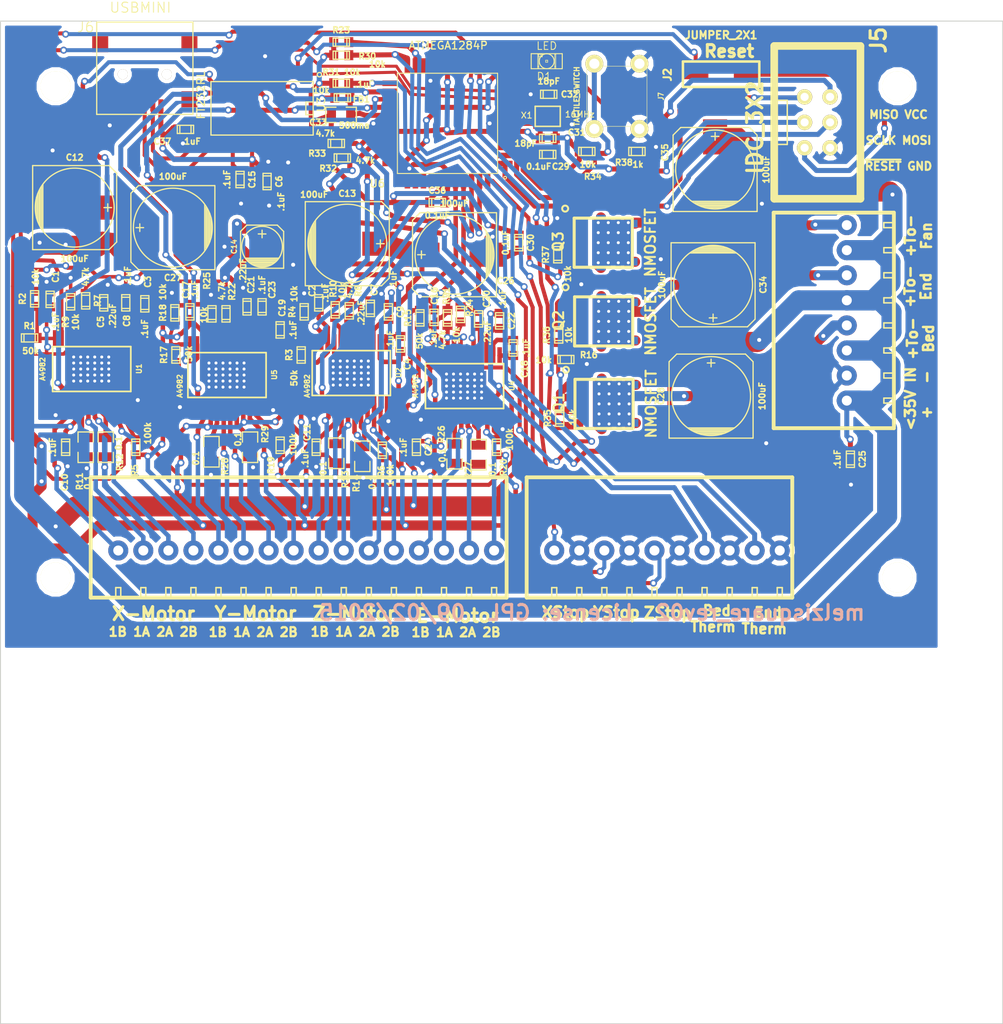
<source format=kicad_pcb>
(kicad_pcb (version 4) (host pcbnew "(2015-08-20 BZR 6109)-product")
  (layers (0 F.Cu signal) (31 B.Cu signal) (34 B.Paste user) (35 F.Paste user) (36 B.SilkS user) (37 F.SilkS user) (38 B.Mask user) (39 F.Mask user) (44 Edge.Cuts user))
  (net 0 "")
  (net 1 BED-TEMP)
  (net 2 D+)
  (net 3 D-)
  (net 4 E-DIR)
  (net 5 E-OUT1A)
  (net 6 E-OUT1B)
  (net 7 E-OUT2A)
  (net 8 E-OUT2B)
  (net 9 E-STEP)
  (net 10 END-TEMP)
  (net 11 FAN)
  (net 12 FT_RXD)
  (net 13 FT_TXD)
  (net 14 GND)
  (net 15 HOTBED)
  (net 16 HOTEND)
  (net 17 MISO)
  (net 18 MOSI)
  (net 19 SCLK)
  (net 20 VCC)
  (net 21 VMotor)
  (net 22 X-DIR)
  (net 23 X-OUT1A)
  (net 24 X-OUT1B)
  (net 25 X-OUT2A)
  (net 26 X-OUT2B)
  (net 27 X-STEP)
  (net 28 X-STOP)
  (net 29 Y-DIR)
  (net 30 Y-OUT1A)
  (net 31 Y-OUT1B)
  (net 32 Y-OUT2A)
  (net 33 Y-OUT2B)
  (net 34 Y-STEP)
  (net 35 Y-STOP)
  (net 36 Z-DIR)
  (net 37 Z-OUT1A)
  (net 38 Z-OUT1B)
  (net 39 Z-OUT2A)
  (net 40 Z-OUT2B)
  (net 41 Z-STEP)
  (net 42 Z-STOP)
  (net 43 ~RESET)
  (net 44 ~XYE-ENABLE)
  (net 45 ~Z-ENABLE)
  (net 46 "Net-(C3-Pad2)")
  (net 47 "Net-(C3-Pad1)")
  (net 48 "Net-(C4-Pad2)")
  (net 49 "Net-(C4-Pad1)")
  (net 50 "Net-(C5-Pad1)")
  (net 51 "Net-(C7-Pad1)")
  (net 52 "Net-(C8-Pad2)")
  (net 53 "Net-(C9-Pad2)")
  (net 54 "Net-(C15-Pad1)")
  (net 55 "Net-(C18-Pad2)")
  (net 56 "Net-(C18-Pad1)")
  (net 57 "Net-(C19-Pad2)")
  (net 58 "Net-(C19-Pad1)")
  (net 59 "Net-(C20-Pad1)")
  (net 60 "Net-(C21-Pad1)")
  (net 61 "Net-(C22-Pad2)")
  (net 62 "Net-(C23-Pad2)")
  (net 63 "Net-(C31-Pad1)")
  (net 64 "Net-(C32-Pad1)")
  (net 65 "Net-(C33-Pad1)")
  (net 66 "Net-(D1-Pad1)")
  (net 67 "Net-(D1-Pad2)")
  (net 68 "Net-(J2-Pad1)")
  (net 69 "Net-(J4-Pad4)")
  (net 70 "Net-(J4-Pad8)")
  (net 71 "Net-(J4-Pad6)")
  (net 72 "Net-(J7-Pad3)")
  (net 73 "Net-(R1-Pad2)")
  (net 74 "Net-(R3-Pad2)")
  (net 75 "Net-(R7-Pad2)")
  (net 76 "Net-(R8-Pad2)")
  (net 77 "Net-(R9-Pad1)")
  (net 78 "Net-(R10-Pad1)")
  (net 79 "Net-(R11-Pad1)")
  (net 80 "Net-(R12-Pad1)")
  (net 81 "Net-(R13-Pad1)")
  (net 82 "Net-(R14-Pad1)")
  (net 83 "Net-(R15-Pad2)")
  (net 84 "Net-(R17-Pad2)")
  (net 85 "Net-(R21-Pad2)")
  (net 86 "Net-(R22-Pad2)")
  (net 87 "Net-(R24-Pad1)")
  (net 88 "Net-(R25-Pad1)")
  (net 89 "Net-(R26-Pad1)")
  (net 90 "Net-(R27-Pad1)")
  (net 91 "Net-(R28-Pad1)")
  (net 92 "Net-(R29-Pad1)")
  (module ted_capacitors:TED_SM0603_C (layer F.Cu) (at 215.1 34.8)
    (fp_text reference C29 (at 1.3 1.2) (layer F.SilkS) (effects (font (size 0.6 0.6))))
    (fp_text value 0.1uF (at -0.9 1.2) (layer F.SilkS) (effects (font (size 0.6 0.6))))
    (pad 2 smd rect (at 0.75184 0) (size 0.89916 1.00076) (layers F.Cu F.Paste F.Mask) (net 14 GND) (clearance 0.1))
    (pad 1 smd rect (at -0.75184 0) (size 0.89916 1.00076) (layers F.Cu F.Paste F.Mask) (net 20 VCC) (clearance 0.1))
  )
  (module ted_capacitors:TED_SM0603_C (layer F.Cu) (at 212.2 43.6 270)
    (fp_text reference C30 (at 0 -1.2 270) (layer F.SilkS) (effects (font (size 0.6 0.6))))
    (fp_text value 0.1uF (at 0 1.3 270) (layer F.SilkS) (effects (font (size 0.6 0.6))))
    (pad 2 smd rect (at 0.75184 0 270) (size 0.89916 1.00076) (layers F.Cu F.Paste F.Mask) (net 14 GND) (clearance 0.1))
    (pad 1 smd rect (at -0.75184 0 270) (size 0.89916 1.00076) (layers F.Cu F.Paste F.Mask) (net 20 VCC) (clearance 0.1))
  )
  (module ted_capacitors:TED_SM0603_C (layer F.Cu) (at 194.6086 29.1482 180)
    (fp_text reference C33 (at 2.4086 -2.4518 180) (layer F.SilkS) (effects (font (size 0.6 0.6))))
    (fp_text value .1uF (at -2.1914 1.3482 180) (layer F.SilkS) (effects (font (size 0.6 0.6))))
    (pad 2 smd rect (at 0.75184 0 180) (size 0.89916 1.00076) (layers F.Cu F.Paste F.Mask) (net 14 GND) (clearance 0.1))
    (pad 1 smd rect (at -0.75184 0 180) (size 0.89916 1.00076) (layers F.Cu F.Paste F.Mask) (net 65 "Net-(C33-Pad1)") (clearance 0.1))
  )
  (module ted_capacitors:TED_SM0603_C (layer F.Cu) (at 179.4 50.5 90)
    (fp_text reference C17 (at 2.2 -0.4 90) (layer F.SilkS) (effects (font (size 0.6 0.6))))
    (fp_text value .1uF (at 2.2 0.5 90) (layer F.SilkS) (effects (font (size 0.6 0.6))))
    (pad 2 smd rect (at 0.75184 0 90) (size 0.89916 1.00076) (layers F.Cu F.Paste F.Mask) (net 14 GND) (clearance 0.1))
    (pad 1 smd rect (at -0.75184 0 90) (size 0.89916 1.00076) (layers F.Cu F.Paste F.Mask) (net 20 VCC) (clearance 0.1))
  )
  (module ted_capacitors:TED_SM0603_C (layer F.Cu) (at 245.3 65.2 270)
    (fp_text reference C25 (at 0 -1.2 270) (layer F.SilkS) (effects (font (size 0.6 0.6))))
    (fp_text value .1uF (at 0 1.3 270) (layer F.SilkS) (effects (font (size 0.6 0.6))))
    (pad 2 smd rect (at 0.75184 0 270) (size 0.89916 1.00076) (layers F.Cu F.Paste F.Mask) (net 14 GND) (clearance 0.1))
    (pad 1 smd rect (at -0.75184 0 270) (size 0.89916 1.00076) (layers F.Cu F.Paste F.Mask) (net 21 VMotor) (clearance 0.1))
  )
  (module ted_capacitors:TED_SM0603_C (layer F.Cu) (at 186.6 50 270)
    (fp_text reference C23 (at -1.7 -1 270) (layer F.SilkS) (effects (font (size 0.6 0.6))))
    (fp_text value .1uF (at -2.2 0 270) (layer F.SilkS) (effects (font (size 0.6 0.6))))
    (pad 2 smd rect (at 0.75184 0 270) (size 0.89916 1.00076) (layers F.Cu F.Paste F.Mask) (net 62 "Net-(C23-Pad2)") (clearance 0.1))
    (pad 1 smd rect (at -0.75184 0 270) (size 0.89916 1.00076) (layers F.Cu F.Paste F.Mask) (net 21 VMotor) (clearance 0.1))
  )
  (module ted_capacitors:TED_SM0603_C (layer F.Cu) (at 197.4 50.15 90)
    (fp_text reference C7 (at 1.85 0.4 90) (layer F.SilkS) (effects (font (size 0.6 0.6))))
    (fp_text value .22uF (at -0.45 -0.9 90) (layer F.SilkS) (effects (font (size 0.6 0.6))))
    (pad 2 smd rect (at 0.75184 0 90) (size 0.89916 1.00076) (layers F.Cu F.Paste F.Mask) (net 14 GND) (clearance 0.1))
    (pad 1 smd rect (at -0.75184 0 90) (size 0.89916 1.00076) (layers F.Cu F.Paste F.Mask) (net 51 "Net-(C7-Pad1)") (clearance 0.1))
  )
  (module ted_capacitors:TED_SM0603_C (layer F.Cu) (at 202 64 270)
    (fp_text reference C24 (at 0 -1.2 270) (layer F.SilkS) (effects (font (size 0.6 0.6))))
    (fp_text value .1uF (at 0 1.3 270) (layer F.SilkS) (effects (font (size 0.6 0.6))))
    (pad 2 smd rect (at 0.75184 0 270) (size 0.89916 1.00076) (layers F.Cu F.Paste F.Mask) (net 14 GND) (clearance 0.1))
    (pad 1 smd rect (at -0.75184 0 270) (size 0.89916 1.00076) (layers F.Cu F.Paste F.Mask) (net 21 VMotor) (clearance 0.1))
  )
  (module ted_capacitors:TED_SM0603_C (layer F.Cu) (at 210.3 51.4 270)
    (fp_text reference C22 (at 0 -1.2 270) (layer F.SilkS) (effects (font (size 0.6 0.6))))
    (fp_text value .1uF (at -2.2 -0.3 270) (layer F.SilkS) (effects (font (size 0.6 0.6))))
    (pad 2 smd rect (at 0.75184 0 270) (size 0.89916 1.00076) (layers F.Cu F.Paste F.Mask) (net 61 "Net-(C22-Pad2)") (clearance 0.1))
    (pad 1 smd rect (at -0.75184 0 270) (size 0.89916 1.00076) (layers F.Cu F.Paste F.Mask) (net 21 VMotor) (clearance 0.1))
  )
  (module ted_capacitors:TED_SM0603_C (layer F.Cu) (at 203.75 51.05 90)
    (fp_text reference C16 (at 2.15 0.05 90) (layer F.SilkS) (effects (font (size 0.6 0.6))))
    (fp_text value .1uF (at -2.05 -0.05 90) (layer F.SilkS) (effects (font (size 0.6 0.6))))
    (pad 2 smd rect (at 0.75184 0 90) (size 0.89916 1.00076) (layers F.Cu F.Paste F.Mask) (net 14 GND) (clearance 0.1))
    (pad 1 smd rect (at -0.75184 0 90) (size 0.89916 1.00076) (layers F.Cu F.Paste F.Mask) (net 20 VCC) (clearance 0.1))
  )
  (module ted_capacitors:TED_SM0603_C (layer F.Cu) (at 184.4 37.3 270)
    (fp_text reference C15 (at 0 -1.2 270) (layer F.SilkS) (effects (font (size 0.6 0.6))))
    (fp_text value .1uF (at 0 1.3 270) (layer F.SilkS) (effects (font (size 0.6 0.6))))
    (pad 2 smd rect (at 0.75184 0 270) (size 0.89916 1.00076) (layers F.Cu F.Paste F.Mask) (net 14 GND) (clearance 0.1))
    (pad 1 smd rect (at -0.75184 0 270) (size 0.89916 1.00076) (layers F.Cu F.Paste F.Mask) (net 54 "Net-(C15-Pad1)") (clearance 0.1))
  )
  (module ted_capacitors:TED_SM0603_C (layer F.Cu) (at 192.25 49.6 90)
    (fp_text reference C2 (at 1.2 -0.65 90) (layer F.SilkS) (effects (font (size 0.6 0.6))))
    (fp_text value .1uF (at 1 0.65 90) (layer F.SilkS) (effects (font (size 0.6 0.6))))
    (pad 2 smd rect (at 0.75184 0 90) (size 0.89916 1.00076) (layers F.Cu F.Paste F.Mask) (net 14 GND) (clearance 0.1))
    (pad 1 smd rect (at -0.75184 0 90) (size 0.89916 1.00076) (layers F.Cu F.Paste F.Mask) (net 20 VCC) (clearance 0.1))
  )
  (module ted_capacitors:TED_SM0603_C (layer F.Cu) (at 165.45 49.25 90)
    (fp_text reference C1 (at 2.25 0.55 90) (layer F.SilkS) (effects (font (size 0.6 0.6))))
    (fp_text value .1uF (at -2.25 0.55 90) (layer F.SilkS) (effects (font (size 0.6 0.6))))
    (pad 2 smd rect (at 0.75184 0 90) (size 0.89916 1.00076) (layers F.Cu F.Paste F.Mask) (net 14 GND) (clearance 0.1))
    (pad 1 smd rect (at -0.75184 0 90) (size 0.89916 1.00076) (layers F.Cu F.Paste F.Mask) (net 20 VCC) (clearance 0.1))
  )
  (module ted_capacitors:TED_SM0603_C (layer F.Cu) (at 174.9 49.7 270)
    (fp_text reference C3 (at -2.2 -0.3 270) (layer F.SilkS) (effects (font (size 0.6 0.6))))
    (fp_text value .1uF (at 2.5 0 270) (layer F.SilkS) (effects (font (size 0.6 0.6))))
    (pad 2 smd rect (at 0.75184 0 270) (size 0.89916 1.00076) (layers F.Cu F.Paste F.Mask) (net 46 "Net-(C3-Pad2)") (clearance 0.1))
    (pad 1 smd rect (at -0.75184 0 270) (size 0.89916 1.00076) (layers F.Cu F.Paste F.Mask) (net 47 "Net-(C3-Pad1)") (clearance 0.1))
  )
  (module ted_capacitors:TED_SM0603_C (layer F.Cu) (at 200.4 53.7 270)
    (fp_text reference C4 (at 2 -0.7 270) (layer F.SilkS) (effects (font (size 0.6 0.6))))
    (fp_text value .1uF (at -0.4 1 270) (layer F.SilkS) (effects (font (size 0.6 0.6))))
    (pad 2 smd rect (at 0.75184 0 270) (size 0.89916 1.00076) (layers F.Cu F.Paste F.Mask) (net 48 "Net-(C4-Pad2)") (clearance 0.1))
    (pad 1 smd rect (at -0.75184 0 270) (size 0.89916 1.00076) (layers F.Cu F.Paste F.Mask) (net 49 "Net-(C4-Pad1)") (clearance 0.1))
  )
  (module ted_capacitors:TED_SM0603_C (layer F.Cu) (at 170.8 49.6 90)
    (fp_text reference C5 (at -1.9 -0.3 90) (layer F.SilkS) (effects (font (size 0.6 0.6))))
    (fp_text value .22uF (at -1.3 0.9 90) (layer F.SilkS) (effects (font (size 0.6 0.6))))
    (pad 2 smd rect (at 0.75184 0 90) (size 0.89916 1.00076) (layers F.Cu F.Paste F.Mask) (net 14 GND) (clearance 0.1))
    (pad 1 smd rect (at -0.75184 0 90) (size 0.89916 1.00076) (layers F.Cu F.Paste F.Mask) (net 50 "Net-(C5-Pad1)") (clearance 0.1))
  )
  (module ted_capacitors:TED_SM0603_C (layer F.Cu) (at 187.1 37.5 270)
    (fp_text reference C6 (at 0 -1.2 270) (layer F.SilkS) (effects (font (size 0.6 0.6))))
    (fp_text value .1uF (at 2 -1.4 270) (layer F.SilkS) (effects (font (size 0.6 0.6))))
    (pad 2 smd rect (at 0.75184 0 270) (size 0.89916 1.00076) (layers F.Cu F.Paste F.Mask) (net 14 GND) (clearance 0.1))
    (pad 1 smd rect (at -0.75184 0 270) (size 0.89916 1.00076) (layers F.Cu F.Paste F.Mask) (net 20 VCC) (clearance 0.1))
  )
  (module ted_capacitors:TED_SM0603_C (layer F.Cu) (at 173 49.6 270)
    (fp_text reference C8 (at 1.8 -0.1 270) (layer F.SilkS) (effects (font (size 0.6 0.6))))
    (fp_text value .1uF (at -2.7 -0.2 270) (layer F.SilkS) (effects (font (size 0.6 0.6))))
    (pad 2 smd rect (at 0.75184 0 270) (size 0.89916 1.00076) (layers F.Cu F.Paste F.Mask) (net 52 "Net-(C8-Pad2)") (clearance 0.1))
    (pad 1 smd rect (at -0.75184 0 270) (size 0.89916 1.00076) (layers F.Cu F.Paste F.Mask) (net 21 VMotor) (clearance 0.1))
  )
  (module ted_capacitors:TED_SM0603_C (layer F.Cu) (at 199.2 50.5 270)
    (fp_text reference C9 (at 0 -1.2 270) (layer F.SilkS) (effects (font (size 0.6 0.6))))
    (fp_text value .1uF (at -3.2 -0.5 270) (layer F.SilkS) (effects (font (size 0.6 0.6))))
    (pad 2 smd rect (at 0.75184 0 270) (size 0.89916 1.00076) (layers F.Cu F.Paste F.Mask) (net 53 "Net-(C9-Pad2)") (clearance 0.1))
    (pad 1 smd rect (at -0.75184 0 270) (size 0.89916 1.00076) (layers F.Cu F.Paste F.Mask) (net 21 VMotor) (clearance 0.1))
  )
  (module ted_capacitors:TED_SM0603_C (layer F.Cu) (at 167 64 270)
    (fp_text reference C10 (at 3.5 0.1 270) (layer F.SilkS) (effects (font (size 0.6 0.6))))
    (fp_text value .1uF (at 0 1.3 270) (layer F.SilkS) (effects (font (size 0.6 0.6))))
    (pad 2 smd rect (at 0.75184 0 270) (size 0.89916 1.00076) (layers F.Cu F.Paste F.Mask) (net 14 GND) (clearance 0.1))
    (pad 1 smd rect (at -0.75184 0 270) (size 0.89916 1.00076) (layers F.Cu F.Paste F.Mask) (net 21 VMotor) (clearance 0.1))
  )
  (module ted_capacitors:TED_SM0603_C (layer F.Cu) (at 192 64 270)
    (fp_text reference C11 (at -1.5 0.9 270) (layer F.SilkS) (effects (font (size 0.6 0.6))))
    (fp_text value .1uF (at 1.1 1.1 270) (layer F.SilkS) (effects (font (size 0.6 0.6))))
    (pad 2 smd rect (at 0.75184 0 270) (size 0.89916 1.00076) (layers F.Cu F.Paste F.Mask) (net 14 GND) (clearance 0.1))
    (pad 1 smd rect (at -0.75184 0 270) (size 0.89916 1.00076) (layers F.Cu F.Paste F.Mask) (net 21 VMotor) (clearance 0.1))
  )
  (module ted_capacitors:TED_SM0603_C (layer F.Cu) (at 211.65 54.1 90)
    (fp_text reference C18 (at -2.1 1.15 90) (layer F.SilkS) (effects (font (size 0.6 0.6))))
    (fp_text value .1uF (at 0 1.3 90) (layer F.SilkS) (effects (font (size 0.6 0.6))))
    (pad 2 smd rect (at 0.75184 0 90) (size 0.89916 1.00076) (layers F.Cu F.Paste F.Mask) (net 55 "Net-(C18-Pad2)") (clearance 0.1))
    (pad 1 smd rect (at -0.75184 0 90) (size 0.89916 1.00076) (layers F.Cu F.Paste F.Mask) (net 56 "Net-(C18-Pad1)") (clearance 0.1))
  )
  (module ted_capacitors:TED_SM0603_C (layer F.Cu) (at 188.4 52.3 90)
    (fp_text reference C19 (at 2.2 0.2 90) (layer F.SilkS) (effects (font (size 0.6 0.6))))
    (fp_text value .1uF (at 0 1.3 90) (layer F.SilkS) (effects (font (size 0.6 0.6))))
    (pad 2 smd rect (at 0.75184 0 90) (size 0.89916 1.00076) (layers F.Cu F.Paste F.Mask) (net 57 "Net-(C19-Pad2)") (clearance 0.1))
    (pad 1 smd rect (at -0.75184 0 90) (size 0.89916 1.00076) (layers F.Cu F.Paste F.Mask) (net 58 "Net-(C19-Pad1)") (clearance 0.1))
  )
  (module ted_capacitors:TED_SM0603_C (layer F.Cu) (at 208.2 51.2 90)
    (fp_text reference C20 (at 2 0.8 90) (layer F.SilkS) (effects (font (size 0.6 0.6))))
    (fp_text value .22uF (at -1.4 0.9 90) (layer F.SilkS) (effects (font (size 0.6 0.6))))
    (pad 2 smd rect (at 0.75184 0 90) (size 0.89916 1.00076) (layers F.Cu F.Paste F.Mask) (net 14 GND) (clearance 0.1))
    (pad 1 smd rect (at -0.75184 0 90) (size 0.89916 1.00076) (layers F.Cu F.Paste F.Mask) (net 59 "Net-(C20-Pad1)") (clearance 0.1))
  )
  (module ted_capacitors:TED_SM0603_C (layer F.Cu) (at 185.1 50 90)
    (fp_text reference C21 (at 2.2 0.4 90) (layer F.SilkS) (effects (font (size 0.6 0.6))))
    (fp_text value .22uF (at 3.6 -0.4 90) (layer F.SilkS) (effects (font (size 0.6 0.6))))
    (pad 2 smd rect (at 0.75184 0 90) (size 0.89916 1.00076) (layers F.Cu F.Paste F.Mask) (net 14 GND) (clearance 0.1))
    (pad 1 smd rect (at -0.75184 0 90) (size 0.89916 1.00076) (layers F.Cu F.Paste F.Mask) (net 60 "Net-(C21-Pad1)") (clearance 0.1))
  )
  (module ted_capacitors:TED_SM0603_C (layer F.Cu) (at 178.95184 32.3)
    (fp_text reference C37 (at -2.3 1.2) (layer F.SilkS) (effects (font (size 0.6 0.6))))
    (fp_text value 1uF (at 0.7 1.2) (layer F.SilkS) (effects (font (size 0.6 0.6))))
    (pad 2 smd rect (at 0.75184 0) (size 0.89916 1.00076) (layers F.Cu F.Paste F.Mask) (net 14 GND) (clearance 0.1))
    (pad 1 smd rect (at -0.75184 0) (size 0.89916 1.00076) (layers F.Cu F.Paste F.Mask) (net 20 VCC) (clearance 0.1))
  )
  (module ted_capacitors:TED_SM0603_C (layer F.Cu) (at 204.0828 39.5876)
    (fp_text reference C36 (at 0 -1.2) (layer F.SilkS) (effects (font (size 0.6 0.6))))
    (fp_text value 0.1uF (at 0 1.3) (layer F.SilkS) (effects (font (size 0.6 0.6))))
    (pad 2 smd rect (at 0.75184 0) (size 0.89916 1.00076) (layers F.Cu F.Paste F.Mask) (net 14 GND) (clearance 0.1))
    (pad 1 smd rect (at -0.75184 0) (size 0.89916 1.00076) (layers F.Cu F.Paste F.Mask) (net 20 VCC) (clearance 0.1))
  )
  (module ted_resistors:TED_SM0805_R (layer F.Cu) (at 194.4816 30.85)
    (fp_text reference FB1 (at 2.0184 -1.55) (layer F.SilkS) (effects (font (size 0.6 0.6))))
    (fp_text value 500ma (at 1.3184 1.05) (layer F.SilkS) (effects (font (size 0.6 0.6))))
    (pad 1 smd rect (at -0.9525 0) (size 0.889 1.397) (layers F.Cu F.Paste F.Mask) (net 20 VCC))
    (pad 2 smd rect (at 0.9525 0) (size 0.889 1.397) (layers F.Cu F.Paste F.Mask) (net 65 "Net-(C33-Pad1)"))
  )
  (module ted_resistors:TED_SM0603_R (layer F.Cu) (at 219 34.5)
    (fp_text reference R34 (at 0.6 2.5) (layer F.SilkS) (effects (font (size 0.6 0.6))))
    (fp_text value 10k (at 0.1 1.3) (layer F.SilkS) (effects (font (size 0.6 0.6))))
    (pad 2 smd rect (at 0.75184 0) (size 0.89916 1.00076) (layers F.Cu F.Paste F.Mask) (net 72 "Net-(J7-Pad3)") (clearance 0.1))
    (pad 1 smd rect (at -0.75184 0) (size 0.89916 1.00076) (layers F.Cu F.Paste F.Mask) (net 20 VCC) (clearance 0.1))
  )
  (module ted_holes:TED_Hole_3mm (layer F.Cu) (at 250 77)
    (fp_text reference H2 hide)
    (fp_text value HOLE hide)
    (pad "" np_thru_hole circle (at 0 0) (size 3 3) (drill 3) (layers *.Cu *.Mask F.SilkS))
  )
  (module ted_holes:TED_Hole_3mm (layer F.Cu) (at 166 77)
    (fp_text reference H1 hide)
    (fp_text value HOLE hide)
    (pad "" np_thru_hole circle (at 0 0) (size 3 3) (drill 3) (layers *.Cu *.Mask F.SilkS))
  )
  (module ted_resistors:TED_SM0603_R (layer F.Cu) (at 216.1 44.8 90)
    (fp_text reference R37 (at 0 -1.2 90) (layer F.SilkS) (effects (font (size 0.6 0.6))))
    (fp_text value 10k (at -1.9 1 90) (layer F.SilkS) (effects (font (size 0.6 0.6))))
    (pad 2 smd rect (at 0.75184 0 90) (size 0.89916 1.00076) (layers F.Cu F.Paste F.Mask) (net 14 GND) (clearance 0.1))
    (pad 1 smd rect (at -0.75184 0 90) (size 0.89916 1.00076) (layers F.Cu F.Paste F.Mask) (net 11 FAN) (clearance 0.1))
  )
  (module ted_capacitors:TED_SM0603_C (layer F.Cu) (at 215.1 33.2)
    (fp_text reference C31 (at 2.9 -0.6) (layer F.SilkS) (effects (font (size 0.6 0.6))))
    (fp_text value 18pF (at -2.2 0.5) (layer F.SilkS) (effects (font (size 0.6 0.6))))
    (pad 2 smd rect (at 0.75184 0) (size 0.89916 1.00076) (layers F.Cu F.Paste F.Mask) (net 14 GND) (clearance 0.1))
    (pad 1 smd rect (at -0.75184 0) (size 0.89916 1.00076) (layers F.Cu F.Paste F.Mask) (net 63 "Net-(C31-Pad1)") (clearance 0.1))
  )
  (module ted_capacitors:TED_SM0603_C (layer F.Cu) (at 215.2 28.8 180)
    (fp_text reference C32 (at -2.1 0 180) (layer F.SilkS) (effects (font (size 0.6 0.6))))
    (fp_text value 18pF (at 0 1.3 180) (layer F.SilkS) (effects (font (size 0.6 0.6))))
    (pad 2 smd rect (at 0.75184 0 180) (size 0.89916 1.00076) (layers F.Cu F.Paste F.Mask) (net 14 GND) (clearance 0.1))
    (pad 1 smd rect (at -0.75184 0 180) (size 0.89916 1.00076) (layers F.Cu F.Paste F.Mask) (net 64 "Net-(C32-Pad1)") (clearance 0.1))
  )
  (module ted_holes:TED_Hole_3mm (layer F.Cu) (at 250 28)
    (fp_text reference H3 hide)
    (fp_text value HOLE hide)
    (pad "" np_thru_hole circle (at 0 0) (size 3 3) (drill 3) (layers *.Cu *.Mask F.SilkS))
  )
  (module ted_holes:TED_Hole_3mm (layer F.Cu) (at 166 28)
    (fp_text reference H4 hide)
    (fp_text value HOLE hide)
    (pad "" np_thru_hole circle (at 0 0) (size 3 3) (drill 3) (layers *.Cu *.Mask F.SilkS))
  )
  (module ted_capacitors:TED_c_elec_8mm_SMD (layer F.Cu) (at 231.4 58.9 90)
    (fp_text reference C28 (at 0 -5 90) (layer F.SilkS) (effects (font (size 0.6 0.6))))
    (fp_text value 100uF (at 0 5.1 90) (layer F.SilkS) (effects (font (size 0.6 0.6))))
    (pad 1 smd rect (at 3.2512 0 90) (size 3.50012 2.4003) (layers F.Cu F.Paste F.Mask) (net 21 VMotor))
    (pad 2 smd rect (at -3.2512 0 90) (size 3.50012 2.4003) (layers F.Cu F.Paste F.Mask) (net 14 GND))
  )
  (module ted_capacitors:TED_c_elec_8mm_SMD (layer F.Cu) (at 205.8 44.8 180)
    (fp_text reference C26 (at -5.1 -2.6 180) (layer F.SilkS) (effects (font (size 0.6 0.6))))
    (fp_text value 100uF (at 0 5.1 180) (layer F.SilkS) (effects (font (size 0.6 0.6))))
    (pad 1 smd rect (at 3.2512 0 180) (size 3.50012 2.4003) (layers F.Cu F.Paste F.Mask) (net 21 VMotor))
    (pad 2 smd rect (at -3.2512 0 180) (size 3.50012 2.4003) (layers F.Cu F.Paste F.Mask) (net 14 GND))
  )
  (module ted_capacitors:TED_c_elec_8mm_SMD (layer F.Cu) (at 195.1 43.7)
    (fp_text reference C13 (at 0 -5) (layer F.SilkS) (effects (font (size 0.6 0.6))))
    (fp_text value 100uF (at -3.3 -4.9) (layer F.SilkS) (effects (font (size 0.6 0.6))))
    (pad 1 smd rect (at 3.2512 0) (size 3.50012 2.4003) (layers F.Cu F.Paste F.Mask) (net 21 VMotor))
    (pad 2 smd rect (at -3.2512 0) (size 3.50012 2.4003) (layers F.Cu F.Paste F.Mask) (net 14 GND))
  )
  (module ted_capacitors:TED_c_elec_8mm_SMD (layer F.Cu) (at 231.8 36.3 90)
    (fp_text reference C35 (at 1.7 -5 90) (layer F.SilkS) (effects (font (size 0.6 0.6))))
    (fp_text value 100uF (at 0 5.1 90) (layer F.SilkS) (effects (font (size 0.6 0.6))))
    (pad 1 smd rect (at 3.2512 0 90) (size 3.50012 2.4003) (layers F.Cu F.Paste F.Mask) (net 21 VMotor))
    (pad 2 smd rect (at -3.2512 0 90) (size 3.50012 2.4003) (layers F.Cu F.Paste F.Mask) (net 14 GND))
  )
  (module ted_capacitors:TED_c_elec_8mm_SMD (layer F.Cu) (at 177.7 42.1 180)
    (fp_text reference C27 (at 0 -5 180) (layer F.SilkS) (effects (font (size 0.6 0.6))))
    (fp_text value 100uF (at 0 5.1 180) (layer F.SilkS) (effects (font (size 0.6 0.6))))
    (pad 1 smd rect (at 3.2512 0 180) (size 3.50012 2.4003) (layers F.Cu F.Paste F.Mask) (net 21 VMotor))
    (pad 2 smd rect (at -3.2512 0 180) (size 3.50012 2.4003) (layers F.Cu F.Paste F.Mask) (net 14 GND))
  )
  (module ted_crystals:TED_crystal_FA-20H (layer F.Cu) (at 215.1 31 180)
    (fp_text reference X1 (at 2.1 0.1 180) (layer F.SilkS) (effects (font (size 0.6 0.6) (thickness 0.1))))
    (fp_text value 16MHz (at -3.2 0.2 180) (layer F.SilkS) (effects (font (size 0.6 0.6) (thickness 0.1))))
    (pad 1 smd rect (at -0.85 0.7 180) (size 1.2 1.1) (layers F.Cu F.Paste F.Mask) (net 64 "Net-(C32-Pad1)"))
    (pad 2 smd rect (at 0.85 0.7 180) (size 1.2 1.1) (layers F.Cu F.Paste F.Mask) (net 14 GND))
    (pad 4 smd rect (at -0.85 -0.7 180) (size 1.2 1.1) (layers F.Cu F.Paste F.Mask) (net 14 GND))
    (pad 3 smd rect (at 0.85 -0.7 180) (size 1.2 1.1) (layers F.Cu F.Paste F.Mask) (net 63 "Net-(C31-Pad1)"))
  )
  (module ted_ICs:TED_TQFP44 (layer F.Cu) (at 205.1 31.7 180)
    (fp_text reference U6 (at 7 -6 180) (layer F.SilkS) (effects (font (size 0.762 0.762) (thickness 0.127))))
    (fp_text value ATMEGA1284P (at -0.0762 7.76732 180) (layer F.SilkS) (effects (font (size 0.762 0.762) (thickness 0.127))))
    (pad 30 smd rect (at 5.74548 -1.6002 90) (size 0.55118 1.50114) (layers F.Cu F.Paste F.Mask) (net 10 END-TEMP))
    (pad 31 smd rect (at 5.74548 -2.4003 90) (size 0.55118 1.50114) (layers F.Cu F.Paste F.Mask) (net 1 BED-TEMP))
    (pad 33 smd rect (at 5.74548 -4.0005 90) (size 0.55118 1.50114) (layers F.Cu F.Paste F.Mask) (net 67 "Net-(D1-Pad2)"))
    (pad 32 smd rect (at 5.74548 -3.2004 90) (size 0.55118 1.50114) (layers F.Cu F.Paste F.Mask) (net 45 ~Z-ENABLE))
    (pad 27 smd rect (at 5.74548 0.8001 90) (size 0.55118 1.50114) (layers F.Cu F.Paste F.Mask) (net 65 "Net-(C33-Pad1)"))
    (pad 29 smd rect (at 5.74548 -0.8001 90) (size 0.55118 1.50114) (layers F.Cu F.Paste F.Mask) (net 20 VCC))
    (pad 28 smd rect (at 5.74548 0 90) (size 0.55118 1.50114) (layers F.Cu F.Paste F.Mask) (net 14 GND))
    (pad 25 smd rect (at 5.74548 2.4003 90) (size 0.55118 1.50114) (layers F.Cu F.Paste F.Mask) (net 34 Y-STEP))
    (pad 26 smd rect (at 5.74548 1.6002 90) (size 0.55118 1.50114) (layers F.Cu F.Paste F.Mask) (net 29 Y-DIR))
    (pad 24 smd rect (at 5.74548 3.2004 90) (size 0.55118 1.50114) (layers F.Cu F.Paste F.Mask) (net 22 X-DIR))
    (pad 23 smd rect (at 5.74548 4.0005 90) (size 0.55118 1.50114) (layers F.Cu F.Paste F.Mask) (net 42 Z-STOP))
    (pad 11 smd rect (at -5.7404 4.0005 90) (size 0.55118 1.50114) (layers F.Cu F.Paste F.Mask))
    (pad 10 smd rect (at -5.7404 3.2004 90) (size 0.55118 1.50114) (layers F.Cu F.Paste F.Mask) (net 12 FT_RXD))
    (pad 8 smd rect (at -5.7404 1.6002 90) (size 0.55118 1.50114) (layers F.Cu F.Paste F.Mask) (net 64 "Net-(C32-Pad1)"))
    (pad 9 smd rect (at -5.7404 2.4003 90) (size 0.55118 1.50114) (layers F.Cu F.Paste F.Mask) (net 13 FT_TXD))
    (pad 6 smd rect (at -5.7404 0 90) (size 0.55118 1.50114) (layers F.Cu F.Paste F.Mask) (net 14 GND))
    (pad 5 smd rect (at -5.7404 -0.8001 90) (size 0.55118 1.50114) (layers F.Cu F.Paste F.Mask) (net 20 VCC))
    (pad 7 smd rect (at -5.7404 0.8001 90) (size 0.55118 1.50114) (layers F.Cu F.Paste F.Mask) (net 63 "Net-(C31-Pad1)"))
    (pad 2 smd rect (at -5.7404 -3.2004 90) (size 0.55118 1.50114) (layers F.Cu F.Paste F.Mask) (net 17 MISO))
    (pad 1 smd rect (at -5.7404 -4.0005 90) (size 0.55118 1.50114) (layers F.Cu F.Paste F.Mask) (net 18 MOSI))
    (pad 3 smd rect (at -5.7404 -2.4003 90) (size 0.55118 1.50114) (layers F.Cu F.Paste F.Mask) (net 19 SCLK))
    (pad 4 smd rect (at -5.7404 -1.6002 90) (size 0.55118 1.50114) (layers F.Cu F.Paste F.Mask) (net 72 "Net-(J7-Pad3)"))
    (pad 44 smd rect (at -4.0005 -5.7404) (size 0.55118 1.50114) (layers F.Cu F.Paste F.Mask) (net 11 FAN))
    (pad 43 smd rect (at -3.2004 -5.7404) (size 0.55118 1.50114) (layers F.Cu F.Paste F.Mask) (net 41 Z-STEP))
    (pad 41 smd rect (at -1.6002 -5.7404) (size 0.55118 1.50114) (layers F.Cu F.Paste F.Mask) (net 9 E-STEP))
    (pad 42 smd rect (at -2.4003 -5.7404) (size 0.55118 1.50114) (layers F.Cu F.Paste F.Mask) (net 36 Z-DIR))
    (pad 39 smd rect (at 0 -5.7404) (size 0.55118 1.50114) (layers F.Cu F.Paste F.Mask) (net 14 GND))
    (pad 38 smd rect (at 0.8001 -5.7404) (size 0.55118 1.50114) (layers F.Cu F.Paste F.Mask) (net 20 VCC))
    (pad 40 smd rect (at -0.8001 -5.7404) (size 0.55118 1.50114) (layers F.Cu F.Paste F.Mask) (net 4 E-DIR))
    (pad 35 smd rect (at 3.2004 -5.7404) (size 0.55118 1.50114) (layers F.Cu F.Paste F.Mask))
    (pad 34 smd rect (at 4.0005 -5.7404) (size 0.55118 1.50114) (layers F.Cu F.Paste F.Mask))
    (pad 36 smd rect (at 2.4003 -5.7404) (size 0.55118 1.50114) (layers F.Cu F.Paste F.Mask))
    (pad 37 smd rect (at 1.6002 -5.7404) (size 0.55118 1.50114) (layers F.Cu F.Paste F.Mask))
    (pad 19 smd rect (at 1.6002 5.7404) (size 0.55118 1.50114) (layers F.Cu F.Paste F.Mask))
    (pad 20 smd rect (at 2.4003 5.7404) (size 0.55118 1.50114) (layers F.Cu F.Paste F.Mask))
    (pad 22 smd rect (at 4.0005 5.7404) (size 0.55118 1.50114) (layers F.Cu F.Paste F.Mask) (net 35 Y-STOP))
    (pad 21 smd rect (at 3.2004 5.7404) (size 0.55118 1.50114) (layers F.Cu F.Paste F.Mask) (net 28 X-STOP))
    (pad 16 smd rect (at -0.8001 5.7404) (size 0.55118 1.50114) (layers F.Cu F.Paste F.Mask) (net 27 X-STEP))
    (pad 18 smd rect (at 0.8001 5.7404) (size 0.55118 1.50114) (layers F.Cu F.Paste F.Mask) (net 14 GND))
    (pad 17 smd rect (at 0 5.7404) (size 0.55118 1.50114) (layers F.Cu F.Paste F.Mask) (net 20 VCC))
    (pad 14 smd rect (at -2.4003 5.7404) (size 0.55118 1.50114) (layers F.Cu F.Paste F.Mask) (net 16 HOTEND))
    (pad 15 smd rect (at -1.6002 5.7404) (size 0.55118 1.50114) (layers F.Cu F.Paste F.Mask) (net 44 ~XYE-ENABLE))
    (pad 13 smd rect (at -3.2004 5.7404) (size 0.55118 1.50114) (layers F.Cu F.Paste F.Mask) (net 15 HOTBED))
    (pad 12 smd rect (at -4.0005 5.7404) (size 0.55118 1.50114) (layers F.Cu F.Paste F.Mask))
  )
  (module ted_connectors:TED_TERMINAL_SPRING_2.54MM_16PIN_1989887 (layer F.Cu) (at 191 73)
    (fp_text reference J1 hide)
    (fp_text value TERMINAL_16X1 hide)
    (pad 10 thru_hole circle (at 3.75 1.3) (size 2 2) (drill 1) (layers *.Cu *.Mask) (net 37 Z-OUT1A))
    (pad 9 thru_hole circle (at 1.25 1.3) (size 2 2) (drill 1) (layers *.Cu *.Mask) (net 38 Z-OUT1B))
    (pad 13 thru_hole circle (at 11.25 1.3) (size 2 2) (drill 1) (layers *.Cu *.Mask) (net 6 E-OUT1B))
    (pad 14 thru_hole circle (at 13.75 1.3) (size 2 2) (drill 1) (layers *.Cu *.Mask) (net 5 E-OUT1A))
    (pad 16 thru_hole circle (at 18.75 1.3) (size 2 2) (drill 1) (layers *.Cu *.Mask) (net 8 E-OUT2B))
    (pad 15 thru_hole circle (at 16.25 1.3) (size 2 2) (drill 1) (layers *.Cu *.Mask) (net 7 E-OUT2A))
    (pad 11 thru_hole circle (at 6.25 1.3) (size 2 2) (drill 1) (layers *.Cu *.Mask) (net 39 Z-OUT2A))
    (pad 12 thru_hole circle (at 8.75 1.3) (size 2 2) (drill 1) (layers *.Cu *.Mask) (net 40 Z-OUT2B))
    (pad 4 thru_hole circle (at -11.25 1.3) (size 2 2) (drill 1) (layers *.Cu *.Mask) (net 26 X-OUT2B))
    (pad 3 thru_hole circle (at -13.75 1.3) (size 2 2) (drill 1) (layers *.Cu *.Mask) (net 25 X-OUT2A))
    (pad 7 thru_hole circle (at -3.75 1.3) (size 2 2) (drill 1) (layers *.Cu *.Mask) (net 32 Y-OUT2A))
    (pad 8 thru_hole circle (at -1.25 1.3) (size 2 2) (drill 1) (layers *.Cu *.Mask) (net 33 Y-OUT2B))
    (pad 6 thru_hole circle (at -6.25 1.3) (size 2 2) (drill 1) (layers *.Cu *.Mask) (net 30 Y-OUT1A))
    (pad 5 thru_hole circle (at -8.75 1.3) (size 2 2) (drill 1) (layers *.Cu *.Mask) (net 31 Y-OUT1B))
    (pad 1 thru_hole circle (at -18.75 1.3) (size 2 2) (drill 1) (layers *.Cu *.Mask) (net 24 X-OUT1B))
    (pad 2 thru_hole circle (at -16.25 1.3) (size 2 2) (drill 1) (layers *.Cu *.Mask) (net 23 X-OUT1A))
  )
  (module ted_resistors:TED_SM0603_R (layer F.Cu) (at 224 34.5)
    (fp_text reference R38 (at -1.3 1.1) (layer F.SilkS) (effects (font (size 0.6 0.6))))
    (fp_text value 1k (at 0.1 1.3) (layer F.SilkS) (effects (font (size 0.6 0.6))))
    (pad 2 smd rect (at 0.75184 0) (size 0.89916 1.00076) (layers F.Cu F.Paste F.Mask) (net 14 GND) (clearance 0.1))
    (pad 1 smd rect (at -0.75184 0) (size 0.89916 1.00076) (layers F.Cu F.Paste F.Mask) (net 66 "Net-(D1-Pad1)") (clearance 0.1))
  )
  (module ted_resistors:TED_SM0603_R (layer F.Cu) (at 216.2 52.8 90)
    (fp_text reference R36 (at 0 -1.2 90) (layer F.SilkS) (effects (font (size 0.6 0.6))))
    (fp_text value 10k (at 0 1 90) (layer F.SilkS) (effects (font (size 0.6 0.6))))
    (pad 2 smd rect (at 0.75184 0 90) (size 0.89916 1.00076) (layers F.Cu F.Paste F.Mask) (net 14 GND) (clearance 0.1))
    (pad 1 smd rect (at -0.75184 0 90) (size 0.89916 1.00076) (layers F.Cu F.Paste F.Mask) (net 16 HOTEND) (clearance 0.1))
  )
  (module ted_resistors:TED_SM0603_R (layer F.Cu) (at 216.3 61.1 90)
    (fp_text reference R35 (at 0 -1.2 90) (layer F.SilkS) (effects (font (size 0.6 0.6))))
    (fp_text value 10k (at 0.1 1.3 90) (layer F.SilkS) (effects (font (size 0.6 0.6))))
    (pad 2 smd rect (at 0.75184 0 90) (size 0.89916 1.00076) (layers F.Cu F.Paste F.Mask) (net 14 GND) (clearance 0.1))
    (pad 1 smd rect (at -0.75184 0 90) (size 0.89916 1.00076) (layers F.Cu F.Paste F.Mask) (net 15 HOTBED) (clearance 0.1))
  )
  (module ted_resistors:TED_SM0603_R (layer F.Cu) (at 194.6086 35.1426)
    (fp_text reference R32 (at -1.4086 1.0574) (layer F.SilkS) (effects (font (size 0.6 0.6))))
    (fp_text value 4.7k (at 2.2914 0.2574) (layer F.SilkS) (effects (font (size 0.6 0.6))))
    (pad 2 smd rect (at 0.75184 0) (size 0.89916 1.00076) (layers F.Cu F.Paste F.Mask) (net 1 BED-TEMP) (clearance 0.1))
    (pad 1 smd rect (at -0.75184 0) (size 0.89916 1.00076) (layers F.Cu F.Paste F.Mask) (net 20 VCC) (clearance 0.1))
  )
  (module ted_resistors:TED_SM0603_R (layer F.Cu) (at 194.5 27.7)
    (fp_text reference R31 (at -1 -1.1) (layer F.SilkS) (effects (font (size 0.6 0.6))))
    (fp_text value 10k (at -2 0.7) (layer F.SilkS) (effects (font (size 0.6 0.6))))
    (pad 2 smd rect (at 0.75184 0) (size 0.89916 1.00076) (layers F.Cu F.Paste F.Mask) (net 42 Z-STOP) (clearance 0.1))
    (pad 1 smd rect (at -0.75184 0) (size 0.89916 1.00076) (layers F.Cu F.Paste F.Mask) (net 20 VCC) (clearance 0.1))
  )
  (module ted_resistors:TED_SM0603_R (layer F.Cu) (at 194.5 24.9)
    (fp_text reference R30 (at 2.6 0.1) (layer F.SilkS) (effects (font (size 0.6 0.6))))
    (fp_text value 10k (at 1.1 1.7) (layer F.SilkS) (effects (font (size 0.6 0.6))))
    (pad 2 smd rect (at 0.75184 0) (size 0.89916 1.00076) (layers F.Cu F.Paste F.Mask) (net 35 Y-STOP) (clearance 0.1))
    (pad 1 smd rect (at -0.75184 0) (size 0.89916 1.00076) (layers F.Cu F.Paste F.Mask) (net 20 VCC) (clearance 0.1))
  )
  (module ted_resistors:TED_SM0805_R (layer F.Cu) (at 185.4 64 270)
    (fp_text reference R29 (at -1.3 -1.5 270) (layer F.SilkS) (effects (font (size 0.6 0.6))))
    (fp_text value 0.1 (at -0.8 1.2 270) (layer F.SilkS) (effects (font (size 0.6 0.6))))
    (pad 1 smd rect (at -0.9525 0 270) (size 0.889 1.397) (layers F.Cu F.Paste F.Mask) (net 92 "Net-(R29-Pad1)"))
    (pad 2 smd rect (at 0.9525 0 270) (size 0.889 1.397) (layers F.Cu F.Paste F.Mask) (net 14 GND))
  )
  (module ted_resistors:TED_SM0805_R (layer F.Cu) (at 181.55 64.45 270)
    (fp_text reference R28 (at 1.45 -1.35 270) (layer F.SilkS) (effects (font (size 0.6 0.6))))
    (fp_text value 0.1 (at 0.65 1.55 270) (layer F.SilkS) (effects (font (size 0.6 0.6))))
    (pad 1 smd rect (at -0.9525 0 270) (size 0.889 1.397) (layers F.Cu F.Paste F.Mask) (net 91 "Net-(R28-Pad1)"))
    (pad 2 smd rect (at 0.9525 0 270) (size 0.889 1.397) (layers F.Cu F.Paste F.Mask) (net 14 GND))
  )
  (module ted_resistors:TED_SM0805_R (layer F.Cu) (at 208.2 64.7475 270)
    (fp_text reference R27 (at 1.5525 1 270) (layer F.SilkS) (effects (font (size 0.6 0.6))))
    (fp_text value 0.1 (at 1.4525 -1.4 270) (layer F.SilkS) (effects (font (size 0.6 0.6))))
    (pad 1 smd rect (at -0.9525 0 270) (size 0.889 1.397) (layers F.Cu F.Paste F.Mask) (net 90 "Net-(R27-Pad1)"))
    (pad 2 smd rect (at 0.9525 0 270) (size 0.889 1.397) (layers F.Cu F.Paste F.Mask) (net 14 GND))
  )
  (module ted_resistors:TED_SM0805_R (layer F.Cu) (at 205.8 64.6475 270)
    (fp_text reference R26 (at -1.9475 1.3 270) (layer F.SilkS) (effects (font (size 0.6 0.6))))
    (fp_text value 0.1 (at 0.1525 1.2 270) (layer F.SilkS) (effects (font (size 0.6 0.6))))
    (pad 1 smd rect (at -0.9525 0 270) (size 0.889 1.397) (layers F.Cu F.Paste F.Mask) (net 89 "Net-(R26-Pad1)"))
    (pad 2 smd rect (at 0.9525 0 270) (size 0.889 1.397) (layers F.Cu F.Paste F.Mask) (net 14 GND))
  )
  (module ted_resistors:TED_SM0603_R (layer F.Cu) (at 181.6 50.7 90)
    (fp_text reference R25 (at 3.3 -0.5 90) (layer F.SilkS) (effects (font (size 0.6 0.6))))
    (fp_text value 10k (at -0.1 -0.8 90) (layer F.SilkS) (effects (font (size 0.6 0.6))))
    (pad 2 smd rect (at 0.75184 0 90) (size 0.89916 1.00076) (layers F.Cu F.Paste F.Mask) (net 14 GND) (clearance 0.1))
    (pad 1 smd rect (at -0.75184 0 90) (size 0.89916 1.00076) (layers F.Cu F.Paste F.Mask) (net 88 "Net-(R25-Pad1)") (clearance 0.1))
  )
  (module ted_resistors:TED_SM0603_R (layer F.Cu) (at 206.4 50.75 90)
    (fp_text reference R24 (at 0.65 0.9 90) (layer F.SilkS) (effects (font (size 0.6 0.6))))
    (fp_text value 10k (at -2.05 -0.4 90) (layer F.SilkS) (effects (font (size 0.6 0.6))))
    (pad 2 smd rect (at 0.75184 0 90) (size 0.89916 1.00076) (layers F.Cu F.Paste F.Mask) (net 14 GND) (clearance 0.1))
    (pad 1 smd rect (at -0.75184 0 90) (size 0.89916 1.00076) (layers F.Cu F.Paste F.Mask) (net 87 "Net-(R24-Pad1)") (clearance 0.1))
  )
  (module ted_resistors:TED_SM0603_R (layer F.Cu) (at 194.5 23.6)
    (fp_text reference R23 (at 0 -1.2) (layer F.SilkS) (effects (font (size 0.6 0.6))))
    (fp_text value 10k (at 3.6 2.2) (layer F.SilkS) (effects (font (size 0.6 0.6))))
    (pad 2 smd rect (at 0.75184 0) (size 0.89916 1.00076) (layers F.Cu F.Paste F.Mask) (net 28 X-STOP) (clearance 0.1))
    (pad 1 smd rect (at -0.75184 0) (size 0.89916 1.00076) (layers F.Cu F.Paste F.Mask) (net 20 VCC) (clearance 0.1))
  )
  (module ted_resistors:TED_SM0603_R (layer F.Cu) (at 183 50.7 270)
    (fp_text reference R22 (at -2.2 -0.6 270) (layer F.SilkS) (effects (font (size 0.6 0.6))))
    (fp_text value 4.7k (at -2.3 0.4 270) (layer F.SilkS) (effects (font (size 0.6 0.6))))
    (pad 2 smd rect (at 0.75184 0 270) (size 0.89916 1.00076) (layers F.Cu F.Paste F.Mask) (net 86 "Net-(R22-Pad2)") (clearance 0.1))
    (pad 1 smd rect (at -0.75184 0 270) (size 0.89916 1.00076) (layers F.Cu F.Paste F.Mask) (net 20 VCC) (clearance 0.1))
  )
  (module ted_resistors:TED_SM0603_R (layer F.Cu) (at 205.1 51.1 270)
    (fp_text reference R21 (at -2.2 0.1 270) (layer F.SilkS) (effects (font (size 0.6 0.6))))
    (fp_text value 4.7k (at 2.2 0.5 270) (layer F.SilkS) (effects (font (size 0.6 0.6))))
    (pad 2 smd rect (at 0.75184 0 270) (size 0.89916 1.00076) (layers F.Cu F.Paste F.Mask) (net 85 "Net-(R21-Pad2)") (clearance 0.1))
    (pad 1 smd rect (at -0.75184 0 270) (size 0.89916 1.00076) (layers F.Cu F.Paste F.Mask) (net 20 VCC) (clearance 0.1))
  )
  (module ted_resistors:TED_SM0603_R (layer F.Cu) (at 210 64 90)
    (fp_text reference R20 (at -2 0.7 90) (layer F.SilkS) (effects (font (size 0.6 0.6))))
    (fp_text value 100k (at 0.8 1.3 90) (layer F.SilkS) (effects (font (size 0.6 0.6))))
    (pad 2 smd rect (at 0.75184 0 90) (size 0.89916 1.00076) (layers F.Cu F.Paste F.Mask) (net 44 ~XYE-ENABLE) (clearance 0.1))
    (pad 1 smd rect (at -0.75184 0 90) (size 0.89916 1.00076) (layers F.Cu F.Paste F.Mask) (net 20 VCC) (clearance 0.1))
  )
  (module ted_resistors:TED_SM0603_R (layer F.Cu) (at 188.4 63.8 90)
    (fp_text reference R19 (at -2 -0.9 90) (layer F.SilkS) (effects (font (size 0.6 0.6))))
    (fp_text value 100k (at 0.1 1.3 90) (layer F.SilkS) (effects (font (size 0.6 0.6))))
    (pad 2 smd rect (at 0.75184 0 90) (size 0.89916 1.00076) (layers F.Cu F.Paste F.Mask) (net 44 ~XYE-ENABLE) (clearance 0.1))
    (pad 1 smd rect (at -0.75184 0 90) (size 0.89916 1.00076) (layers F.Cu F.Paste F.Mask) (net 20 VCC) (clearance 0.1))
  )
  (module ted_resistors:TED_SM0603_R (layer F.Cu) (at 177.9 50.6 90)
    (fp_text reference R18 (at 0 -1.2 90) (layer F.SilkS) (effects (font (size 0.6 0.6))))
    (fp_text value 10k (at 2.1 -1.2 90) (layer F.SilkS) (effects (font (size 0.6 0.6))))
    (pad 2 smd rect (at 0.75184 0 90) (size 0.89916 1.00076) (layers F.Cu F.Paste F.Mask) (net 14 GND) (clearance 0.1))
    (pad 1 smd rect (at -0.75184 0 90) (size 0.89916 1.00076) (layers F.Cu F.Paste F.Mask) (net 84 "Net-(R17-Pad2)") (clearance 0.1))
  )
  (module ted_resistors:TED_SM0603_R (layer F.Cu) (at 178 54.8 90)
    (fp_text reference R17 (at 0 -1.2 90) (layer F.SilkS) (effects (font (size 0.6 0.6))))
    (fp_text value 50k (at 0.1 1.3 90) (layer F.SilkS) (effects (font (size 0.6 0.6))))
    (pad 2 smd rect (at 0.75184 0 90) (size 0.89916 1.00076) (layers F.Cu F.Paste F.Mask) (net 84 "Net-(R17-Pad2)") (clearance 0.1))
    (pad 1 smd rect (at -0.75184 0 90) (size 0.89916 1.00076) (layers F.Cu F.Paste F.Mask) (net 20 VCC) (clearance 0.1))
  )
  (module ted_resistors:TED_SM0603_R (layer F.Cu) (at 190.8 50.5 90)
    (fp_text reference R4 (at 0 -1.2 90) (layer F.SilkS) (effects (font (size 0.6 0.6))))
    (fp_text value 10k (at 1.8 -1 90) (layer F.SilkS) (effects (font (size 0.6 0.6))))
    (pad 2 smd rect (at 0.75184 0 90) (size 0.89916 1.00076) (layers F.Cu F.Paste F.Mask) (net 14 GND) (clearance 0.1))
    (pad 1 smd rect (at -0.75184 0 90) (size 0.89916 1.00076) (layers F.Cu F.Paste F.Mask) (net 74 "Net-(R3-Pad2)") (clearance 0.1))
  )
  (module ted_capacitors:TED_c_elec_8mm_SMD (layer F.Cu) (at 167.9 40.1)
    (fp_text reference C12 (at 0 -5) (layer F.SilkS) (effects (font (size 0.6 0.6))))
    (fp_text value 100uF (at 0 5.1) (layer F.SilkS) (effects (font (size 0.6 0.6))))
    (pad 1 smd rect (at 3.2512 0) (size 3.50012 2.4003) (layers F.Cu F.Paste F.Mask) (net 21 VMotor))
    (pad 2 smd rect (at -3.2512 0) (size 3.50012 2.4003) (layers F.Cu F.Paste F.Mask) (net 14 GND))
  )
  (module ted_resistors:TED_SM0603_R (layer F.Cu) (at 163.4 53.1)
    (fp_text reference R1 (at 0 -1.2) (layer F.SilkS) (effects (font (size 0.6 0.6))))
    (fp_text value 50k (at 0.1 1.3) (layer F.SilkS) (effects (font (size 0.6 0.6))))
    (pad 2 smd rect (at 0.75184 0) (size 0.89916 1.00076) (layers F.Cu F.Paste F.Mask) (net 73 "Net-(R1-Pad2)") (clearance 0.1))
    (pad 1 smd rect (at -0.75184 0) (size 0.89916 1.00076) (layers F.Cu F.Paste F.Mask) (net 20 VCC) (clearance 0.1))
  )
  (module ted_resistors:TED_SM0603_R (layer F.Cu) (at 163.9 49.2 90)
    (fp_text reference R2 (at 0 -1.2 90) (layer F.SilkS) (effects (font (size 0.6 0.6))))
    (fp_text value 10k (at 2.2 0.1 90) (layer F.SilkS) (effects (font (size 0.6 0.6))))
    (pad 2 smd rect (at 0.75184 0 90) (size 0.89916 1.00076) (layers F.Cu F.Paste F.Mask) (net 14 GND) (clearance 0.1))
    (pad 1 smd rect (at -0.75184 0 90) (size 0.89916 1.00076) (layers F.Cu F.Paste F.Mask) (net 73 "Net-(R1-Pad2)") (clearance 0.1))
  )
  (module ted_resistors:TED_SM0603_R (layer F.Cu) (at 190.5 54.8 90)
    (fp_text reference R3 (at 0 -1.2 90) (layer F.SilkS) (effects (font (size 0.6 0.6))))
    (fp_text value 50k (at -2.3 -0.7 90) (layer F.SilkS) (effects (font (size 0.6 0.6))))
    (pad 2 smd rect (at 0.75184 0 90) (size 0.89916 1.00076) (layers F.Cu F.Paste F.Mask) (net 74 "Net-(R3-Pad2)") (clearance 0.1))
    (pad 1 smd rect (at -0.75184 0 90) (size 0.89916 1.00076) (layers F.Cu F.Paste F.Mask) (net 20 VCC) (clearance 0.1))
  )
  (module ted_resistors:TED_SM0603_R (layer F.Cu) (at 174 64 90)
    (fp_text reference R5 (at -2.3 -0.1 90) (layer F.SilkS) (effects (font (size 0.6 0.6))))
    (fp_text value 100k (at 1.4 1.2 90) (layer F.SilkS) (effects (font (size 0.6 0.6))))
    (pad 2 smd rect (at 0.75184 0 90) (size 0.89916 1.00076) (layers F.Cu F.Paste F.Mask) (net 44 ~XYE-ENABLE) (clearance 0.1))
    (pad 1 smd rect (at -0.75184 0 90) (size 0.89916 1.00076) (layers F.Cu F.Paste F.Mask) (net 20 VCC) (clearance 0.1))
  )
  (module ted_resistors:TED_SM0603_R (layer F.Cu) (at 198.6 64.3 90)
    (fp_text reference R6 (at -2.1 -0.1 90) (layer F.SilkS) (effects (font (size 0.6 0.6))))
    (fp_text value 100k (at -2.5 0.8 90) (layer F.SilkS) (effects (font (size 0.6 0.6))))
    (pad 2 smd rect (at 0.75184 0 90) (size 0.89916 1.00076) (layers F.Cu F.Paste F.Mask) (net 45 ~Z-ENABLE) (clearance 0.1))
    (pad 1 smd rect (at -0.75184 0 90) (size 0.89916 1.00076) (layers F.Cu F.Paste F.Mask) (net 20 VCC) (clearance 0.1))
  )
  (module ted_resistors:TED_SM0603_R (layer F.Cu) (at 169 49.4 270)
    (fp_text reference R7 (at 0 -1.2 270) (layer F.SilkS) (effects (font (size 0.6 0.6))))
    (fp_text value 4.7k (at -2.4 0 270) (layer F.SilkS) (effects (font (size 0.6 0.6))))
    (pad 2 smd rect (at 0.75184 0 270) (size 0.89916 1.00076) (layers F.Cu F.Paste F.Mask) (net 75 "Net-(R7-Pad2)") (clearance 0.1))
    (pad 1 smd rect (at -0.75184 0 270) (size 0.89916 1.00076) (layers F.Cu F.Paste F.Mask) (net 20 VCC) (clearance 0.1))
  )
  (module ted_resistors:TED_SM0603_R (layer F.Cu) (at 195.3 50.4 270)
    (fp_text reference R8 (at -2 -0.9 270) (layer F.SilkS) (effects (font (size 0.6 0.6))))
    (fp_text value 4.7k (at -2.2 0 270) (layer F.SilkS) (effects (font (size 0.6 0.6))))
    (pad 2 smd rect (at 0.75184 0 270) (size 0.89916 1.00076) (layers F.Cu F.Paste F.Mask) (net 76 "Net-(R8-Pad2)") (clearance 0.1))
    (pad 1 smd rect (at -0.75184 0 270) (size 0.89916 1.00076) (layers F.Cu F.Paste F.Mask) (net 20 VCC) (clearance 0.1))
  )
  (module ted_resistors:TED_SM0603_R (layer F.Cu) (at 167.5 49.5 90)
    (fp_text reference R9 (at -2 -0.5 90) (layer F.SilkS) (effects (font (size 0.6 0.6))))
    (fp_text value 10k (at -2 0.5 90) (layer F.SilkS) (effects (font (size 0.6 0.6))))
    (pad 2 smd rect (at 0.75184 0 90) (size 0.89916 1.00076) (layers F.Cu F.Paste F.Mask) (net 14 GND) (clearance 0.1))
    (pad 1 smd rect (at -0.75184 0 90) (size 0.89916 1.00076) (layers F.Cu F.Paste F.Mask) (net 77 "Net-(R9-Pad1)") (clearance 0.1))
  )
  (module ted_resistors:TED_SM0603_R (layer F.Cu) (at 193.9 50.3 90)
    (fp_text reference R10 (at 2.1 -0.2 90) (layer F.SilkS) (effects (font (size 0.6 0.6))))
    (fp_text value 10k (at 1.9 0.7 90) (layer F.SilkS) (effects (font (size 0.6 0.6))))
    (pad 2 smd rect (at 0.75184 0 90) (size 0.89916 1.00076) (layers F.Cu F.Paste F.Mask) (net 14 GND) (clearance 0.1))
    (pad 1 smd rect (at -0.75184 0 90) (size 0.89916 1.00076) (layers F.Cu F.Paste F.Mask) (net 78 "Net-(R10-Pad1)") (clearance 0.1))
  )
  (module ted_resistors:TED_SM0805_R (layer F.Cu) (at 169 64 270)
    (fp_text reference R11 (at 3.4 0.6 270) (layer F.SilkS) (effects (font (size 0.6 0.6))))
    (fp_text value 0.1 (at 3.5 -0.2 270) (layer F.SilkS) (effects (font (size 0.6 0.6))))
    (pad 1 smd rect (at -0.9525 0 270) (size 0.889 1.397) (layers F.Cu F.Paste F.Mask) (net 79 "Net-(R11-Pad1)"))
    (pad 2 smd rect (at 0.9525 0 270) (size 0.889 1.397) (layers F.Cu F.Paste F.Mask) (net 14 GND))
  )
  (module ted_resistors:TED_SM0805_R (layer F.Cu) (at 171 64 270)
    (fp_text reference R12 (at 1.5 -1.4 270) (layer F.SilkS) (effects (font (size 0.6 0.6))))
    (fp_text value 0.1 (at -0.4 -1.3 270) (layer F.SilkS) (effects (font (size 0.6 0.6))))
    (pad 1 smd rect (at -0.9525 0 270) (size 0.889 1.397) (layers F.Cu F.Paste F.Mask) (net 80 "Net-(R12-Pad1)"))
    (pad 2 smd rect (at 0.9525 0 270) (size 0.889 1.397) (layers F.Cu F.Paste F.Mask) (net 14 GND))
  )
  (module ted_resistors:TED_SM0805_R (layer F.Cu) (at 194 64.6 270)
    (fp_text reference R13 (at 2.6 -0.9 270) (layer F.SilkS) (effects (font (size 0.6 0.6))))
    (fp_text value 0.1 (at 1.5 1.3 270) (layer F.SilkS) (effects (font (size 0.6 0.6))))
    (pad 1 smd rect (at -0.9525 0 270) (size 0.889 1.397) (layers F.Cu F.Paste F.Mask) (net 81 "Net-(R13-Pad1)"))
    (pad 2 smd rect (at 0.9525 0 270) (size 0.889 1.397) (layers F.Cu F.Paste F.Mask) (net 14 GND))
  )
  (module ted_resistors:TED_SM0805_R (layer F.Cu) (at 196.6 64.9 270)
    (fp_text reference R14 (at 2.7 0.6 270) (layer F.SilkS) (effects (font (size 0.6 0.6))))
    (fp_text value 0.1 (at 2.6 -1 270) (layer F.SilkS) (effects (font (size 0.6 0.6))))
    (pad 1 smd rect (at -0.9525 0 270) (size 0.889 1.397) (layers F.Cu F.Paste F.Mask) (net 82 "Net-(R14-Pad1)"))
    (pad 2 smd rect (at 0.9525 0 270) (size 0.889 1.397) (layers F.Cu F.Paste F.Mask) (net 14 GND))
  )
  (module ted_resistors:TED_SM0603_R (layer F.Cu) (at 202.35 51.1 90)
    (fp_text reference R15 (at 0 -1.2 90) (layer F.SilkS) (effects (font (size 0.6 0.6))))
    (fp_text value 50k (at -2.3 -0.05 90) (layer F.SilkS) (effects (font (size 0.6 0.6))))
    (pad 2 smd rect (at 0.75184 0 90) (size 0.89916 1.00076) (layers F.Cu F.Paste F.Mask) (net 83 "Net-(R15-Pad2)") (clearance 0.1))
    (pad 1 smd rect (at -0.75184 0 90) (size 0.89916 1.00076) (layers F.Cu F.Paste F.Mask) (net 20 VCC) (clearance 0.1))
  )
  (module ted_resistors:TED_SM0603_R (layer F.Cu) (at 216.9 55.25)
    (fp_text reference R16 (at 2.3 -0.45) (layer F.SilkS) (effects (font (size 0.6 0.6))))
    (fp_text value 10k (at -2.2 0.05) (layer F.SilkS) (effects (font (size 0.6 0.6))))
    (pad 2 smd rect (at 0.75184 0) (size 0.89916 1.00076) (layers F.Cu F.Paste F.Mask) (net 14 GND) (clearance 0.1))
    (pad 1 smd rect (at -0.75184 0) (size 0.89916 1.00076) (layers F.Cu F.Paste F.Mask) (net 83 "Net-(R15-Pad2)") (clearance 0.1))
  )
  (module ted_resistors:TED_SM0603_R (layer F.Cu) (at 194 33.7)
    (fp_text reference R33 (at -1.9 1) (layer F.SilkS) (effects (font (size 0.6 0.6))))
    (fp_text value 4.7k (at -1.1 -1) (layer F.SilkS) (effects (font (size 0.6 0.6))))
    (pad 2 smd rect (at 0.75184 0) (size 0.89916 1.00076) (layers F.Cu F.Paste F.Mask) (net 10 END-TEMP) (clearance 0.1))
    (pad 1 smd rect (at -0.75184 0) (size 0.89916 1.00076) (layers F.Cu F.Paste F.Mask) (net 20 VCC) (clearance 0.1))
  )
  (module ted_connectors:TED_TERMINAL_SPRING_2.54MM_10PIN_1989829 (layer F.Cu) (at 227 73)
    (fp_text reference J3 hide)
    (fp_text value TERMINAL_10X1 hide)
    (pad 10 thru_hole circle (at 11.25 1.3) (size 2 2) (drill 1) (layers *.Cu *.Mask) (net 14 GND))
    (pad 9 thru_hole circle (at 8.75 1.3) (size 2 2) (drill 1) (layers *.Cu *.Mask) (net 10 END-TEMP))
    (pad 4 thru_hole circle (at -3.75 1.3) (size 2 2) (drill 1) (layers *.Cu *.Mask) (net 14 GND))
    (pad 3 thru_hole circle (at -6.25 1.3) (size 2 2) (drill 1) (layers *.Cu *.Mask) (net 35 Y-STOP))
    (pad 7 thru_hole circle (at 3.75 1.3) (size 2 2) (drill 1) (layers *.Cu *.Mask) (net 1 BED-TEMP))
    (pad 8 thru_hole circle (at 6.25 1.3) (size 2 2) (drill 1) (layers *.Cu *.Mask) (net 14 GND))
    (pad 6 thru_hole circle (at 1.25 1.3) (size 2 2) (drill 1) (layers *.Cu *.Mask) (net 14 GND))
    (pad 5 thru_hole circle (at -1.25 1.3) (size 2 2) (drill 1) (layers *.Cu *.Mask) (net 42 Z-STOP))
    (pad 1 thru_hole circle (at -11.25 1.3) (size 2 2) (drill 1) (layers *.Cu *.Mask) (net 28 X-STOP))
    (pad 2 thru_hole circle (at -8.75 1.3) (size 2 2) (drill 1) (layers *.Cu *.Mask) (net 14 GND))
  )
  (module ted_connectors:TED_TERMINAL_SPRING_2.54MM_8PIN_1989803 (layer F.Cu) (at 243.64 50.6 90)
    (fp_text reference J4 hide)
    (fp_text value TERMINAL_8X1 hide)
    (pad 4 thru_hole circle (at -1.25 1.3 90) (size 2 2) (drill 1) (layers *.Cu *.Mask) (net 69 "Net-(J4-Pad4)"))
    (pad 3 thru_hole circle (at -3.75 1.3 90) (size 2 2) (drill 1) (layers *.Cu *.Mask) (net 21 VMotor))
    (pad 7 thru_hole circle (at 6.25 1.3 90) (size 2 2) (drill 1) (layers *.Cu *.Mask) (net 21 VMotor))
    (pad 8 thru_hole circle (at 8.75 1.3 90) (size 2 2) (drill 1) (layers *.Cu *.Mask) (net 70 "Net-(J4-Pad8)"))
    (pad 6 thru_hole circle (at 3.75 1.3 90) (size 2 2) (drill 1) (layers *.Cu *.Mask) (net 71 "Net-(J4-Pad6)"))
    (pad 5 thru_hole circle (at 1.25 1.3 90) (size 2 2) (drill 1) (layers *.Cu *.Mask) (net 21 VMotor))
    (pad 1 thru_hole circle (at -8.75 1.3 90) (size 2 2) (drill 1) (layers *.Cu *.Mask) (net 21 VMotor))
    (pad 2 thru_hole circle (at -6.25 1.3 90) (size 2 2) (drill 1) (layers *.Cu *.Mask) (net 14 GND))
  )
  (module ted_connectors:TED_HEADER_2x1_SMT (layer F.Cu) (at 232.4 26.8 270)
    (fp_text reference J2 (at 0.05 5.35 270) (layer F.SilkS) (effects (font (size 0.762 0.762) (thickness 0.1905))))
    (fp_text value JUMPER_2X1 (at -3.9 0 360) (layer F.SilkS) (effects (font (size 0.762 0.762) (thickness 0.1905))))
    (pad 1 smd rect (at 0 2.54 270) (size 0.9906 2.54) (layers F.Cu F.Paste F.Mask) (net 68 "Net-(J2-Pad1)") (clearance 0.508))
    (pad 2 smd rect (at 0 -2.54 270) (size 0.9906 2.54) (layers F.Cu F.Paste F.Mask) (net 43 ~RESET) (clearance 0.508))
  )
  (module ted_connectors:TED_USB_SMT_MINI (layer F.Cu) (at 174.9 26.2 180)
    (fp_text reference J6 (at 5.9 4.1 180) (layer F.SilkS) (effects (font (size 1.00076 1.00076) (thickness 0.09906))))
    (fp_text value USBMINI (at 0.4445 6.0452 180) (layer F.SilkS) (effects (font (size 1.00076 1.00076) (thickness 0.09906))))
    (pad GP smd rect (at 4.45008 -3.0988 180) (size 1.6002 1.6002) (layers F.Cu F.Paste F.Mask))
    (pad GP smd rect (at 4.45008 2.4003 180) (size 1.6002 1.6002) (layers F.Cu F.Paste F.Mask))
    (pad GP smd rect (at -4.45008 -3.0988 180) (size 1.6002 1.6002) (layers F.Cu F.Paste F.Mask))
    (pad "" thru_hole circle (at 2.19964 -0.59944 180) (size 1.00076 1.00076) (drill 1.00076) (layers *.Cu *.Mask F.SilkS))
    (pad 4 smd rect (at 0.8001 -3.70078 180) (size 0.50038 1.19888) (layers F.Cu F.Paste F.Mask))
    (pad 1 smd rect (at -1.6002 -3.70078 180) (size 0.50038 1.19888) (layers F.Cu F.Paste F.Mask) (net 20 VCC))
    (pad 2 smd rect (at -0.8001 -3.70078 180) (size 0.50038 1.19888) (layers F.Cu F.Paste F.Mask) (net 3 D-))
    (pad 5 smd rect (at 1.6002 -3.70078 180) (size 0.50038 1.19888) (layers F.Cu F.Paste F.Mask) (net 14 GND))
    (pad 3 smd rect (at 0.0127 -3.70078 180) (size 0.50038 1.19888) (layers F.Cu F.Paste F.Mask) (net 2 D+))
    (pad GP smd rect (at -4.45008 2.4003 180) (size 1.6002 1.6002) (layers F.Cu F.Paste F.Mask))
    (pad "" thru_hole circle (at -2.19964 -0.59944 180) (size 1.00076 1.00076) (drill 1.00076) (layers *.Cu *.Mask F.SilkS))
  )
  (module ted_capacitors:TED_c_elec_8mm_SMD (layer F.Cu) (at 231.6 47.8 270)
    (fp_text reference C34 (at 0 -5 270) (layer F.SilkS) (effects (font (size 0.6 0.6))))
    (fp_text value 100uF (at 0 5.1 270) (layer F.SilkS) (effects (font (size 0.6 0.6))))
    (pad 1 smd rect (at 3.2512 0 270) (size 3.50012 2.4003) (layers F.Cu F.Paste F.Mask) (net 21 VMotor))
    (pad 2 smd rect (at -3.2512 0 270) (size 3.50012 2.4003) (layers F.Cu F.Paste F.Mask) (net 14 GND))
  )
  (module ted_ICs:TED_SSOP28 (layer F.Cu) (at 186.6 30.2 180)
    (fp_text reference U3 (at -5.9 0.4 270) (layer F.SilkS) (effects (font (size 0.762 0.762) (thickness 0.127))))
    (fp_text value FT232RL (at 6.1 1.3 270) (layer F.SilkS) (effects (font (size 0.762 0.762) (thickness 0.127))))
    (pad 1 smd rect (at -4.225 3.556 180) (size 0.4064 1.27) (layers F.Cu F.Paste F.Mask) (net 13 FT_TXD))
    (pad 2 smd rect (at -3.575 3.556 180) (size 0.4064 1.27) (layers F.Cu F.Paste F.Mask) (net 68 "Net-(J2-Pad1)"))
    (pad 3 smd rect (at -2.925 3.556 180) (size 0.4064 1.27) (layers F.Cu F.Paste F.Mask))
    (pad 4 smd rect (at -2.275 3.556 180) (size 0.4064 1.27) (layers F.Cu F.Paste F.Mask))
    (pad 5 smd rect (at -1.625 3.556 180) (size 0.4064 1.27) (layers F.Cu F.Paste F.Mask) (net 12 FT_RXD))
    (pad 6 smd rect (at -0.975 3.556 180) (size 0.4064 1.27) (layers F.Cu F.Paste F.Mask))
    (pad 7 smd rect (at -0.325 3.556 180) (size 0.4064 1.27) (layers F.Cu F.Paste F.Mask) (net 14 GND))
    (pad 8 smd rect (at 0.325 3.556 180) (size 0.4064 1.27) (layers F.Cu F.Paste F.Mask))
    (pad 9 smd rect (at 0.975 3.556 180) (size 0.4064 1.27) (layers F.Cu F.Paste F.Mask))
    (pad 10 smd rect (at 1.625 3.556 180) (size 0.4064 1.27) (layers F.Cu F.Paste F.Mask))
    (pad 11 smd rect (at 2.275 3.556 180) (size 0.4064 1.27) (layers F.Cu F.Paste F.Mask))
    (pad 12 smd rect (at 2.925 3.556 180) (size 0.4064 1.27) (layers F.Cu F.Paste F.Mask))
    (pad 13 smd rect (at 3.575 3.556 180) (size 0.4064 1.27) (layers F.Cu F.Paste F.Mask))
    (pad 14 smd rect (at 4.225 3.556 180) (size 0.4064 1.27) (layers F.Cu F.Paste F.Mask))
    (pad 15 smd rect (at 4.225 -3.556 180) (size 0.4064 1.27) (layers F.Cu F.Paste F.Mask) (net 2 D+))
    (pad 16 smd rect (at 3.575 -3.556 180) (size 0.4064 1.27) (layers F.Cu F.Paste F.Mask) (net 3 D-))
    (pad 17 smd rect (at 2.925 -3.556 180) (size 0.4064 1.27) (layers F.Cu F.Paste F.Mask) (net 54 "Net-(C15-Pad1)"))
    (pad 18 smd rect (at 2.275 -3.556 180) (size 0.4064 1.27) (layers F.Cu F.Paste F.Mask) (net 14 GND))
    (pad 19 smd rect (at 1.625 -3.556 180) (size 0.4064 1.27) (layers F.Cu F.Paste F.Mask))
    (pad 20 smd rect (at 0.975 -3.556 180) (size 0.4064 1.27) (layers F.Cu F.Paste F.Mask) (net 20 VCC))
    (pad 21 smd rect (at 0.325 -3.556 180) (size 0.4064 1.27) (layers F.Cu F.Paste F.Mask) (net 14 GND))
    (pad 22 smd rect (at -0.325 -3.556 180) (size 0.4064 1.27) (layers F.Cu F.Paste F.Mask))
    (pad 23 smd rect (at -0.975 -3.556 180) (size 0.4064 1.27) (layers F.Cu F.Paste F.Mask))
    (pad 24 smd rect (at -1.625 -3.556 180) (size 0.4064 1.27) (layers F.Cu F.Paste F.Mask))
    (pad 25 smd rect (at -2.275 -3.556 180) (size 0.4064 1.27) (layers F.Cu F.Paste F.Mask) (net 14 GND))
    (pad 26 smd rect (at -2.925 -3.556 180) (size 0.4064 1.27) (layers F.Cu F.Paste F.Mask) (net 14 GND))
    (pad 27 smd rect (at -3.575 -3.556 180) (size 0.4064 1.27) (layers F.Cu F.Paste F.Mask))
    (pad 28 smd rect (at -4.225 -3.556 180) (size 0.4064 1.27) (layers F.Cu F.Paste F.Mask))
  )
  (module ted_ICs:TED_TSSOP24+PAD (layer F.Cu) (at 195.5 56.6 180)
    (fp_text reference U2 (at -4.725 0.025 270) (layer F.SilkS) (effects (font (size 0.50038 0.50038) (thickness 0.12446))))
    (fp_text value A4982 (at 4.4 -1.3 270) (layer F.SilkS) (effects (font (size 0.50038 0.50038) (thickness 0.12446))))
    (pad PAD thru_hole circle (at 0.4 0 180) (size 0.4 0.4) (drill 0.3) (layers *.Cu *.Mask) (net 14 GND))
    (pad PAD thru_hole circle (at 1.1 0 180) (size 0.4 0.4) (drill 0.3) (layers *.Cu *.Mask) (net 14 GND))
    (pad PAD thru_hole circle (at 1.8 0 180) (size 0.4 0.4) (drill 0.3) (layers *.Cu *.Mask) (net 14 GND))
    (pad PAD thru_hole circle (at -0.3 0 180) (size 0.4 0.4) (drill 0.3) (layers *.Cu *.Mask) (net 14 GND))
    (pad PAD thru_hole circle (at -1 0 180) (size 0.4 0.4) (drill 0.3) (layers *.Cu *.Mask) (net 14 GND))
    (pad PAD thru_hole circle (at -1.7 0 180) (size 0.4 0.4) (drill 0.3) (layers *.Cu *.Mask) (net 14 GND))
    (pad PAD thru_hole circle (at -1.7 0.6 180) (size 0.4 0.4) (drill 0.3) (layers *.Cu *.Mask) (net 14 GND))
    (pad PAD thru_hole circle (at -1 0.6 180) (size 0.4 0.4) (drill 0.3) (layers *.Cu *.Mask) (net 14 GND))
    (pad PAD thru_hole circle (at -0.3 0.6 180) (size 0.4 0.4) (drill 0.3) (layers *.Cu *.Mask) (net 14 GND))
    (pad PAD thru_hole circle (at 1.8 0.6 180) (size 0.4 0.4) (drill 0.3) (layers *.Cu *.Mask) (net 14 GND))
    (pad PAD thru_hole circle (at 1.1 0.6 180) (size 0.4 0.4) (drill 0.3) (layers *.Cu *.Mask) (net 14 GND))
    (pad PAD thru_hole circle (at 0.4 0.6 180) (size 0.4 0.4) (drill 0.3) (layers *.Cu *.Mask) (net 14 GND))
    (pad PAD thru_hole circle (at 0.4 1.2 180) (size 0.4 0.4) (drill 0.3) (layers *.Cu *.Mask) (net 14 GND))
    (pad PAD thru_hole circle (at 1.1 1.2 180) (size 0.4 0.4) (drill 0.3) (layers *.Cu *.Mask) (net 14 GND))
    (pad PAD thru_hole circle (at 1.8 1.2 180) (size 0.4 0.4) (drill 0.3) (layers *.Cu *.Mask) (net 14 GND))
    (pad PAD thru_hole circle (at -0.3 1.2 180) (size 0.4 0.4) (drill 0.3) (layers *.Cu *.Mask) (net 14 GND))
    (pad PAD thru_hole circle (at -1 1.2 180) (size 0.4 0.4) (drill 0.3) (layers *.Cu *.Mask) (net 14 GND))
    (pad PAD thru_hole circle (at -1.7 1.2 180) (size 0.4 0.4) (drill 0.3) (layers *.Cu *.Mask) (net 14 GND))
    (pad PAD thru_hole circle (at -1.7 -0.6 180) (size 0.4 0.4) (drill 0.3) (layers *.Cu *.Mask) (net 14 GND))
    (pad PAD thru_hole circle (at -1 -0.6 180) (size 0.4 0.4) (drill 0.3) (layers *.Cu *.Mask) (net 14 GND))
    (pad PAD thru_hole circle (at -0.3 -0.6 180) (size 0.4 0.4) (drill 0.3) (layers *.Cu *.Mask) (net 14 GND))
    (pad PAD thru_hole circle (at 1.8 -0.6 180) (size 0.4 0.4) (drill 0.3) (layers *.Cu *.Mask) (net 14 GND))
    (pad PAD thru_hole circle (at 1.1 -0.6 180) (size 0.4 0.4) (drill 0.3) (layers *.Cu *.Mask) (net 14 GND))
    (pad PAD thru_hole circle (at 0.4 -0.6 180) (size 0.4 0.4) (drill 0.3) (layers *.Cu *.Mask) (net 14 GND))
    (pad PAD thru_hole circle (at 0.4 -1.2 180) (size 0.4 0.4) (drill 0.3) (layers *.Cu *.Mask) (net 14 GND))
    (pad PAD thru_hole circle (at 1.1 -1.2 180) (size 0.4 0.4) (drill 0.3) (layers *.Cu *.Mask) (net 14 GND))
    (pad PAD thru_hole circle (at 1.8 -1.2 180) (size 0.4 0.4) (drill 0.3) (layers *.Cu *.Mask) (net 14 GND))
    (pad PAD thru_hole circle (at -0.3 -1.2 180) (size 0.4 0.4) (drill 0.3) (layers *.Cu *.Mask) (net 14 GND))
    (pad PAD thru_hole circle (at -1 -1.2 180) (size 0.4 0.4) (drill 0.3) (layers *.Cu *.Mask) (net 14 GND))
    (pad 12 smd rect (at 3.64894 3.05 180) (size 0.45 1.65) (layers F.Cu F.Paste F.Mask) (net 74 "Net-(R3-Pad2)"))
    (pad 11 smd rect (at 3.00124 3.05 180) (size 0.45 1.65) (layers F.Cu F.Paste F.Mask) (net 41 Z-STEP))
    (pad 14 smd rect (at 2.92624 -3.05 180) (size 0.45 1.65) (layers F.Cu F.Paste F.Mask) (net 36 Z-DIR))
    (pad 13 smd rect (at 3.57394 -3.05 180) (size 0.45 1.65) (layers F.Cu F.Paste F.Mask) (net 14 GND))
    (pad 15 smd rect (at 2.27394 -3.05 180) (size 0.45 1.65) (layers F.Cu F.Paste F.Mask) (net 38 Z-OUT1B))
    (pad 16 smd rect (at 1.62624 -3.05 180) (size 0.45 1.65) (layers F.Cu F.Paste F.Mask) (net 21 VMotor))
    (pad 17 smd rect (at 0.976 -3.05 180) (size 0.45 1.65) (layers F.Cu F.Paste F.Mask) (net 81 "Net-(R13-Pad1)"))
    (pad 18 smd rect (at 0.325 -3.05 180) (size 0.45 1.65) (layers F.Cu F.Paste F.Mask) (net 37 Z-OUT1A))
    (pad 19 smd rect (at -0.325 -3.05 180) (size 0.45 1.65) (layers F.Cu F.Paste F.Mask) (net 39 Z-OUT2A))
    (pad 20 smd rect (at -0.97472 -3.05 180) (size 0.45 1.65) (layers F.Cu F.Paste F.Mask) (net 82 "Net-(R14-Pad1)"))
    (pad 21 smd rect (at -1.62496 -3.05 180) (size 0.45 1.65) (layers F.Cu F.Paste F.Mask) (net 21 VMotor))
    (pad 22 smd rect (at -2.2752 -3.05 180) (size 0.45 1.65) (layers F.Cu F.Paste F.Mask) (net 40 Z-OUT2B))
    (pad 23 smd rect (at -2.92544 -3.05 180) (size 0.45 1.65) (layers F.Cu F.Paste F.Mask) (net 45 ~Z-ENABLE))
    (pad 24 smd rect (at -3.57568 -3.05 180) (size 0.45 1.65) (layers F.Cu F.Paste F.Mask) (net 14 GND))
    (pad 1 smd rect (at -3.50068 3.05 180) (size 0.45 1.65) (layers F.Cu F.Paste F.Mask) (net 49 "Net-(C4-Pad1)"))
    (pad 2 smd rect (at -2.85044 3.05 180) (size 0.45 1.65) (layers F.Cu F.Paste F.Mask) (net 48 "Net-(C4-Pad2)"))
    (pad 3 smd rect (at -2.2002 3.05 180) (size 0.45 1.65) (layers F.Cu F.Paste F.Mask) (net 53 "Net-(C9-Pad2)"))
    (pad 4 smd rect (at -1.54996 3.05 180) (size 0.45 1.65) (layers F.Cu F.Paste F.Mask) (net 51 "Net-(C7-Pad1)"))
    (pad 5 smd rect (at -0.89972 3.05 180) (size 0.45 1.65) (layers F.Cu F.Paste F.Mask) (net 20 VCC))
    (pad 6 smd rect (at -0.24948 3.05 180) (size 0.45 1.65) (layers F.Cu F.Paste F.Mask) (net 20 VCC))
    (pad 7 smd rect (at 0.40076 3.05 180) (size 0.45 1.65) (layers F.Cu F.Paste F.Mask) (net 76 "Net-(R8-Pad2)"))
    (pad 8 smd rect (at 1.051 3.05 180) (size 0.45 1.65) (layers F.Cu F.Paste F.Mask) (net 78 "Net-(R10-Pad1)"))
    (pad 9 smd rect (at 1.70124 3.05 180) (size 0.45 1.65) (layers F.Cu F.Paste F.Mask) (net 76 "Net-(R8-Pad2)"))
    (pad 10 smd rect (at 2.34894 3.05 180) (size 0.45 1.65) (layers F.Cu F.Paste F.Mask) (net 20 VCC))
    (pad PAD smd rect (at 0 0 180) (size 4.32 3) (layers F.Cu F.Paste F.Mask) (net 14 GND))
    (pad PAD thru_hole circle (at -1.7 -1.2 180) (size 0.4 0.4) (drill 0.3) (layers *.Cu *.Mask) (net 14 GND))
    (pad PAD smd rect (at 0 0 180) (size 4.32 3) (layers B.Cu B.Paste B.Mask) (net 14 GND))
  )
  (module ted_ICs:TED_TSSOP24+PAD (layer F.Cu) (at 169.6 56.2 180)
    (fp_text reference U1 (at -4.725 0.025 270) (layer F.SilkS) (effects (font (size 0.50038 0.50038) (thickness 0.12446))))
    (fp_text value A4982 (at 4.9 0 270) (layer F.SilkS) (effects (font (size 0.50038 0.50038) (thickness 0.12446))))
    (pad PAD thru_hole circle (at 0.4 0 180) (size 0.4 0.4) (drill 0.3) (layers *.Cu *.Mask) (net 14 GND))
    (pad PAD thru_hole circle (at 1.1 0 180) (size 0.4 0.4) (drill 0.3) (layers *.Cu *.Mask) (net 14 GND))
    (pad PAD thru_hole circle (at 1.8 0 180) (size 0.4 0.4) (drill 0.3) (layers *.Cu *.Mask) (net 14 GND))
    (pad PAD thru_hole circle (at -0.3 0 180) (size 0.4 0.4) (drill 0.3) (layers *.Cu *.Mask) (net 14 GND))
    (pad PAD thru_hole circle (at -1 0 180) (size 0.4 0.4) (drill 0.3) (layers *.Cu *.Mask) (net 14 GND))
    (pad PAD thru_hole circle (at -1.7 0 180) (size 0.4 0.4) (drill 0.3) (layers *.Cu *.Mask) (net 14 GND))
    (pad PAD thru_hole circle (at -1.7 0.6 180) (size 0.4 0.4) (drill 0.3) (layers *.Cu *.Mask) (net 14 GND))
    (pad PAD thru_hole circle (at -1 0.6 180) (size 0.4 0.4) (drill 0.3) (layers *.Cu *.Mask) (net 14 GND))
    (pad PAD thru_hole circle (at -0.3 0.6 180) (size 0.4 0.4) (drill 0.3) (layers *.Cu *.Mask) (net 14 GND))
    (pad PAD thru_hole circle (at 1.8 0.6 180) (size 0.4 0.4) (drill 0.3) (layers *.Cu *.Mask) (net 14 GND))
    (pad PAD thru_hole circle (at 1.1 0.6 180) (size 0.4 0.4) (drill 0.3) (layers *.Cu *.Mask) (net 14 GND))
    (pad PAD thru_hole circle (at 0.4 0.6 180) (size 0.4 0.4) (drill 0.3) (layers *.Cu *.Mask) (net 14 GND))
    (pad PAD thru_hole circle (at 0.4 1.2 180) (size 0.4 0.4) (drill 0.3) (layers *.Cu *.Mask) (net 14 GND))
    (pad PAD thru_hole circle (at 1.1 1.2 180) (size 0.4 0.4) (drill 0.3) (layers *.Cu *.Mask) (net 14 GND))
    (pad PAD thru_hole circle (at 1.8 1.2 180) (size 0.4 0.4) (drill 0.3) (layers *.Cu *.Mask) (net 14 GND))
    (pad PAD thru_hole circle (at -0.3 1.2 180) (size 0.4 0.4) (drill 0.3) (layers *.Cu *.Mask) (net 14 GND))
    (pad PAD thru_hole circle (at -1 1.2 180) (size 0.4 0.4) (drill 0.3) (layers *.Cu *.Mask) (net 14 GND))
    (pad PAD thru_hole circle (at -1.7 1.2 180) (size 0.4 0.4) (drill 0.3) (layers *.Cu *.Mask) (net 14 GND))
    (pad PAD thru_hole circle (at -1.7 -0.6 180) (size 0.4 0.4) (drill 0.3) (layers *.Cu *.Mask) (net 14 GND))
    (pad PAD thru_hole circle (at -1 -0.6 180) (size 0.4 0.4) (drill 0.3) (layers *.Cu *.Mask) (net 14 GND))
    (pad PAD thru_hole circle (at -0.3 -0.6 180) (size 0.4 0.4) (drill 0.3) (layers *.Cu *.Mask) (net 14 GND))
    (pad PAD thru_hole circle (at 1.8 -0.6 180) (size 0.4 0.4) (drill 0.3) (layers *.Cu *.Mask) (net 14 GND))
    (pad PAD thru_hole circle (at 1.1 -0.6 180) (size 0.4 0.4) (drill 0.3) (layers *.Cu *.Mask) (net 14 GND))
    (pad PAD thru_hole circle (at 0.4 -0.6 180) (size 0.4 0.4) (drill 0.3) (layers *.Cu *.Mask) (net 14 GND))
    (pad PAD thru_hole circle (at 0.4 -1.2 180) (size 0.4 0.4) (drill 0.3) (layers *.Cu *.Mask) (net 14 GND))
    (pad PAD thru_hole circle (at 1.1 -1.2 180) (size 0.4 0.4) (drill 0.3) (layers *.Cu *.Mask) (net 14 GND))
    (pad PAD thru_hole circle (at 1.8 -1.2 180) (size 0.4 0.4) (drill 0.3) (layers *.Cu *.Mask) (net 14 GND))
    (pad PAD thru_hole circle (at -0.3 -1.2 180) (size 0.4 0.4) (drill 0.3) (layers *.Cu *.Mask) (net 14 GND))
    (pad PAD thru_hole circle (at -1 -1.2 180) (size 0.4 0.4) (drill 0.3) (layers *.Cu *.Mask) (net 14 GND))
    (pad 12 smd rect (at 3.64894 3.05 180) (size 0.45 1.65) (layers F.Cu F.Paste F.Mask) (net 73 "Net-(R1-Pad2)"))
    (pad 11 smd rect (at 3.00124 3.05 180) (size 0.45 1.65) (layers F.Cu F.Paste F.Mask) (net 27 X-STEP))
    (pad 14 smd rect (at 2.92624 -3.05 180) (size 0.45 1.65) (layers F.Cu F.Paste F.Mask) (net 22 X-DIR))
    (pad 13 smd rect (at 3.57394 -3.05 180) (size 0.45 1.65) (layers F.Cu F.Paste F.Mask) (net 14 GND))
    (pad 15 smd rect (at 2.27394 -3.05 180) (size 0.45 1.65) (layers F.Cu F.Paste F.Mask) (net 24 X-OUT1B))
    (pad 16 smd rect (at 1.62624 -3.05 180) (size 0.45 1.65) (layers F.Cu F.Paste F.Mask) (net 21 VMotor))
    (pad 17 smd rect (at 0.976 -3.05 180) (size 0.45 1.65) (layers F.Cu F.Paste F.Mask) (net 79 "Net-(R11-Pad1)"))
    (pad 18 smd rect (at 0.325 -3.05 180) (size 0.45 1.65) (layers F.Cu F.Paste F.Mask) (net 23 X-OUT1A))
    (pad 19 smd rect (at -0.325 -3.05 180) (size 0.45 1.65) (layers F.Cu F.Paste F.Mask) (net 25 X-OUT2A))
    (pad 20 smd rect (at -0.97472 -3.05 180) (size 0.45 1.65) (layers F.Cu F.Paste F.Mask) (net 80 "Net-(R12-Pad1)"))
    (pad 21 smd rect (at -1.62496 -3.05 180) (size 0.45 1.65) (layers F.Cu F.Paste F.Mask) (net 21 VMotor))
    (pad 22 smd rect (at -2.2752 -3.05 180) (size 0.45 1.65) (layers F.Cu F.Paste F.Mask) (net 26 X-OUT2B))
    (pad 23 smd rect (at -2.92544 -3.05 180) (size 0.45 1.65) (layers F.Cu F.Paste F.Mask) (net 44 ~XYE-ENABLE))
    (pad 24 smd rect (at -3.57568 -3.05 180) (size 0.45 1.65) (layers F.Cu F.Paste F.Mask) (net 14 GND))
    (pad 1 smd rect (at -3.50068 3.05 180) (size 0.45 1.65) (layers F.Cu F.Paste F.Mask) (net 47 "Net-(C3-Pad1)"))
    (pad 2 smd rect (at -2.85044 3.05 180) (size 0.45 1.65) (layers F.Cu F.Paste F.Mask) (net 46 "Net-(C3-Pad2)"))
    (pad 3 smd rect (at -2.2002 3.05 180) (size 0.45 1.65) (layers F.Cu F.Paste F.Mask) (net 52 "Net-(C8-Pad2)"))
    (pad 4 smd rect (at -1.54996 3.05 180) (size 0.45 1.65) (layers F.Cu F.Paste F.Mask) (net 50 "Net-(C5-Pad1)"))
    (pad 5 smd rect (at -0.89972 3.05 180) (size 0.45 1.65) (layers F.Cu F.Paste F.Mask) (net 20 VCC))
    (pad 6 smd rect (at -0.24948 3.05 180) (size 0.45 1.65) (layers F.Cu F.Paste F.Mask) (net 20 VCC))
    (pad 7 smd rect (at 0.40076 3.05 180) (size 0.45 1.65) (layers F.Cu F.Paste F.Mask) (net 75 "Net-(R7-Pad2)"))
    (pad 8 smd rect (at 1.051 3.05 180) (size 0.45 1.65) (layers F.Cu F.Paste F.Mask) (net 77 "Net-(R9-Pad1)"))
    (pad 9 smd rect (at 1.70124 3.05 180) (size 0.45 1.65) (layers F.Cu F.Paste F.Mask) (net 75 "Net-(R7-Pad2)"))
    (pad 10 smd rect (at 2.34894 3.05 180) (size 0.45 1.65) (layers F.Cu F.Paste F.Mask) (net 20 VCC))
    (pad PAD smd rect (at 0 0 180) (size 4.32 3) (layers F.Cu F.Paste F.Mask) (net 14 GND))
    (pad PAD thru_hole circle (at -1.7 -1.2 180) (size 0.4 0.4) (drill 0.3) (layers *.Cu *.Mask) (net 14 GND))
    (pad PAD smd rect (at 0 0 180) (size 4.32 3) (layers B.Cu B.Paste B.Mask) (net 14 GND))
  )
  (module ted_ICs:TED_TSSOP24+PAD (layer F.Cu) (at 206.8 57.9 180)
    (fp_text reference U4 (at -4.725 0.025 270) (layer F.SilkS) (effects (font (size 0.50038 0.50038) (thickness 0.12446))))
    (fp_text value A4982 (at 4.9 0 270) (layer F.SilkS) (effects (font (size 0.50038 0.50038) (thickness 0.12446))))
    (pad PAD thru_hole circle (at 0.4 0 180) (size 0.4 0.4) (drill 0.3) (layers *.Cu *.Mask) (net 14 GND))
    (pad PAD thru_hole circle (at 1.1 0 180) (size 0.4 0.4) (drill 0.3) (layers *.Cu *.Mask) (net 14 GND))
    (pad PAD thru_hole circle (at 1.8 0 180) (size 0.4 0.4) (drill 0.3) (layers *.Cu *.Mask) (net 14 GND))
    (pad PAD thru_hole circle (at -0.3 0 180) (size 0.4 0.4) (drill 0.3) (layers *.Cu *.Mask) (net 14 GND))
    (pad PAD thru_hole circle (at -1 0 180) (size 0.4 0.4) (drill 0.3) (layers *.Cu *.Mask) (net 14 GND))
    (pad PAD thru_hole circle (at -1.7 0 180) (size 0.4 0.4) (drill 0.3) (layers *.Cu *.Mask) (net 14 GND))
    (pad PAD thru_hole circle (at -1.7 0.6 180) (size 0.4 0.4) (drill 0.3) (layers *.Cu *.Mask) (net 14 GND))
    (pad PAD thru_hole circle (at -1 0.6 180) (size 0.4 0.4) (drill 0.3) (layers *.Cu *.Mask) (net 14 GND))
    (pad PAD thru_hole circle (at -0.3 0.6 180) (size 0.4 0.4) (drill 0.3) (layers *.Cu *.Mask) (net 14 GND))
    (pad PAD thru_hole circle (at 1.8 0.6 180) (size 0.4 0.4) (drill 0.3) (layers *.Cu *.Mask) (net 14 GND))
    (pad PAD thru_hole circle (at 1.1 0.6 180) (size 0.4 0.4) (drill 0.3) (layers *.Cu *.Mask) (net 14 GND))
    (pad PAD thru_hole circle (at 0.4 0.6 180) (size 0.4 0.4) (drill 0.3) (layers *.Cu *.Mask) (net 14 GND))
    (pad PAD thru_hole circle (at 0.4 1.2 180) (size 0.4 0.4) (drill 0.3) (layers *.Cu *.Mask) (net 14 GND))
    (pad PAD thru_hole circle (at 1.1 1.2 180) (size 0.4 0.4) (drill 0.3) (layers *.Cu *.Mask) (net 14 GND))
    (pad PAD thru_hole circle (at 1.8 1.2 180) (size 0.4 0.4) (drill 0.3) (layers *.Cu *.Mask) (net 14 GND))
    (pad PAD thru_hole circle (at -0.3 1.2 180) (size 0.4 0.4) (drill 0.3) (layers *.Cu *.Mask) (net 14 GND))
    (pad PAD thru_hole circle (at -1 1.2 180) (size 0.4 0.4) (drill 0.3) (layers *.Cu *.Mask) (net 14 GND))
    (pad PAD thru_hole circle (at -1.7 1.2 180) (size 0.4 0.4) (drill 0.3) (layers *.Cu *.Mask) (net 14 GND))
    (pad PAD thru_hole circle (at -1.7 -0.6 180) (size 0.4 0.4) (drill 0.3) (layers *.Cu *.Mask) (net 14 GND))
    (pad PAD thru_hole circle (at -1 -0.6 180) (size 0.4 0.4) (drill 0.3) (layers *.Cu *.Mask) (net 14 GND))
    (pad PAD thru_hole circle (at -0.3 -0.6 180) (size 0.4 0.4) (drill 0.3) (layers *.Cu *.Mask) (net 14 GND))
    (pad PAD thru_hole circle (at 1.8 -0.6 180) (size 0.4 0.4) (drill 0.3) (layers *.Cu *.Mask) (net 14 GND))
    (pad PAD thru_hole circle (at 1.1 -0.6 180) (size 0.4 0.4) (drill 0.3) (layers *.Cu *.Mask) (net 14 GND))
    (pad PAD thru_hole circle (at 0.4 -0.6 180) (size 0.4 0.4) (drill 0.3) (layers *.Cu *.Mask) (net 14 GND))
    (pad PAD thru_hole circle (at 0.4 -1.2 180) (size 0.4 0.4) (drill 0.3) (layers *.Cu *.Mask) (net 14 GND))
    (pad PAD thru_hole circle (at 1.1 -1.2 180) (size 0.4 0.4) (drill 0.3) (layers *.Cu *.Mask) (net 14 GND))
    (pad PAD thru_hole circle (at 1.8 -1.2 180) (size 0.4 0.4) (drill 0.3) (layers *.Cu *.Mask) (net 14 GND))
    (pad PAD thru_hole circle (at -0.3 -1.2 180) (size 0.4 0.4) (drill 0.3) (layers *.Cu *.Mask) (net 14 GND))
    (pad PAD thru_hole circle (at -1 -1.2 180) (size 0.4 0.4) (drill 0.3) (layers *.Cu *.Mask) (net 14 GND))
    (pad 12 smd rect (at 3.64894 3.05 180) (size 0.45 1.65) (layers F.Cu F.Paste F.Mask) (net 83 "Net-(R15-Pad2)"))
    (pad 11 smd rect (at 3.00124 3.05 180) (size 0.45 1.65) (layers F.Cu F.Paste F.Mask) (net 9 E-STEP))
    (pad 14 smd rect (at 2.92624 -3.05 180) (size 0.45 1.65) (layers F.Cu F.Paste F.Mask) (net 4 E-DIR))
    (pad 13 smd rect (at 3.57394 -3.05 180) (size 0.45 1.65) (layers F.Cu F.Paste F.Mask) (net 14 GND))
    (pad 15 smd rect (at 2.27394 -3.05 180) (size 0.45 1.65) (layers F.Cu F.Paste F.Mask) (net 6 E-OUT1B))
    (pad 16 smd rect (at 1.62624 -3.05 180) (size 0.45 1.65) (layers F.Cu F.Paste F.Mask) (net 21 VMotor))
    (pad 17 smd rect (at 0.976 -3.05 180) (size 0.45 1.65) (layers F.Cu F.Paste F.Mask) (net 89 "Net-(R26-Pad1)"))
    (pad 18 smd rect (at 0.325 -3.05 180) (size 0.45 1.65) (layers F.Cu F.Paste F.Mask) (net 5 E-OUT1A))
    (pad 19 smd rect (at -0.325 -3.05 180) (size 0.45 1.65) (layers F.Cu F.Paste F.Mask) (net 7 E-OUT2A))
    (pad 20 smd rect (at -0.97472 -3.05 180) (size 0.45 1.65) (layers F.Cu F.Paste F.Mask) (net 90 "Net-(R27-Pad1)"))
    (pad 21 smd rect (at -1.62496 -3.05 180) (size 0.45 1.65) (layers F.Cu F.Paste F.Mask) (net 21 VMotor))
    (pad 22 smd rect (at -2.2752 -3.05 180) (size 0.45 1.65) (layers F.Cu F.Paste F.Mask) (net 8 E-OUT2B))
    (pad 23 smd rect (at -2.92544 -3.05 180) (size 0.45 1.65) (layers F.Cu F.Paste F.Mask) (net 44 ~XYE-ENABLE))
    (pad 24 smd rect (at -3.57568 -3.05 180) (size 0.45 1.65) (layers F.Cu F.Paste F.Mask) (net 14 GND))
    (pad 1 smd rect (at -3.50068 3.05 180) (size 0.45 1.65) (layers F.Cu F.Paste F.Mask) (net 56 "Net-(C18-Pad1)"))
    (pad 2 smd rect (at -2.85044 3.05 180) (size 0.45 1.65) (layers F.Cu F.Paste F.Mask) (net 55 "Net-(C18-Pad2)"))
    (pad 3 smd rect (at -2.2002 3.05 180) (size 0.45 1.65) (layers F.Cu F.Paste F.Mask) (net 61 "Net-(C22-Pad2)"))
    (pad 4 smd rect (at -1.54996 3.05 180) (size 0.45 1.65) (layers F.Cu F.Paste F.Mask) (net 59 "Net-(C20-Pad1)"))
    (pad 5 smd rect (at -0.89972 3.05 180) (size 0.45 1.65) (layers F.Cu F.Paste F.Mask) (net 20 VCC))
    (pad 6 smd rect (at -0.24948 3.05 180) (size 0.45 1.65) (layers F.Cu F.Paste F.Mask) (net 20 VCC))
    (pad 7 smd rect (at 0.40076 3.05 180) (size 0.45 1.65) (layers F.Cu F.Paste F.Mask) (net 85 "Net-(R21-Pad2)"))
    (pad 8 smd rect (at 1.051 3.05 180) (size 0.45 1.65) (layers F.Cu F.Paste F.Mask) (net 87 "Net-(R24-Pad1)"))
    (pad 9 smd rect (at 1.70124 3.05 180) (size 0.45 1.65) (layers F.Cu F.Paste F.Mask) (net 85 "Net-(R21-Pad2)"))
    (pad 10 smd rect (at 2.34894 3.05 180) (size 0.45 1.65) (layers F.Cu F.Paste F.Mask) (net 20 VCC))
    (pad PAD smd rect (at 0 0 180) (size 4.32 3) (layers F.Cu F.Paste F.Mask) (net 14 GND))
    (pad PAD thru_hole circle (at -1.7 -1.2 180) (size 0.4 0.4) (drill 0.3) (layers *.Cu *.Mask) (net 14 GND))
    (pad PAD smd rect (at 0 0 180) (size 4.32 3) (layers B.Cu B.Paste B.Mask) (net 14 GND))
  )
  (module ted_ICs:TED_TSSOP24+PAD (layer F.Cu) (at 183.1 56.8 180)
    (fp_text reference U5 (at -4.725 0.025 270) (layer F.SilkS) (effects (font (size 0.50038 0.50038) (thickness 0.12446))))
    (fp_text value A4982 (at 4.7 -1.1 270) (layer F.SilkS) (effects (font (size 0.50038 0.50038) (thickness 0.12446))))
    (pad PAD thru_hole circle (at 0.4 0 180) (size 0.4 0.4) (drill 0.3) (layers *.Cu *.Mask) (net 14 GND))
    (pad PAD thru_hole circle (at 1.1 0 180) (size 0.4 0.4) (drill 0.3) (layers *.Cu *.Mask) (net 14 GND))
    (pad PAD thru_hole circle (at 1.8 0 180) (size 0.4 0.4) (drill 0.3) (layers *.Cu *.Mask) (net 14 GND))
    (pad PAD thru_hole circle (at -0.3 0 180) (size 0.4 0.4) (drill 0.3) (layers *.Cu *.Mask) (net 14 GND))
    (pad PAD thru_hole circle (at -1 0 180) (size 0.4 0.4) (drill 0.3) (layers *.Cu *.Mask) (net 14 GND))
    (pad PAD thru_hole circle (at -1.7 0 180) (size 0.4 0.4) (drill 0.3) (layers *.Cu *.Mask) (net 14 GND))
    (pad PAD thru_hole circle (at -1.7 0.6 180) (size 0.4 0.4) (drill 0.3) (layers *.Cu *.Mask) (net 14 GND))
    (pad PAD thru_hole circle (at -1 0.6 180) (size 0.4 0.4) (drill 0.3) (layers *.Cu *.Mask) (net 14 GND))
    (pad PAD thru_hole circle (at -0.3 0.6 180) (size 0.4 0.4) (drill 0.3) (layers *.Cu *.Mask) (net 14 GND))
    (pad PAD thru_hole circle (at 1.8 0.6 180) (size 0.4 0.4) (drill 0.3) (layers *.Cu *.Mask) (net 14 GND))
    (pad PAD thru_hole circle (at 1.1 0.6 180) (size 0.4 0.4) (drill 0.3) (layers *.Cu *.Mask) (net 14 GND))
    (pad PAD thru_hole circle (at 0.4 0.6 180) (size 0.4 0.4) (drill 0.3) (layers *.Cu *.Mask) (net 14 GND))
    (pad PAD thru_hole circle (at 0.4 1.2 180) (size 0.4 0.4) (drill 0.3) (layers *.Cu *.Mask) (net 14 GND))
    (pad PAD thru_hole circle (at 1.1 1.2 180) (size 0.4 0.4) (drill 0.3) (layers *.Cu *.Mask) (net 14 GND))
    (pad PAD thru_hole circle (at 1.8 1.2 180) (size 0.4 0.4) (drill 0.3) (layers *.Cu *.Mask) (net 14 GND))
    (pad PAD thru_hole circle (at -0.3 1.2 180) (size 0.4 0.4) (drill 0.3) (layers *.Cu *.Mask) (net 14 GND))
    (pad PAD thru_hole circle (at -1 1.2 180) (size 0.4 0.4) (drill 0.3) (layers *.Cu *.Mask) (net 14 GND))
    (pad PAD thru_hole circle (at -1.7 1.2 180) (size 0.4 0.4) (drill 0.3) (layers *.Cu *.Mask) (net 14 GND))
    (pad PAD thru_hole circle (at -1.7 -0.6 180) (size 0.4 0.4) (drill 0.3) (layers *.Cu *.Mask) (net 14 GND))
    (pad PAD thru_hole circle (at -1 -0.6 180) (size 0.4 0.4) (drill 0.3) (layers *.Cu *.Mask) (net 14 GND))
    (pad PAD thru_hole circle (at -0.3 -0.6 180) (size 0.4 0.4) (drill 0.3) (layers *.Cu *.Mask) (net 14 GND))
    (pad PAD thru_hole circle (at 1.8 -0.6 180) (size 0.4 0.4) (drill 0.3) (layers *.Cu *.Mask) (net 14 GND))
    (pad PAD thru_hole circle (at 1.1 -0.6 180) (size 0.4 0.4) (drill 0.3) (layers *.Cu *.Mask) (net 14 GND))
    (pad PAD thru_hole circle (at 0.4 -0.6 180) (size 0.4 0.4) (drill 0.3) (layers *.Cu *.Mask) (net 14 GND))
    (pad PAD thru_hole circle (at 0.4 -1.2 180) (size 0.4 0.4) (drill 0.3) (layers *.Cu *.Mask) (net 14 GND))
    (pad PAD thru_hole circle (at 1.1 -1.2 180) (size 0.4 0.4) (drill 0.3) (layers *.Cu *.Mask) (net 14 GND))
    (pad PAD thru_hole circle (at 1.8 -1.2 180) (size 0.4 0.4) (drill 0.3) (layers *.Cu *.Mask) (net 14 GND))
    (pad PAD thru_hole circle (at -0.3 -1.2 180) (size 0.4 0.4) (drill 0.3) (layers *.Cu *.Mask) (net 14 GND))
    (pad PAD thru_hole circle (at -1 -1.2 180) (size 0.4 0.4) (drill 0.3) (layers *.Cu *.Mask) (net 14 GND))
    (pad 12 smd rect (at 3.64894 3.05 180) (size 0.45 1.65) (layers F.Cu F.Paste F.Mask) (net 84 "Net-(R17-Pad2)"))
    (pad 11 smd rect (at 3.00124 3.05 180) (size 0.45 1.65) (layers F.Cu F.Paste F.Mask) (net 34 Y-STEP))
    (pad 14 smd rect (at 2.92624 -3.05 180) (size 0.45 1.65) (layers F.Cu F.Paste F.Mask) (net 29 Y-DIR))
    (pad 13 smd rect (at 3.57394 -3.05 180) (size 0.45 1.65) (layers F.Cu F.Paste F.Mask) (net 14 GND))
    (pad 15 smd rect (at 2.27394 -3.05 180) (size 0.45 1.65) (layers F.Cu F.Paste F.Mask) (net 31 Y-OUT1B))
    (pad 16 smd rect (at 1.62624 -3.05 180) (size 0.45 1.65) (layers F.Cu F.Paste F.Mask) (net 21 VMotor))
    (pad 17 smd rect (at 0.976 -3.05 180) (size 0.45 1.65) (layers F.Cu F.Paste F.Mask) (net 91 "Net-(R28-Pad1)"))
    (pad 18 smd rect (at 0.325 -3.05 180) (size 0.45 1.65) (layers F.Cu F.Paste F.Mask) (net 30 Y-OUT1A))
    (pad 19 smd rect (at -0.325 -3.05 180) (size 0.45 1.65) (layers F.Cu F.Paste F.Mask) (net 32 Y-OUT2A))
    (pad 20 smd rect (at -0.97472 -3.05 180) (size 0.45 1.65) (layers F.Cu F.Paste F.Mask) (net 92 "Net-(R29-Pad1)"))
    (pad 21 smd rect (at -1.62496 -3.05 180) (size 0.45 1.65) (layers F.Cu F.Paste F.Mask) (net 21 VMotor))
    (pad 22 smd rect (at -2.2752 -3.05 180) (size 0.45 1.65) (layers F.Cu F.Paste F.Mask) (net 33 Y-OUT2B))
    (pad 23 smd rect (at -2.92544 -3.05 180) (size 0.45 1.65) (layers F.Cu F.Paste F.Mask) (net 44 ~XYE-ENABLE))
    (pad 24 smd rect (at -3.57568 -3.05 180) (size 0.45 1.65) (layers F.Cu F.Paste F.Mask) (net 14 GND))
    (pad 1 smd rect (at -3.50068 3.05 180) (size 0.45 1.65) (layers F.Cu F.Paste F.Mask) (net 58 "Net-(C19-Pad1)"))
    (pad 2 smd rect (at -2.85044 3.05 180) (size 0.45 1.65) (layers F.Cu F.Paste F.Mask) (net 57 "Net-(C19-Pad2)"))
    (pad 3 smd rect (at -2.2002 3.05 180) (size 0.45 1.65) (layers F.Cu F.Paste F.Mask) (net 62 "Net-(C23-Pad2)"))
    (pad 4 smd rect (at -1.54996 3.05 180) (size 0.45 1.65) (layers F.Cu F.Paste F.Mask) (net 60 "Net-(C21-Pad1)"))
    (pad 5 smd rect (at -0.89972 3.05 180) (size 0.45 1.65) (layers F.Cu F.Paste F.Mask) (net 20 VCC))
    (pad 6 smd rect (at -0.24948 3.05 180) (size 0.45 1.65) (layers F.Cu F.Paste F.Mask) (net 20 VCC))
    (pad 7 smd rect (at 0.40076 3.05 180) (size 0.45 1.65) (layers F.Cu F.Paste F.Mask) (net 86 "Net-(R22-Pad2)"))
    (pad 8 smd rect (at 1.051 3.05 180) (size 0.45 1.65) (layers F.Cu F.Paste F.Mask) (net 88 "Net-(R25-Pad1)"))
    (pad 9 smd rect (at 1.70124 3.05 180) (size 0.45 1.65) (layers F.Cu F.Paste F.Mask) (net 86 "Net-(R22-Pad2)"))
    (pad 10 smd rect (at 2.34894 3.05 180) (size 0.45 1.65) (layers F.Cu F.Paste F.Mask) (net 20 VCC))
    (pad PAD smd rect (at 0 0 180) (size 4.32 3) (layers F.Cu F.Paste F.Mask) (net 14 GND))
    (pad PAD thru_hole circle (at -1.7 -1.2 180) (size 0.4 0.4) (drill 0.3) (layers *.Cu *.Mask) (net 14 GND))
    (pad PAD smd rect (at 0 0 180) (size 4.32 3) (layers B.Cu B.Paste B.Mask) (net 14 GND))
  )
  (module ted_transistors:TED_SO-8_FLAT_LEAD_CASE_488AA_STYLE1 (layer F.Cu) (at 220.64 43.6 90)
    (fp_text reference Q3 (at 0.1 -4.5 90) (layer F.SilkS) (effects (font (size 1.016 1.016) (thickness 0.2032))))
    (fp_text value NMOSFET (at 0 4.7 90) (layer F.SilkS) (effects (font (size 1.016 1.016) (thickness 0.2032))))
    (pad 3 smd rect (at 1.905 3.1825 90) (size 0.75 0.475) (layers B.Cu F.Paste F.Mask) (net 70 "Net-(J4-Pad8)"))
    (pad 3 smd rect (at -1.905 3.1825 90) (size 0.75 0.475) (layers B.Cu F.Paste F.Mask) (net 70 "Net-(J4-Pad8)"))
    (pad 3 smd rect (at -2.5275 -0.2325 90) (size 0.495 0.905) (layers B.Cu F.Paste F.Mask) (net 70 "Net-(J4-Pad8)"))
    (pad 3 smd rect (at 2.5275 -0.2325 90) (size 0.495 0.905) (layers B.Cu F.Paste F.Mask) (net 70 "Net-(J4-Pad8)"))
    (pad 3 smd rect (at -1.905 3.1825 90) (size 0.75 0.475) (layers F.Cu F.Paste F.Mask) (net 70 "Net-(J4-Pad8)"))
    (pad 3 smd rect (at 1.905 3.1825 90) (size 0.75 0.475) (layers F.Cu F.Paste F.Mask) (net 70 "Net-(J4-Pad8)"))
    (pad 3 smd rect (at -2.5275 -0.2325 90) (size 0.495 0.905) (layers F.Cu F.Paste F.Mask) (net 70 "Net-(J4-Pad8)"))
    (pad 3 thru_hole circle (at -2 2.5 90) (size 0.78 0.78) (drill 0.3) (layers *.Cu *.Mask) (net 70 "Net-(J4-Pad8)"))
    (pad 3 thru_hole circle (at 2 -0.5 90) (size 0.78 0.78) (drill 0.3) (layers *.Cu *.Mask) (net 70 "Net-(J4-Pad8)"))
    (pad 3 thru_hole circle (at 2 0.5 90) (size 0.78 0.78) (drill 0.3) (layers *.Cu *.Mask) (net 70 "Net-(J4-Pad8)"))
    (pad 3 thru_hole circle (at 2 1.5 90) (size 0.78 0.78) (drill 0.3) (layers *.Cu *.Mask) (net 70 "Net-(J4-Pad8)"))
    (pad 3 thru_hole circle (at -2 -0.5 90) (size 0.78 0.78) (drill 0.3) (layers *.Cu *.Mask) (net 70 "Net-(J4-Pad8)"))
    (pad 3 thru_hole circle (at 0 0.5 90) (size 0.78 0.78) (drill 0.3) (layers *.Cu *.Mask) (net 70 "Net-(J4-Pad8)"))
    (pad 3 thru_hole circle (at 0 1.5 90) (size 0.78 0.78) (drill 0.3) (layers *.Cu *.Mask) (net 70 "Net-(J4-Pad8)"))
    (pad 3 thru_hole circle (at 1 2.5 90) (size 0.78 0.78) (drill 0.3) (layers *.Cu *.Mask) (net 70 "Net-(J4-Pad8)"))
    (pad 3 thru_hole circle (at 2 2.5 90) (size 0.78 0.78) (drill 0.3) (layers *.Cu *.Mask) (net 70 "Net-(J4-Pad8)"))
    (pad 3 thru_hole circle (at 1 1.5 90) (size 0.78 0.78) (drill 0.3) (layers *.Cu *.Mask) (net 70 "Net-(J4-Pad8)"))
    (pad 3 thru_hole circle (at 1 0.5 90) (size 0.78 0.78) (drill 0.3) (layers *.Cu *.Mask) (net 70 "Net-(J4-Pad8)"))
    (pad 3 thru_hole circle (at 1 -0.5 90) (size 0.78 0.78) (drill 0.3) (layers *.Cu *.Mask) (net 70 "Net-(J4-Pad8)"))
    (pad 3 thru_hole circle (at -1 -0.5 90) (size 0.78 0.78) (drill 0.3) (layers *.Cu *.Mask) (net 70 "Net-(J4-Pad8)"))
    (pad 3 thru_hole circle (at -1 0.5 90) (size 0.78 0.78) (drill 0.3) (layers *.Cu *.Mask) (net 70 "Net-(J4-Pad8)"))
    (pad 3 thru_hole circle (at -1 1.5 90) (size 0.78 0.78) (drill 0.3) (layers *.Cu *.Mask) (net 70 "Net-(J4-Pad8)"))
    (pad 3 thru_hole circle (at 0 2.5 90) (size 0.78 0.78) (drill 0.3) (layers *.Cu *.Mask) (net 70 "Net-(J4-Pad8)"))
    (pad 3 thru_hole circle (at -1 2.5 90) (size 0.78 0.78) (drill 0.3) (layers *.Cu *.Mask) (net 70 "Net-(J4-Pad8)"))
    (pad 3 thru_hole circle (at -2 1.5 90) (size 0.78 0.78) (drill 0.3) (layers *.Cu *.Mask) (net 70 "Net-(J4-Pad8)"))
    (pad 3 thru_hole circle (at -2 0.5 90) (size 0.78 0.78) (drill 0.3) (layers *.Cu *.Mask) (net 70 "Net-(J4-Pad8)"))
    (pad 3 smd rect (at 2.5275 -0.2325 90) (size 0.495 0.905) (layers F.Cu F.Paste F.Mask) (net 70 "Net-(J4-Pad8)"))
    (pad 2 smd rect (at 1.905 -2.575 90) (size 0.75 1) (layers F.Cu F.Paste F.Mask) (net 14 GND))
    (pad 2 smd rect (at 0.635 -2.575 90) (size 0.75 1) (layers F.Cu F.Paste F.Mask) (net 14 GND))
    (pad 2 smd rect (at -0.635 -2.575 90) (size 0.75 1) (layers F.Cu F.Paste F.Mask) (net 14 GND))
    (pad 1 smd rect (at -1.905 -2.575 90) (size 0.75 1) (layers F.Cu F.Paste F.Mask) (net 11 FAN))
    (pad 3 smd rect (at 0 0.9175 90) (size 4.56 4.055) (layers F.Cu F.Paste F.Mask) (net 70 "Net-(J4-Pad8)"))
    (pad 3 thru_hole circle (at 0 -0.5 90) (size 0.78 0.78) (drill 0.3) (layers *.Cu *.Mask) (net 70 "Net-(J4-Pad8)"))
    (pad 3 smd rect (at 0 0.9175 90) (size 4.56 4.055) (layers B.Cu B.Paste B.Mask) (net 70 "Net-(J4-Pad8)"))
  )
  (module ted_transistors:TED_SO-8_FLAT_LEAD_CASE_488AA_STYLE1 (layer F.Cu) (at 220.68 51.45 90)
    (fp_text reference Q2 (at 0.1 -4.5 90) (layer F.SilkS) (effects (font (size 1.016 1.016) (thickness 0.2032))))
    (fp_text value NMOSFET (at 0 4.7 90) (layer F.SilkS) (effects (font (size 1.016 1.016) (thickness 0.2032))))
    (pad 3 smd rect (at 1.905 3.1825 90) (size 0.75 0.475) (layers B.Cu F.Paste F.Mask) (net 71 "Net-(J4-Pad6)"))
    (pad 3 smd rect (at -1.905 3.1825 90) (size 0.75 0.475) (layers B.Cu F.Paste F.Mask) (net 71 "Net-(J4-Pad6)"))
    (pad 3 smd rect (at -2.5275 -0.2325 90) (size 0.495 0.905) (layers B.Cu F.Paste F.Mask) (net 71 "Net-(J4-Pad6)"))
    (pad 3 smd rect (at 2.5275 -0.2325 90) (size 0.495 0.905) (layers B.Cu F.Paste F.Mask) (net 71 "Net-(J4-Pad6)"))
    (pad 3 smd rect (at -1.905 3.1825 90) (size 0.75 0.475) (layers F.Cu F.Paste F.Mask) (net 71 "Net-(J4-Pad6)"))
    (pad 3 smd rect (at 1.905 3.1825 90) (size 0.75 0.475) (layers F.Cu F.Paste F.Mask) (net 71 "Net-(J4-Pad6)"))
    (pad 3 smd rect (at -2.5275 -0.2325 90) (size 0.495 0.905) (layers F.Cu F.Paste F.Mask) (net 71 "Net-(J4-Pad6)"))
    (pad 3 thru_hole circle (at -2 2.5 90) (size 0.78 0.78) (drill 0.3) (layers *.Cu *.Mask) (net 71 "Net-(J4-Pad6)"))
    (pad 3 thru_hole circle (at 2 -0.5 90) (size 0.78 0.78) (drill 0.3) (layers *.Cu *.Mask) (net 71 "Net-(J4-Pad6)"))
    (pad 3 thru_hole circle (at 2 0.5 90) (size 0.78 0.78) (drill 0.3) (layers *.Cu *.Mask) (net 71 "Net-(J4-Pad6)"))
    (pad 3 thru_hole circle (at 2 1.5 90) (size 0.78 0.78) (drill 0.3) (layers *.Cu *.Mask) (net 71 "Net-(J4-Pad6)"))
    (pad 3 thru_hole circle (at -2 -0.5 90) (size 0.78 0.78) (drill 0.3) (layers *.Cu *.Mask) (net 71 "Net-(J4-Pad6)"))
    (pad 3 thru_hole circle (at 0 0.5 90) (size 0.78 0.78) (drill 0.3) (layers *.Cu *.Mask) (net 71 "Net-(J4-Pad6)"))
    (pad 3 thru_hole circle (at 0 1.5 90) (size 0.78 0.78) (drill 0.3) (layers *.Cu *.Mask) (net 71 "Net-(J4-Pad6)"))
    (pad 3 thru_hole circle (at 1 2.5 90) (size 0.78 0.78) (drill 0.3) (layers *.Cu *.Mask) (net 71 "Net-(J4-Pad6)"))
    (pad 3 thru_hole circle (at 2 2.5 90) (size 0.78 0.78) (drill 0.3) (layers *.Cu *.Mask) (net 71 "Net-(J4-Pad6)"))
    (pad 3 thru_hole circle (at 1 1.5 90) (size 0.78 0.78) (drill 0.3) (layers *.Cu *.Mask) (net 71 "Net-(J4-Pad6)"))
    (pad 3 thru_hole circle (at 1 0.5 90) (size 0.78 0.78) (drill 0.3) (layers *.Cu *.Mask) (net 71 "Net-(J4-Pad6)"))
    (pad 3 thru_hole circle (at 1 -0.5 90) (size 0.78 0.78) (drill 0.3) (layers *.Cu *.Mask) (net 71 "Net-(J4-Pad6)"))
    (pad 3 thru_hole circle (at -1 -0.5 90) (size 0.78 0.78) (drill 0.3) (layers *.Cu *.Mask) (net 71 "Net-(J4-Pad6)"))
    (pad 3 thru_hole circle (at -1 0.5 90) (size 0.78 0.78) (drill 0.3) (layers *.Cu *.Mask) (net 71 "Net-(J4-Pad6)"))
    (pad 3 thru_hole circle (at -1 1.5 90) (size 0.78 0.78) (drill 0.3) (layers *.Cu *.Mask) (net 71 "Net-(J4-Pad6)"))
    (pad 3 thru_hole circle (at 0 2.5 90) (size 0.78 0.78) (drill 0.3) (layers *.Cu *.Mask) (net 71 "Net-(J4-Pad6)"))
    (pad 3 thru_hole circle (at -1 2.5 90) (size 0.78 0.78) (drill 0.3) (layers *.Cu *.Mask) (net 71 "Net-(J4-Pad6)"))
    (pad 3 thru_hole circle (at -2 1.5 90) (size 0.78 0.78) (drill 0.3) (layers *.Cu *.Mask) (net 71 "Net-(J4-Pad6)"))
    (pad 3 thru_hole circle (at -2 0.5 90) (size 0.78 0.78) (drill 0.3) (layers *.Cu *.Mask) (net 71 "Net-(J4-Pad6)"))
    (pad 3 smd rect (at 2.5275 -0.2325 90) (size 0.495 0.905) (layers F.Cu F.Paste F.Mask) (net 71 "Net-(J4-Pad6)"))
    (pad 2 smd rect (at 1.905 -2.575 90) (size 0.75 1) (layers F.Cu F.Paste F.Mask) (net 14 GND))
    (pad 2 smd rect (at 0.635 -2.575 90) (size 0.75 1) (layers F.Cu F.Paste F.Mask) (net 14 GND))
    (pad 2 smd rect (at -0.635 -2.575 90) (size 0.75 1) (layers F.Cu F.Paste F.Mask) (net 14 GND))
    (pad 1 smd rect (at -1.905 -2.575 90) (size 0.75 1) (layers F.Cu F.Paste F.Mask) (net 16 HOTEND))
    (pad 3 smd rect (at 0 0.9175 90) (size 4.56 4.055) (layers F.Cu F.Paste F.Mask) (net 71 "Net-(J4-Pad6)"))
    (pad 3 thru_hole circle (at 0 -0.5 90) (size 0.78 0.78) (drill 0.3) (layers *.Cu *.Mask) (net 71 "Net-(J4-Pad6)"))
    (pad 3 smd rect (at 0 0.9175 90) (size 4.56 4.055) (layers B.Cu B.Paste B.Mask) (net 71 "Net-(J4-Pad6)"))
  )
  (module ted_transistors:TED_SO-8_FLAT_LEAD_CASE_488AA_STYLE1 (layer F.Cu) (at 220.72 59.68 90)
    (fp_text reference Q1 (at 0.1 -4.5 90) (layer F.SilkS) (effects (font (size 1.016 1.016) (thickness 0.2032))))
    (fp_text value NMOSFET (at 0 4.7 90) (layer F.SilkS) (effects (font (size 1.016 1.016) (thickness 0.2032))))
    (pad 3 smd rect (at 1.905 3.1825 90) (size 0.75 0.475) (layers B.Cu F.Paste F.Mask) (net 69 "Net-(J4-Pad4)"))
    (pad 3 smd rect (at -1.905 3.1825 90) (size 0.75 0.475) (layers B.Cu F.Paste F.Mask) (net 69 "Net-(J4-Pad4)"))
    (pad 3 smd rect (at -2.5275 -0.2325 90) (size 0.495 0.905) (layers B.Cu F.Paste F.Mask) (net 69 "Net-(J4-Pad4)"))
    (pad 3 smd rect (at 2.5275 -0.2325 90) (size 0.495 0.905) (layers B.Cu F.Paste F.Mask) (net 69 "Net-(J4-Pad4)"))
    (pad 3 smd rect (at -1.905 3.1825 90) (size 0.75 0.475) (layers F.Cu F.Paste F.Mask) (net 69 "Net-(J4-Pad4)"))
    (pad 3 smd rect (at 1.905 3.1825 90) (size 0.75 0.475) (layers F.Cu F.Paste F.Mask) (net 69 "Net-(J4-Pad4)"))
    (pad 3 smd rect (at -2.5275 -0.2325 90) (size 0.495 0.905) (layers F.Cu F.Paste F.Mask) (net 69 "Net-(J4-Pad4)"))
    (pad 3 thru_hole circle (at -2 2.5 90) (size 0.78 0.78) (drill 0.3) (layers *.Cu *.Mask) (net 69 "Net-(J4-Pad4)"))
    (pad 3 thru_hole circle (at 2 -0.5 90) (size 0.78 0.78) (drill 0.3) (layers *.Cu *.Mask) (net 69 "Net-(J4-Pad4)"))
    (pad 3 thru_hole circle (at 2 0.5 90) (size 0.78 0.78) (drill 0.3) (layers *.Cu *.Mask) (net 69 "Net-(J4-Pad4)"))
    (pad 3 thru_hole circle (at 2 1.5 90) (size 0.78 0.78) (drill 0.3) (layers *.Cu *.Mask) (net 69 "Net-(J4-Pad4)"))
    (pad 3 thru_hole circle (at -2 -0.5 90) (size 0.78 0.78) (drill 0.3) (layers *.Cu *.Mask) (net 69 "Net-(J4-Pad4)"))
    (pad 3 thru_hole circle (at 0 0.5 90) (size 0.78 0.78) (drill 0.3) (layers *.Cu *.Mask) (net 69 "Net-(J4-Pad4)"))
    (pad 3 thru_hole circle (at 0 1.5 90) (size 0.78 0.78) (drill 0.3) (layers *.Cu *.Mask) (net 69 "Net-(J4-Pad4)"))
    (pad 3 thru_hole circle (at 1 2.5 90) (size 0.78 0.78) (drill 0.3) (layers *.Cu *.Mask) (net 69 "Net-(J4-Pad4)"))
    (pad 3 thru_hole circle (at 2 2.5 90) (size 0.78 0.78) (drill 0.3) (layers *.Cu *.Mask) (net 69 "Net-(J4-Pad4)"))
    (pad 3 thru_hole circle (at 1 1.5 90) (size 0.78 0.78) (drill 0.3) (layers *.Cu *.Mask) (net 69 "Net-(J4-Pad4)"))
    (pad 3 thru_hole circle (at 1 0.5 90) (size 0.78 0.78) (drill 0.3) (layers *.Cu *.Mask) (net 69 "Net-(J4-Pad4)"))
    (pad 3 thru_hole circle (at 1 -0.5 90) (size 0.78 0.78) (drill 0.3) (layers *.Cu *.Mask) (net 69 "Net-(J4-Pad4)"))
    (pad 3 thru_hole circle (at -1 -0.5 90) (size 0.78 0.78) (drill 0.3) (layers *.Cu *.Mask) (net 69 "Net-(J4-Pad4)"))
    (pad 3 thru_hole circle (at -1 0.5 90) (size 0.78 0.78) (drill 0.3) (layers *.Cu *.Mask) (net 69 "Net-(J4-Pad4)"))
    (pad 3 thru_hole circle (at -1 1.5 90) (size 0.78 0.78) (drill 0.3) (layers *.Cu *.Mask) (net 69 "Net-(J4-Pad4)"))
    (pad 3 thru_hole circle (at 0 2.5 90) (size 0.78 0.78) (drill 0.3) (layers *.Cu *.Mask) (net 69 "Net-(J4-Pad4)"))
    (pad 3 thru_hole circle (at -1 2.5 90) (size 0.78 0.78) (drill 0.3) (layers *.Cu *.Mask) (net 69 "Net-(J4-Pad4)"))
    (pad 3 thru_hole circle (at -2 1.5 90) (size 0.78 0.78) (drill 0.3) (layers *.Cu *.Mask) (net 69 "Net-(J4-Pad4)"))
    (pad 3 thru_hole circle (at -2 0.5 90) (size 0.78 0.78) (drill 0.3) (layers *.Cu *.Mask) (net 69 "Net-(J4-Pad4)"))
    (pad 3 smd rect (at 2.5275 -0.2325 90) (size 0.495 0.905) (layers F.Cu F.Paste F.Mask) (net 69 "Net-(J4-Pad4)"))
    (pad 2 smd rect (at 1.905 -2.575 90) (size 0.75 1) (layers F.Cu F.Paste F.Mask) (net 14 GND))
    (pad 2 smd rect (at 0.635 -2.575 90) (size 0.75 1) (layers F.Cu F.Paste F.Mask) (net 14 GND))
    (pad 2 smd rect (at -0.635 -2.575 90) (size 0.75 1) (layers F.Cu F.Paste F.Mask) (net 14 GND))
    (pad 1 smd rect (at -1.905 -2.575 90) (size 0.75 1) (layers F.Cu F.Paste F.Mask) (net 15 HOTBED))
    (pad 3 smd rect (at 0 0.9175 90) (size 4.56 4.055) (layers F.Cu F.Paste F.Mask) (net 69 "Net-(J4-Pad4)"))
    (pad 3 thru_hole circle (at 0 -0.5 90) (size 0.78 0.78) (drill 0.3) (layers *.Cu *.Mask) (net 69 "Net-(J4-Pad4)"))
    (pad 3 smd rect (at 0 0.9175 90) (size 4.56 4.055) (layers B.Cu B.Paste B.Mask) (net 69 "Net-(J4-Pad4)"))
  )
  (module ted_connectors:TED_IDC_3x2 (layer F.Cu) (at 242 31.6 270)
    (fp_text reference J5 (at -8.2 -6.1 270) (layer F.SilkS) (effects (font (thickness 0.3048))))
    (fp_text value IDC_3X2 (at 0.508 6.223 270) (layer F.SilkS) (effects (font (thickness 0.3048))))
    (pad 1 thru_hole circle (at -2.54 1.27 270) (size 1.524 1.524) (drill 0.8128) (layers *.Mask B.Cu F.SilkS) (net 17 MISO))
    (pad 3 thru_hole circle (at 0 1.27 270) (size 1.524 1.524) (drill 0.8128) (layers *.Mask B.Cu F.SilkS) (net 19 SCLK))
    (pad 5 thru_hole circle (at 2.54 1.27 270) (size 1.524 1.524) (drill 0.8128) (layers *.Mask B.Cu F.SilkS) (net 43 ~RESET))
    (pad 6 thru_hole circle (at 2.54 -1.27 270) (size 1.524 1.524) (drill 0.8128) (layers *.Mask B.Cu F.SilkS) (net 14 GND))
    (pad 4 thru_hole circle (at 0 -1.27 270) (size 1.524 1.524) (drill 0.8128) (layers *.Mask B.Cu F.SilkS) (net 18 MOSI))
    (pad 2 thru_hole circle (at -2.54 -1.27 270) (size 1.524 1.524) (drill 0.8128) (layers *.Mask B.Cu F.SilkS) (net 20 VCC))
  )
  (module ted_capacitors:TED_c_elec_4x5.3 (layer F.Cu) (at 186.6 44 90)
    (fp_text reference C14 (at 0 -2.794 90) (layer F.SilkS) (effects (font (size 0.50038 0.50038) (thickness 0.11938))))
    (fp_text value 4.7uF hide)
    (pad 1 smd rect (at 1.80086 0 90) (size 2.60096 1.6002) (layers F.Cu F.Paste F.Mask) (net 20 VCC))
    (pad 2 smd rect (at -1.80086 0 90) (size 2.60096 1.6002) (layers F.Cu F.Paste F.Mask) (net 14 GND))
  )
  (module ted_led:TED_LED-1206 (layer F.Cu) (at 215 25.5 180)
    (fp_text reference D1 (at 0.254 -1.524 180) (layer F.SilkS) (effects (font (size 0.762 0.762) (thickness 0.0889))))
    (fp_text value LED (at 0 1.524 180) (layer F.SilkS) (effects (font (size 0.762 0.762) (thickness 0.0889))))
    (pad 1 smd rect (at -1.41986 0 180) (size 1.59766 1.80086) (layers F.Cu F.Paste F.Mask) (net 66 "Net-(D1-Pad1)"))
    (pad 2 smd rect (at 1.41986 0 180) (size 1.59766 1.80086) (layers F.Cu F.Paste F.Mask) (net 67 "Net-(D1-Pad2)"))
  )
  (module ted_connectors:TED_TACTILE_SWITCH_6x6 (layer F.Cu) (at 222 29 270)
    (fp_text reference J7 (at 0 -4.4 270) (layer F.SilkS) (effects (font (size 0.508 0.45) (thickness 0.1125))))
    (fp_text value TACTILE_SWITCH (at 0 4 270) (layer F.SilkS) (effects (font (size 0.508 0.508) (thickness 0.127))))
    (pad 4 thru_hole circle (at 3.25 2.25 270) (size 1.778 1.778) (drill 1.016) (layers *.Cu *.Mask F.SilkS) (net 72 "Net-(J7-Pad3)"))
    (pad 2 thru_hole circle (at 3.25 -2.25 270) (size 1.778 1.778) (drill 1.016) (layers *.Cu *.Mask F.SilkS) (net 14 GND))
    (pad 3 thru_hole circle (at -3.25 2.25 270) (size 1.778 1.778) (drill 1.016) (layers *.Cu *.Mask F.SilkS) (net 72 "Net-(J7-Pad3)"))
    (pad 1 thru_hole circle (at -3.25 -2.25 270) (size 1.778 1.778) (drill 1.016) (layers *.Cu *.Mask F.SilkS) (net 14 GND))
  )
  (gr_text Reset (at 233.2 24.5) (layer F.SilkS) (effects (font (size 1.2 1.2) (thickness 0.3))))
  (gr_text "melzisquare_rev02  License: GPL  09/02/2015" (at 219.5 80.5) (layer B.SilkS) (effects (font (size 1.5 1.5) (thickness 0.3)) (justify mirror)))
  (gr_text "MISO VCC\n\nSCLK MOSI\n\n~RESET~ GND" (at 250.1 33.4) (layer F.SilkS) (effects (font (size 0.8 0.8) (thickness 0.2))))
  (gr_text "<35V IN\n +   -" (at 252.0888 59.1456 90) (layer F.SilkS) (effects (font (size 1 1) (thickness 0.25))))
  (gr_text "+To-\nFan" (at 252.0888 42.915 90) (layer F.SilkS) (effects (font (size 1 1) (thickness 0.25))))
  (gr_text "+To-\nEnd" (at 252.038 47.9696 90) (layer F.SilkS) (effects (font (size 1 1) (thickness 0.25))))
  (gr_text "+To-\nBed" (at 252.292 53.1512 90) (layer F.SilkS) (effects (font (size 1 1) (thickness 0.25))))
  (gr_text " End\nTherm" (at 236.71 81.3) (layer F.SilkS) (effects (font (size 1 1) (thickness 0.25))))
  (gr_text " Bed\nTherm" (at 231.6 81.1) (layer F.SilkS) (effects (font (size 1 1) (thickness 0.25))))
  (gr_text ZStop (at 227.07 80.53) (layer F.SilkS) (effects (font (size 1.1 1.1) (thickness 0.275))))
  (gr_text YStop (at 221.96 80.48) (layer F.SilkS) (effects (font (size 1.1 1.1) (thickness 0.275))))
  (gr_text XStop (at 216.88 80.48) (layer F.SilkS) (effects (font (size 1.1 1.1) (thickness 0.275))))
  (gr_text "1B 1A 2A 2B" (at 205.95 82.46) (layer F.SilkS) (effects (font (size 0.9 0.9) (thickness 0.225))))
  (gr_text "1B 1A 2A 2B" (at 195.89 82.41) (layer F.SilkS) (effects (font (size 0.9 0.9) (thickness 0.225))))
  (gr_text "1B 1A 2A 2B" (at 185.72 82.44) (layer F.SilkS) (effects (font (size 0.9 0.9) (thickness 0.225))))
  (gr_text "1B 1A 2A 2B" (at 175.74 82.41) (layer F.SilkS) (effects (font (size 0.9 0.9) (thickness 0.225))))
  (gr_text E-Motor (at 206.09 80.81) (layer F.SilkS) (effects (font (size 1.3 1.3) (thickness 0.3))))
  (gr_text Z-Motor (at 195.78 80.58) (layer F.SilkS) (effects (font (size 1.3 1.3) (thickness 0.3))))
  (gr_text Y-Motor (at 185.95 80.58) (layer F.SilkS) (effects (font (size 1.3 1.3) (thickness 0.3))))
  (gr_text X-Motor (at 175.77 80.61) (layer F.SilkS) (effects (font (size 1.3 1.3) (thickness 0.3))))
  (gr_line (start 260.5 21.5) (end 160.5 21.5) (angle 90) (layer Edge.Cuts) (width 0.1))
  (gr_line (start 260.5 121.5) (end 260.5 21.5) (angle 90) (layer Edge.Cuts) (width 0.1))
  (gr_line (start 160.5 121.5) (end 260.5 121.5) (angle 90) (layer Edge.Cuts) (width 0.1))
  (gr_line (start 160.5 21.5) (end 160.5 121.5) (angle 90) (layer Edge.Cuts) (width 0.1))
  (segment (start 227.3492 47.9188) (end 224.818 50.45) (width 1) (layer B.Cu) (net 0))
  (segment (start 195.36044 35.1426) (end 196.31002 35.1426) (width 0.5) (layer F.Cu) (net 1))
  (segment (start 197.35232 34.1003) (end 198.10395 34.1003) (width 0.5) (layer F.Cu) (net 1))
  (segment (start 196.31002 35.1426) (end 197.35232 34.1003) (width 0.5) (layer F.Cu) (net 1))
  (segment (start 198.10395 34.1003) (end 199.35452 34.1003) (width 0.5) (layer F.Cu) (net 1))
  (segment (start 210.8392 50.2556) (end 204.794 44.2104) (width 0.5) (layer B.Cu) (net 1))
  (segment (start 230.75 74.3) (end 230.75 72.6556) (width 0.5) (layer B.Cu) (net 1))
  (segment (start 195.35184 36.16524) (end 195.36044 35.1426) (width 0.5) (layer F.Cu) (net 1))
  (segment (start 195.5992 36.4126) (end 195.35184 36.16524) (width 0.5) (layer F.Cu) (net 1))
  (via (at 195.5992 36.4126) (size 0.7) (drill 0.4) (layers F.Cu B.Cu) (net 1))
  (segment (start 194.6594 36.4126) (end 195.5992 36.4126) (width 0.5) (layer B.Cu) (net 1))
  (segment (start 193.3386 37.7334) (end 194.6594 36.4126) (width 0.5) (layer B.Cu) (net 1))
  (via (at 193.3386 37.7334) (size 0.7) (drill 0.4) (layers F.Cu B.Cu) (net 1))
  (segment (start 195.523 41.518) (end 193.3386 37.7334) (width 0.5) (layer F.Cu) (net 1))
  (segment (start 200.349 42.026) (end 195.523 41.518) (width 0.5) (layer F.Cu) (net 1))
  (segment (start 204.794 42.7118) (end 200.349 42.026) (width 0.5) (layer F.Cu) (net 1))
  (via (at 204.794 42.7118) (size 0.7) (drill 0.4) (layers F.Cu B.Cu) (net 1))
  (segment (start 204.794 44.2104) (end 204.794 42.7118) (width 0.5) (layer B.Cu) (net 1))
  (segment (start 210.89 57.4438) (end 210.8392 50.2556) (width 0.5) (layer B.Cu) (net 1))
  (segment (start 221.4818 68.0356) (end 210.89 57.4438) (width 0.5) (layer B.Cu) (net 1))
  (segment (start 227.7302 68.0356) (end 221.4818 68.0356) (width 0.5) (layer B.Cu) (net 1))
  (segment (start 230.75 72.6556) (end 227.7302 68.0356) (width 0.5) (layer B.Cu) (net 1))
  (segment (start 181.7718 33.756) (end 182.375 33.756) (width 0.4) (layer F.Cu) (net 2))
  (segment (start 178.699806 36.827994) (end 181.7718 33.756) (width 0.4) (layer F.Cu) (net 2))
  (segment (start 174.8873 29.90078) (end 174.8873 34.877097) (width 0.4) (layer F.Cu) (net 2))
  (segment (start 174.8873 34.877097) (end 176.838197 36.827994) (width 0.4) (layer F.Cu) (net 2))
  (segment (start 176.838197 36.827994) (end 178.699806 36.827994) (width 0.4) (layer F.Cu) (net 2))
  (segment (start 183.025 33.756) (end 183.025 32.721) (width 0.4) (layer F.Cu) (net 3))
  (segment (start 175.7001 29.90078) (end 175.7001 34.3988) (width 0.4) (layer F.Cu) (net 3))
  (segment (start 175.7001 34.3988) (end 176.5013 35.2) (width 0.4) (layer F.Cu) (net 3))
  (segment (start 176.5013 35.2) (end 178.5 35.2) (width 0.4) (layer F.Cu) (net 3))
  (segment (start 178.5 35.2) (end 181.473109 32.226891) (width 0.4) (layer F.Cu) (net 3))
  (segment (start 182.530891 32.226891) (end 183.025 32.721) (width 0.4) (layer F.Cu) (net 3))
  (segment (start 181.473109 32.226891) (end 182.530891 32.226891) (width 0.4) (layer F.Cu) (net 3))
  (segment (start 203.3 48.05) (end 203.2 47.95) (width 0.45) (layer B.Cu) (net 4))
  (segment (start 203.2 47.95) (end 202 47.95) (width 0.45) (layer B.Cu) (net 4))
  (segment (start 202 47.95) (end 201.35 48.6) (width 0.45) (layer B.Cu) (net 4))
  (segment (start 201.35 48.6) (end 201.35 54.75) (width 0.45) (layer B.Cu) (net 4))
  (segment (start 201.35 54.75) (end 203.85 57.25) (width 0.45) (layer B.Cu) (net 4))
  (segment (start 203.85 57.25) (end 203.85 58.75) (width 0.45) (layer B.Cu) (net 4))
  (via (at 203.3 48.05) (size 0.7) (layers F.Cu B.Cu) (net 4))
  (segment (start 203.5 47.8) (end 203.3 48.05) (width 0.45) (layer F.Cu) (net 4))
  (segment (start 205.937 45.6074) (end 203.5 47.8) (width 0.45) (layer F.Cu) (net 4))
  (segment (start 205.9001 37.4404) (end 205.937 45.6074) (width 0.45) (layer F.Cu) (net 4))
  (segment (start 203.87376 58.77376) (end 203.87376 60.95) (width 0.45) (layer F.Cu) (net 4))
  (segment (start 203.85 58.75) (end 203.87376 58.77376) (width 0.45) (layer F.Cu) (net 4))
  (via (at 203.85 58.75) (size 0.7) (layers F.Cu B.Cu) (net 4))
  (segment (start 206.150001 66.049999) (end 204.75 67.45) (width 0.45) (layer B.Cu) (net 5))
  (segment (start 204.75 67.45) (end 204.75 74.3) (width 0.45) (layer B.Cu) (net 5))
  (segment (start 206.5 62.4) (end 206.150001 62.749999) (width 0.45) (layer B.Cu) (net 5))
  (segment (start 206.150001 62.749999) (end 206.150001 66.049999) (width 0.45) (layer B.Cu) (net 5))
  (segment (start 206.475 60.95) (end 206.475 62.375) (width 0.45) (layer F.Cu) (net 5))
  (segment (start 206.475 62.375) (end 206.5 62.4) (width 0.45) (layer F.Cu) (net 5))
  (via (at 206.5 62.4) (size 0.7) (drill 0.4) (layers F.Cu B.Cu) (net 5))
  (segment (start 203.4 67.394976) (end 203.4 66.900002) (width 0.45) (layer B.Cu) (net 6))
  (segment (start 203.8 63) (end 203.8 66.500002) (width 0.45) (layer F.Cu) (net 6))
  (segment (start 202.25 74.3) (end 203.4 73.15) (width 0.45) (layer B.Cu) (net 6))
  (segment (start 204.52606 62.27394) (end 203.8 63) (width 0.45) (layer F.Cu) (net 6))
  (segment (start 203.749999 66.550003) (end 203.4 66.900002) (width 0.45) (layer F.Cu) (net 6))
  (segment (start 203.8 66.500002) (end 203.749999 66.550003) (width 0.45) (layer F.Cu) (net 6))
  (segment (start 203.4 73.15) (end 203.4 67.394976) (width 0.45) (layer B.Cu) (net 6))
  (segment (start 204.52606 60.95) (end 204.52606 62.27394) (width 0.45) (layer F.Cu) (net 6))
  (via (at 203.4 66.900002) (size 0.7) (drill 0.4) (layers F.Cu B.Cu) (net 6))
  (segment (start 207.2 62.994974) (end 207.25 63.044974) (width 0.45) (layer B.Cu) (net 7))
  (segment (start 207.25 63.044974) (end 207.25 74.3) (width 0.45) (layer B.Cu) (net 7))
  (segment (start 207.3 62.4) (end 207.3 62.894974) (width 0.45) (layer B.Cu) (net 7))
  (segment (start 207.3 62.894974) (end 207.2 62.994974) (width 0.45) (layer B.Cu) (net 7))
  (segment (start 207.125 61.925) (end 207.3 62.1) (width 0.45) (layer F.Cu) (net 7))
  (segment (start 207.3 62.1) (end 207.3 62.4) (width 0.45) (layer F.Cu) (net 7))
  (via (at 207.3 62.4) (size 0.7) (drill 0.4) (layers F.Cu B.Cu) (net 7))
  (segment (start 207.125 60.95) (end 207.125 61.925) (width 0.45) (layer F.Cu) (net 7))
  (segment (start 209 62.5) (end 209.75 63.25) (width 0.45) (layer B.Cu) (net 8))
  (segment (start 209.75 63.25) (end 209.75 74.3) (width 0.45) (layer B.Cu) (net 8))
  (segment (start 209.0752 60.95) (end 209.0752 62.4248) (width 0.45) (layer F.Cu) (net 8))
  (segment (start 209.0752 62.4248) (end 209 62.5) (width 0.45) (layer F.Cu) (net 8))
  (via (at 209 62.5) (size 0.7) (drill 0.4) (layers F.Cu B.Cu) (net 8))
  (segment (start 203.79876 54.85) (end 203.79876 53.83236) (width 0.4) (layer F.Cu) (net 9))
  (segment (start 203.8 52.5196) (end 203.8 49.25) (width 0.4) (layer B.Cu) (net 9))
  (segment (start 203.143 53.1766) (end 203.8 52.5196) (width 0.4) (layer B.Cu) (net 9))
  (via (at 203.143 53.1766) (size 0.7) (drill 0.4) (layers F.Cu B.Cu) (net 9))
  (segment (start 203.79876 53.83236) (end 203.143 53.1766) (width 0.4) (layer F.Cu) (net 9))
  (segment (start 203.8 49.25) (end 204.45 48.6) (width 0.4) (layer B.Cu) (net 9))
  (segment (start 206.7002 46.3498) (end 206.7002 37.4404) (width 0.45) (layer F.Cu) (net 9))
  (segment (start 204.45 48.6) (end 206.7002 46.3498) (width 0.45) (layer F.Cu) (net 9))
  (via (at 204.45 48.6) (size 0.7) (layers F.Cu B.Cu) (net 9))
  (segment (start 203.8 49.25) (end 204.45 48.6) (width 0.45) (layer B.Cu) (net 9))
  (segment (start 194.75184 33.7) (end 196 33.7) (width 0.5) (layer F.Cu) (net 10))
  (segment (start 196 33.7) (end 196.3 34) (width 0.5) (layer F.Cu) (net 10))
  (segment (start 196.9998 33.3002) (end 196.3 34) (width 0.5) (layer F.Cu) (net 10))
  (segment (start 196.649999 34.349999) (end 196.3 34) (width 0.5) (layer B.Cu) (net 10))
  (segment (start 199.0282 36.7282) (end 196.649999 34.349999) (width 0.5) (layer B.Cu) (net 10))
  (segment (start 199.0282 40.6036) (end 199.0282 36.7282) (width 0.5) (layer B.Cu) (net 10))
  (via (at 196.3 34) (size 0.7) (drill 0.4) (layers F.Cu B.Cu) (net 10))
  (segment (start 199.35452 33.3002) (end 196.9998 33.3002) (width 0.5) (layer F.Cu) (net 10))
  (segment (start 194.95184 33.9) (end 194.75184 33.7) (width 0.45) (layer F.Cu) (net 10))
  (segment (start 211.652 51.551) (end 211.525 49.7984) (width 0.5) (layer B.Cu) (net 10))
  (segment (start 235.75 72.6772) (end 230.2194 67.1466) (width 0.5) (layer B.Cu) (net 10))
  (segment (start 230.2194 67.1466) (end 221.8628 67.1466) (width 0.5) (layer B.Cu) (net 10))
  (segment (start 221.8628 67.1466) (end 211.652 57.139) (width 0.5) (layer B.Cu) (net 10))
  (segment (start 211.652 57.139) (end 211.652 51.551) (width 0.5) (layer B.Cu) (net 10))
  (segment (start 235.75 74.3) (end 235.75 72.6772) (width 0.5) (layer B.Cu) (net 10))
  (via (at 199.0282 40.6036) (size 0.7) (drill 0.4) (layers F.Cu B.Cu) (net 10))
  (segment (start 200.03638 41.155698) (end 199.0282 40.6036) (width 0.5) (layer F.Cu) (net 10))
  (segment (start 205.1242 41.5688) (end 200.03638 41.155698) (width 0.5) (layer F.Cu) (net 10))
  (via (at 205.1242 41.5688) (size 0.7) (drill 0.4) (layers F.Cu B.Cu) (net 10))
  (segment (start 205.824724 42.25396) (end 205.1242 41.5688) (width 0.5) (layer B.Cu) (net 10))
  (segment (start 205.824724 43.75256) (end 205.824724 42.25396) (width 0.5) (layer B.Cu) (net 10))
  (segment (start 211.525 49.7984) (end 205.824724 43.75256) (width 0.5) (layer B.Cu) (net 10))
  (via (at 213.303 45.6328) (size 0.7) (layers F.Cu B.Cu) (net 11))
  (segment (start 209.5904 37.4404) (end 213.174335 41.123625) (width 0.4) (layer F.Cu) (net 11))
  (segment (start 213.174335 41.123625) (end 213.26575 44.999171) (width 0.4) (layer F.Cu) (net 11))
  (segment (start 213.26575 44.999171) (end 213.303 45.6328) (width 0.4) (layer F.Cu) (net 11))
  (segment (start 209.1005 37.4404) (end 209.5904 37.4404) (width 0.4) (layer F.Cu) (net 11))
  (segment (start 216.35 45.80184) (end 216.1 45.55184) (width 0.4) (layer F.Cu) (net 11))
  (segment (start 216.35 46.75) (end 216.35 45.80184) (width 0.4) (layer F.Cu) (net 11))
  (segment (start 216.1 47) (end 216.35 46.75) (width 0.4) (layer F.Cu) (net 11))
  (via (at 216.1 47) (size 0.7) (layers F.Cu B.Cu) (net 11))
  (segment (start 213.488875 45.818675) (end 216.1 47) (width 0.4) (layer B.Cu) (net 11))
  (segment (start 213.303 45.6328) (end 213.488875 45.818675) (width 0.4) (layer B.Cu) (net 11))
  (segment (start 218.065 45.505) (end 216.14684 45.505) (width 0.75) (layer F.Cu) (net 11))
  (segment (start 216.14684 45.505) (end 216.1 45.55184) (width 0.75) (layer F.Cu) (net 11))
  (segment (start 210.8404 28.4996) (end 204.1 28.3) (width 0.3) (layer F.Cu) (net 12))
  (segment (start 204.1 28.3) (end 201.468265 28.153456) (width 0.3) (layer F.Cu) (net 12))
  (segment (start 188.225 26.644) (end 188.225 24.875) (width 0.3) (layer F.Cu) (net 12))
  (segment (start 188.225 24.875) (end 188.7 24.4) (width 0.3) (layer F.Cu) (net 12))
  (segment (start 188.7 24.4) (end 190.6 24.4) (width 0.3) (layer F.Cu) (net 12))
  (segment (start 190.6 24.4) (end 192.4 26) (width 0.3) (layer F.Cu) (net 12))
  (segment (start 192.4 26) (end 200 26) (width 0.3) (layer F.Cu) (net 12))
  (segment (start 200 26) (end 201.5 28.2) (width 0.3) (layer F.Cu) (net 12))
  (segment (start 191.6 26.8) (end 190.981 26.8) (width 0.3) (layer F.Cu) (net 13))
  (segment (start 190.981 26.8) (end 190.825 26.644) (width 0.3) (layer F.Cu) (net 13))
  (segment (start 191.6 26.8) (end 199.898796 26.600029) (width 0.3) (layer F.Cu) (net 13))
  (segment (start 199.898796 26.600029) (end 201.4 28.8) (width 0.3) (layer F.Cu) (net 13))
  (segment (start 210.8404 29.2997) (end 201.4 28.8) (width 0.3) (layer F.Cu) (net 13))
  (segment (start 179.149999 33.350001) (end 179.70368 32.79632) (width 0.5) (layer F.Cu) (net 14))
  (segment (start 179.70368 32.79632) (end 179.70368 32.3) (width 0.5) (layer F.Cu) (net 14))
  (segment (start 178.7 33.7) (end 179.049999 33.350001) (width 0.5) (layer F.Cu) (net 14))
  (segment (start 179.049999 33.350001) (end 179.149999 33.350001) (width 0.5) (layer F.Cu) (net 14))
  (segment (start 173.2998 29.90078) (end 173.2998 30.0002) (width 0.5) (layer F.Cu) (net 14))
  (segment (start 173.2998 30.0002) (end 171.4 31.9) (width 0.5) (layer F.Cu) (net 14))
  (via (at 171.4 31.9) (size 0.7) (drill 0.4) (layers F.Cu B.Cu) (net 14))
  (segment (start 192.5512 29.2244) (end 188.9952 29.2244) (width 0.45) (layer B.Cu) (net 14))
  (segment (start 192.5766 29.199) (end 192.5512 29.2244) (width 0.45) (layer B.Cu) (net 14))
  (via (at 178.7 33.7) (size 0.7) (drill 0.4) (layers F.Cu B.Cu) (net 14))
  (segment (start 208.2 50.44816) (end 208.2 49.6) (width 0.45) (layer F.Cu) (net 14))
  (segment (start 208.2 49.6) (end 207.3 48.7) (width 0.45) (layer F.Cu) (net 14))
  (via (at 207.3 48.7) (size 0.7) (drill 0.4) (layers F.Cu B.Cu) (net 14))
  (segment (start 171 64.9525) (end 169 64.9525) (width 0.5) (layer F.Cu) (net 14))
  (segment (start 208.2 50.44816) (end 208.2 45.6512) (width 0.5) (layer F.Cu) (net 14))
  (segment (start 208.2 45.6512) (end 209.0512 44.8) (width 0.5) (layer F.Cu) (net 14))
  (segment (start 209.15105 43) (end 209.6 43) (width 0.5) (layer F.Cu) (net 14))
  (segment (start 209.0512 43.09985) (end 209.15105 43) (width 0.5) (layer F.Cu) (net 14))
  (segment (start 209.0512 44.8) (end 209.0512 43.09985) (width 0.5) (layer F.Cu) (net 14))
  (via (at 209.6 43) (size 0.7) (drill 0.4) (layers F.Cu B.Cu) (net 14))
  (segment (start 208.2 65.7) (end 205.9 65.7) (width 0.45) (layer F.Cu) (net 14))
  (segment (start 205.9 65.7) (end 205.8 65.6) (width 0.45) (layer F.Cu) (net 14))
  (segment (start 210.37568 60.95) (end 210.37568 61.97568) (width 0.45) (layer F.Cu) (net 14))
  (segment (start 210.37568 61.97568) (end 210.6 62.2) (width 0.45) (layer F.Cu) (net 14))
  (via (at 210.6 62.2) (size 0.7) (drill 0.4) (layers F.Cu B.Cu) (net 14))
  (segment (start 204.6 65.6515) (end 204.6 65.8) (width 0.45) (layer F.Cu) (net 14))
  (segment (start 204.6515 65.6) (end 204.6 65.6515) (width 0.45) (layer F.Cu) (net 14))
  (segment (start 205.8 65.6) (end 204.6515 65.6) (width 0.45) (layer F.Cu) (net 14))
  (segment (start 204.5 65.9) (end 204.6 65.8) (width 0.45) (layer F.Cu) (net 14))
  (segment (start 204.5 66) (end 204.5 65.9) (width 0.45) (layer F.Cu) (net 14))
  (via (at 204.6 65.8) (size 0.7) (drill 0.4) (layers F.Cu B.Cu) (net 14))
  (segment (start 202 64.75184) (end 202 65) (width 0.45) (layer F.Cu) (net 14))
  (segment (start 202 65) (end 202.6 65.6) (width 0.45) (layer F.Cu) (net 14))
  (via (at 202.6 65.6) (size 0.7) (drill 0.4) (layers F.Cu B.Cu) (net 14))
  (segment (start 193.6525 65.5525) (end 193.6525 65.45396) (width 0.45) (layer F.Cu) (net 14))
  (segment (start 193.6525 65.45396) (end 192.95038 64.75184) (width 0.45) (layer F.Cu) (net 14))
  (segment (start 192.95038 64.75184) (end 192 64.75184) (width 0.45) (layer F.Cu) (net 14))
  (segment (start 194 65.5525) (end 193.6525 65.5525) (width 0.45) (layer F.Cu) (net 14))
  (segment (start 197.4 49.39816) (end 197.80184 49.39816) (width 0.45) (layer F.Cu) (net 14))
  (segment (start 197.80184 49.39816) (end 198.5 48.7) (width 0.45) (layer F.Cu) (net 14))
  (via (at 198.5 48.7) (size 0.7) (drill 0.4) (layers F.Cu B.Cu) (net 14))
  (segment (start 199.07568 59.65) (end 199.07568 61.27568) (width 0.45) (layer F.Cu) (net 14))
  (segment (start 199.07568 61.27568) (end 199.2 61.4) (width 0.45) (layer F.Cu) (net 14))
  (via (at 199.2 61.4) (size 0.7) (drill 0.4) (layers F.Cu B.Cu) (net 14))
  (segment (start 196.6 65.8525) (end 194.3 65.8525) (width 0.45) (layer F.Cu) (net 14))
  (segment (start 194.3 65.8525) (end 194 65.5525) (width 0.45) (layer F.Cu) (net 14))
  (segment (start 191.92606 59.65) (end 191.92606 60.97394) (width 0.45) (layer F.Cu) (net 14))
  (via (at 191.75 61.15) (size 0.7) (drill 0.4) (layers F.Cu B.Cu) (net 14))
  (segment (start 191.92606 60.97394) (end 191.75 61.15) (width 0.45) (layer F.Cu) (net 14))
  (segment (start 203.22606 60.95) (end 202.75 60.95) (width 0.45) (layer F.Cu) (net 14))
  (via (at 202.45 61.25) (size 0.7) (drill 0.4) (layers F.Cu B.Cu) (net 14))
  (segment (start 202.75 60.95) (end 202.45 61.25) (width 0.45) (layer F.Cu) (net 14))
  (segment (start 196.6 65.8525) (end 196.7 67.05) (width 0.45) (layer F.Cu) (net 14))
  (via (at 196.7 67.05) (size 0.7) (drill 0.4) (layers F.Cu B.Cu) (net 14))
  (segment (start 194 65.5525) (end 193.95 66.85) (width 0.45) (layer F.Cu) (net 14))
  (via (at 193.9 67) (size 0.7) (drill 0.4) (layers F.Cu B.Cu) (net 14))
  (segment (start 193.95 66.85) (end 194.05 66.95) (width 0.45) (layer F.Cu) (net 14))
  (segment (start 192 64.75184) (end 192 65.95) (width 0.45) (layer F.Cu) (net 14))
  (via (at 192 65.95) (size 0.7) (drill 0.4) (layers F.Cu B.Cu) (net 14))
  (segment (start 190.8 49.74816) (end 190.8 48.65) (width 0.45) (layer F.Cu) (net 14))
  (via (at 190.8 48.65) (size 0.7) (drill 0.4) (layers F.Cu B.Cu) (net 14))
  (segment (start 192.25 48.84816) (end 191 49.54816) (width 0.45) (layer F.Cu) (net 14))
  (segment (start 191 49.54816) (end 190.8 49.74816) (width 0.45) (layer F.Cu) (net 14))
  (segment (start 193.9 49.54816) (end 192.25 48.84816) (width 0.45) (layer F.Cu) (net 14))
  (segment (start 185.1 49.24816) (end 184.7 48.1) (width 0.45) (layer F.Cu) (net 14))
  (via (at 184.7 48.1) (size 0.7) (drill 0.4) (layers F.Cu B.Cu) (net 14))
  (segment (start 181.6 49.94816) (end 181.6 48.9) (width 0.45) (layer F.Cu) (net 14))
  (via (at 181.5 48.8) (size 0.7) (drill 0.4) (layers F.Cu B.Cu) (net 14))
  (segment (start 181.6 48.9) (end 181.5 48.8) (width 0.45) (layer F.Cu) (net 14))
  (segment (start 179.4 49.74816) (end 181.4 49.74816) (width 0.45) (layer F.Cu) (net 14))
  (segment (start 181.4 49.74816) (end 181.6 49.94816) (width 0.45) (layer F.Cu) (net 14))
  (segment (start 177.9 49.84816) (end 179.3 49.84816) (width 0.45) (layer F.Cu) (net 14))
  (segment (start 179.3 49.84816) (end 179.4 49.74816) (width 0.45) (layer F.Cu) (net 14))
  (segment (start 177.9 49.84816) (end 177.9 48.9) (width 0.45) (layer F.Cu) (net 14))
  (via (at 177.6 48.6) (size 0.7) (drill 0.4) (layers F.Cu B.Cu) (net 14))
  (segment (start 177.9 48.9) (end 177.6 48.6) (width 0.45) (layer F.Cu) (net 14))
  (segment (start 173.17568 59.25) (end 174.15 59.25) (width 0.35) (layer F.Cu) (net 14))
  (via (at 174.2 59.3) (size 0.7) (drill 0.4) (layers F.Cu B.Cu) (net 14))
  (segment (start 174.15 59.25) (end 174.2 59.3) (width 0.35) (layer F.Cu) (net 14))
  (segment (start 171 64.9525) (end 171 65.9) (width 0.35) (layer F.Cu) (net 14))
  (via (at 170.9 66) (size 0.7) (drill 0.4) (layers F.Cu B.Cu) (net 14))
  (segment (start 171 65.9) (end 170.9 66) (width 0.35) (layer F.Cu) (net 14))
  (segment (start 169 64.9525) (end 169 66) (width 0.35) (layer F.Cu) (net 14))
  (via (at 169.1 66.1) (size 0.7) (drill 0.4) (layers F.Cu B.Cu) (net 14))
  (segment (start 169 66) (end 169.1 66.1) (width 0.35) (layer F.Cu) (net 14))
  (segment (start 167 64.75184) (end 167 65.7) (width 0.35) (layer F.Cu) (net 14))
  (via (at 167.2 65.9) (size 0.7) (drill 0.4) (layers F.Cu B.Cu) (net 14))
  (segment (start 167 65.7) (end 167.2 65.9) (width 0.35) (layer F.Cu) (net 14))
  (segment (start 166.02606 59.25) (end 166.02606 60.77394) (width 0.35) (layer F.Cu) (net 14))
  (via (at 166 60.8) (size 0.7) (drill 0.4) (layers F.Cu B.Cu) (net 14))
  (segment (start 166.02606 60.77394) (end 166 60.8) (width 0.35) (layer F.Cu) (net 14))
  (segment (start 170.8 48.84816) (end 170.8 48.2) (width 0.35) (layer F.Cu) (net 14))
  (via (at 171.2 47.8) (size 0.7) (drill 0.4) (layers F.Cu B.Cu) (net 14))
  (segment (start 170.8 48.2) (end 171.2 47.8) (width 0.35) (layer F.Cu) (net 14))
  (segment (start 167.5 48.74816) (end 167.5 47.1) (width 0.35) (layer F.Cu) (net 14))
  (via (at 167.5 47.1) (size 0.7) (drill 0.4) (layers F.Cu B.Cu) (net 14))
  (segment (start 165.45 48.49816) (end 165.45 47.85) (width 0.35) (layer F.Cu) (net 14))
  (via (at 165.1 47.5) (size 0.7) (drill 0.4) (layers F.Cu B.Cu) (net 14))
  (segment (start 165.45 47.85) (end 165.1 47.5) (width 0.35) (layer F.Cu) (net 14))
  (segment (start 163.9 48.44816) (end 165.4 48.44816) (width 0.35) (layer F.Cu) (net 14))
  (segment (start 165.4 48.44816) (end 165.45 48.49816) (width 0.35) (layer F.Cu) (net 14))
  (segment (start 231.8 39.5512) (end 236.3044 39.5512) (width 2) (layer F.Cu) (net 14))
  (via (at 236.4678 39.7146) (size 0.7) (drill 0.4) (layers F.Cu B.Cu) (net 14))
  (segment (start 236.3044 39.5512) (end 236.4678 39.7146) (width 2) (layer F.Cu) (net 14))
  (segment (start 231.6 44.5488) (end 227.087 44.5488) (width 2) (layer F.Cu) (net 14))
  (segment (start 226.384 45.2518) (end 226.3332 45.2518) (width 2) (layer B.Cu) (net 14))
  (via (at 226.384 45.2518) (size 0.7) (drill 0.4) (layers F.Cu B.Cu) (net 14))
  (segment (start 227.087 44.5488) (end 226.384 45.2518) (width 2) (layer F.Cu) (net 14))
  (segment (start 245.3 65.95184) (end 245.3 67.673) (width 0.5) (layer F.Cu) (net 14))
  (via (at 245.3578 67.7308) (size 0.7) (drill 0.4) (layers F.Cu B.Cu) (net 14))
  (segment (start 245.3 67.673) (end 245.3578 67.7308) (width 0.5) (layer F.Cu) (net 14))
  (segment (start 193.85676 29.1482) (end 192.6274 29.1482) (width 0.45) (layer F.Cu) (net 14))
  (via (at 192.5766 29.199) (size 0.7) (drill 0.4) (layers F.Cu B.Cu) (net 14))
  (segment (start 192.6274 29.1482) (end 192.5766 29.199) (width 0.45) (layer F.Cu) (net 14))
  (segment (start 186.275 33.756) (end 186.275 34.5814) (width 0.45) (layer F.Cu) (net 14))
  (via (at 187.2172 35.5236) (size 0.7) (drill 0.4) (layers F.Cu B.Cu) (net 14))
  (segment (start 186.275 34.5814) (end 187.2172 35.5236) (width 0.45) (layer F.Cu) (net 14))
  (segment (start 205.1 37.4404) (end 205.1 36.4138) (width 0.5) (layer F.Cu) (net 14))
  (via (at 201.2888 36.2094) (size 0.7) (drill 0.4) (layers F.Cu B.Cu) (net 14))
  (segment (start 201.6952 35.803) (end 201.2888 36.2094) (width 0.5) (layer F.Cu) (net 14))
  (segment (start 204.4892 35.803) (end 201.6952 35.803) (width 0.5) (layer F.Cu) (net 14))
  (segment (start 205.1 36.4138) (end 204.4892 35.803) (width 0.5) (layer F.Cu) (net 14))
  (segment (start 205.1 37.4404) (end 205.1 38.7228) (width 0.5) (layer F.Cu) (net 14))
  (segment (start 204.83464 38.98816) (end 204.83464 39.5876) (width 0.5) (layer F.Cu) (net 14))
  (segment (start 205.1 38.7228) (end 204.83464 38.98816) (width 0.5) (layer F.Cu) (net 14))
  (segment (start 218.145 56.445) (end 218.255 56.445) (width 0.5) (layer F.Cu) (net 14))
  (via (at 219 55.7) (size 0.7) (layers F.Cu B.Cu) (net 14))
  (segment (start 218.255 56.445) (end 219 55.7) (width 0.75) (layer F.Cu) (net 14))
  (segment (start 218.105 49.545) (end 218.105 48.095) (width 0.75) (layer F.Cu) (net 14))
  (via (at 218.45 47.75) (size 0.7) (layers F.Cu B.Cu) (net 14))
  (segment (start 218.105 48.095) (end 218.45 47.75) (width 0.5) (layer F.Cu) (net 14))
  (segment (start 216.1 42.85) (end 216.1 41.2) (width 0.75) (layer F.Cu) (net 14))
  (via (at 216.05 41.15) (size 0.7) (layers F.Cu B.Cu) (net 14))
  (segment (start 216.1 41.2) (end 216.05 41.15) (width 0.5) (layer F.Cu) (net 14))
  (segment (start 199.35452 31.7) (end 197.9 31.7) (width 0.4) (layer F.Cu) (net 14))
  (via (at 197.7074 31.7136) (size 0.7) (layers F.Cu B.Cu) (net 14))
  (segment (start 197.9 31.7) (end 197.7074 31.7136) (width 0.4) (layer F.Cu) (net 14))
  (segment (start 204.2999 25.9596) (end 204.2999 27.0001) (width 0.5) (layer F.Cu) (net 14))
  (via (at 203.4 27.45) (size 0.7) (layers F.Cu B.Cu) (net 14))
  (segment (start 203.85 27.45) (end 203.4 27.45) (width 0.5) (layer F.Cu) (net 14))
  (segment (start 204.2999 27.0001) (end 203.85 27.45) (width 0.5) (layer F.Cu) (net 14))
  (segment (start 203.75 50.29816) (end 203.75 49.8) (width 0.45) (layer F.Cu) (net 14))
  (via (at 202.35 48.95) (size 0.7) (layers F.Cu B.Cu) (net 14))
  (segment (start 202.9 48.95) (end 202.35 48.95) (width 0.45) (layer F.Cu) (net 14))
  (segment (start 203.75 49.8) (end 202.9 48.95) (width 0.45) (layer F.Cu) (net 14))
  (segment (start 205.05184 37.48856) (end 205.1 37.4404) (width 0.5) (layer F.Cu) (net 14))
  (segment (start 224.75184 34.5) (end 225.45 34.5) (width 0.5) (layer F.Cu) (net 14))
  (via (at 225.9 34.05) (size 0.7) (layers F.Cu B.Cu) (net 14))
  (segment (start 225.45 34.5) (end 225.9 34.05) (width 0.5) (layer F.Cu) (net 14))
  (segment (start 215.85184 33.2) (end 215.85184 31.79816) (width 0.5) (layer F.Cu) (net 14))
  (segment (start 215.85184 31.79816) (end 215.95 31.7) (width 0.5) (layer F.Cu) (net 14))
  (segment (start 215.85184 34.8) (end 215.85184 33.2) (width 0.5) (layer F.Cu) (net 14))
  (segment (start 214.44816 28.8) (end 213.4 28.8) (width 0.5) (layer F.Cu) (net 14))
  (via (at 213.4 28.8) (size 0.7) (layers F.Cu B.Cu) (net 14))
  (segment (start 210.8404 31.7) (end 209.3 31.7) (width 0.5) (layer F.Cu) (net 14))
  (via (at 209.3 31.7) (size 0.7) (layers F.Cu B.Cu) (net 14))
  (segment (start 215.95 31.7) (end 217.4 31.7) (width 0.5) (layer F.Cu) (net 14))
  (segment (start 217.4 31.7) (end 217.5 31.8) (width 0.5) (layer F.Cu) (net 14))
  (via (at 217.5 31.8) (size 0.7) (layers F.Cu B.Cu) (net 14))
  (segment (start 214.25 30.3) (end 214.25 28.99816) (width 0.5) (layer F.Cu) (net 14))
  (segment (start 214.25 28.99816) (end 214.44816 28.8) (width 0.5) (layer F.Cu) (net 14))
  (segment (start 179.52606 59.85) (end 178.55 59.85) (width 0.45) (layer F.Cu) (net 14))
  (via (at 178.4 60) (size 0.7) (layers F.Cu B.Cu) (net 14))
  (segment (start 178.55 59.85) (end 178.4 60) (width 0.45) (layer F.Cu) (net 14))
  (segment (start 186.67568 59.85) (end 187.25 59.85) (width 0.45) (layer F.Cu) (net 14))
  (via (at 187.7 60.3) (size 0.7) (layers F.Cu B.Cu) (net 14))
  (segment (start 187.25 59.85) (end 187.7 60.3) (width 0.45) (layer F.Cu) (net 14))
  (segment (start 181.55 65.4025) (end 181.5 66.75) (width 0.45) (layer F.Cu) (net 14))
  (segment (start 181.5 66.75) (end 181.5 66.55) (width 0.45) (layer B.Cu) (net 14))
  (via (at 181.5 66.75) (size 0.7) (layers F.Cu B.Cu) (net 14))
  (segment (start 185.4 64.9525) (end 185.4 65.7) (width 0.45) (layer F.Cu) (net 14))
  (via (at 185.7 66) (size 0.7) (layers F.Cu B.Cu) (net 14))
  (segment (start 185.4 65.7) (end 185.7 66) (width 0.45) (layer F.Cu) (net 14))
  (segment (start 217.65184 55.25) (end 217.75 55.3) (width 0.75) (layer F.Cu) (net 14))
  (segment (start 218.145 56.445) (end 218.145 57.775) (width 0.75) (layer F.Cu) (net 14))
  (segment (start 217.75 55.3) (end 218.145 56.445) (width 0.75) (layer F.Cu) (net 14))
  (segment (start 218.145 57.775) (end 217.125 57.775) (width 0.75) (layer F.Cu) (net 14))
  (segment (start 216.3 58.6) (end 216.3 59.4) (width 0.75) (layer F.Cu) (net 14))
  (segment (start 217.125 57.775) (end 216.3 58.6) (width 0.75) (layer F.Cu) (net 14))
  (segment (start 218.145 59.045) (end 216.655 59.045) (width 0.75) (layer F.Cu) (net 14))
  (segment (start 216.3 59.4) (end 216.3 60.34816) (width 0.75) (layer F.Cu) (net 14))
  (segment (start 216.655 59.045) (end 216.3 59.4) (width 0.75) (layer F.Cu) (net 14))
  (segment (start 218.145 60.315) (end 216.33316 60.315) (width 0.75) (layer F.Cu) (net 14))
  (segment (start 216.33316 60.315) (end 216.3 60.34816) (width 0.75) (layer F.Cu) (net 14))
  (segment (start 218.105 49.545) (end 216.355 49.545) (width 0.75) (layer F.Cu) (net 14))
  (segment (start 216.2 49.7) (end 216.2 51.2) (width 0.75) (layer F.Cu) (net 14))
  (segment (start 216.355 49.545) (end 216.2 49.7) (width 0.75) (layer F.Cu) (net 14))
  (segment (start 218.105 50.815) (end 216.585 50.815) (width 0.75) (layer F.Cu) (net 14))
  (segment (start 216.2 51.2) (end 216.2 52.04816) (width 0.75) (layer F.Cu) (net 14))
  (segment (start 216.585 50.815) (end 216.2 51.2) (width 0.75) (layer F.Cu) (net 14))
  (segment (start 218.105 52.085) (end 216.23684 52.085) (width 0.75) (layer F.Cu) (net 14))
  (segment (start 216.23684 52.085) (end 216.2 52.04816) (width 0.75) (layer F.Cu) (net 14))
  (segment (start 218.065 41.695) (end 217.105 41.695) (width 0.75) (layer F.Cu) (net 14))
  (segment (start 216.1 42.7) (end 216.1 42.85) (width 0.75) (layer F.Cu) (net 14))
  (segment (start 216.1 42.85) (end 216.1 44.04816) (width 0.75) (layer F.Cu) (net 14))
  (segment (start 217.105 41.695) (end 216.1 42.7) (width 0.75) (layer F.Cu) (net 14))
  (segment (start 218.065 42.965) (end 217.18316 42.965) (width 0.75) (layer F.Cu) (net 14))
  (segment (start 217.18316 42.965) (end 216.1 44.04816) (width 0.75) (layer F.Cu) (net 14))
  (segment (start 218.065 44.235) (end 216.28684 44.235) (width 0.75) (layer F.Cu) (net 14))
  (segment (start 216.28684 44.235) (end 216.1 44.04816) (width 0.75) (layer F.Cu) (net 14))
  (segment (start 212.2 44.35184) (end 209.70304 45.45184) (width 0.75) (layer F.Cu) (net 14))
  (segment (start 209.70304 45.45184) (end 209.0512 44.8) (width 0.5) (layer F.Cu) (net 14))
  (segment (start 187.1 38.25184) (end 187.1 39.7) (width 0.4) (layer F.Cu) (net 14))
  (via (at 187.3 39.9) (size 0.7) (layers F.Cu B.Cu) (net 14))
  (segment (start 187.1 39.7) (end 187.3 39.9) (width 0.4) (layer F.Cu) (net 14))
  (segment (start 184.4 38.05184) (end 184.4 39.6) (width 0.4) (layer F.Cu) (net 14))
  (segment (start 184.5 39.7) (end 184.5 39.8) (width 0.4) (layer B.Cu) (net 14))
  (via (at 184.5 39.7) (size 0.7) (layers F.Cu B.Cu) (net 14))
  (segment (start 184.4 39.6) (end 184.5 39.7) (width 0.4) (layer F.Cu) (net 14))
  (segment (start 189.525 33.756) (end 189.525 35.275) (width 0.4) (layer F.Cu) (net 14))
  (segment (start 188.875 35.275) (end 189.2 35.6) (width 0.4) (layer F.Cu) (net 14))
  (via (at 189.2 35.6) (size 0.7) (layers F.Cu B.Cu) (net 14))
  (segment (start 188.875 35.275) (end 188.875 33.756) (width 0.4) (layer F.Cu) (net 14))
  (segment (start 189.525 35.275) (end 189.2 35.6) (width 0.4) (layer F.Cu) (net 14))
  (segment (start 186.275 33.756) (end 186.2774 32.501) (width 0.4) (layer F.Cu) (net 14))
  (segment (start 186 32.1874) (end 184.325 32.1874) (width 0.4) (layer F.Cu) (net 14))
  (segment (start 186.2774 32.501) (end 186 32.1874) (width 0.4) (layer F.Cu) (net 14))
  (segment (start 186.925 26.644) (end 186.925 25.025) (width 0.4) (layer F.Cu) (net 14))
  (via (at 186.9 25) (size 0.7) (layers F.Cu B.Cu) (net 14))
  (segment (start 186.925 25.025) (end 186.9 25) (width 0.4) (layer F.Cu) (net 14))
  (segment (start 184.325 33.756) (end 184.325 32.1874) (width 0.4) (layer F.Cu) (net 14))
  (segment (start 231.4 62.1512) (end 231.4 63.6) (width 2) (layer F.Cu) (net 14))
  (via (at 236.9 63.6) (size 0.7) (layers F.Cu B.Cu) (net 14))
  (segment (start 231.4 63.6) (end 236.9 63.6) (width 2) (layer F.Cu) (net 14))
  (segment (start 231.8 44.3488) (end 231.6 44.5488) (width 2) (layer F.Cu) (net 14))
  (via (at 189.7 45.80086) (size 0.7) (layers F.Cu B.Cu) (net 14))
  (segment (start 189.7 45.80086) (end 189.7 45.7) (width 2) (layer B.Cu) (net 14))
  (segment (start 186.6 45.80086) (end 189.7 45.80086) (width 2) (layer F.Cu) (net 14))
  (segment (start 189.7 45.80086) (end 189.74794 45.80086) (width 2) (layer F.Cu) (net 14))
  (segment (start 189.74794 45.80086) (end 191.8488 43.7) (width 2) (layer F.Cu) (net 14))
  (segment (start 180.9512 42.1) (end 182.8512 44) (width 2) (layer F.Cu) (net 14))
  (via (at 182.8512 44) (size 0.7) (layers F.Cu B.Cu) (net 14))
  (segment (start 182.8 43.9488) (end 182.8 43.9) (width 2) (layer B.Cu) (net 14))
  (segment (start 182.8512 44) (end 182.8 43.9488) (width 2) (layer B.Cu) (net 14))
  (segment (start 186.6 45.80086) (end 185.40086 45.80086) (width 2) (layer F.Cu) (net 14))
  (segment (start 183.6 44) (end 182.8512 44) (width 2) (layer F.Cu) (net 14))
  (segment (start 185.40086 45.80086) (end 183.6 44) (width 2) (layer F.Cu) (net 14))
  (segment (start 164.6488 40.1) (end 165.7488 34.4488) (width 2) (layer F.Cu) (net 14))
  (segment (start 165.7 34.4) (end 165.7 34.6) (width 2) (layer B.Cu) (net 14))
  (via (at 165.7 34.4) (size 0.7) (layers F.Cu B.Cu) (net 14))
  (segment (start 165.7488 34.4488) (end 165.7 34.4) (width 2) (layer F.Cu) (net 14))
  (segment (start 206.5 49.89816) (end 206.4 49.99816) (width 0.5) (layer F.Cu) (net 14))
  (segment (start 208.2 50.44816) (end 206.5 49.89816) (width 0.5) (layer F.Cu) (net 14))
  (segment (start 208.35 27.55) (end 208.35 32.5) (width 0.45) (layer B.Cu) (net 15))
  (segment (start 216.043 48.2458) (end 215.843 48.0458) (width 0.45) (layer B.Cu) (net 15))
  (via (at 215.843 48.0458) (size 0.7) (layers F.Cu B.Cu) (net 15))
  (segment (start 215.843 48.0458) (end 215.081 47.1314) (width 0.45) (layer F.Cu) (net 15))
  (segment (start 215.081 47.1314) (end 215 41.3) (width 0.45) (layer F.Cu) (net 15))
  (segment (start 215 41.3) (end 214.9 41.2) (width 0.45) (layer F.Cu) (net 15))
  (segment (start 208.3004 25.9596) (end 208.3004 27.5004) (width 0.45) (layer F.Cu) (net 15))
  (via (at 214.9 41.2) (size 0.7) (layers F.Cu B.Cu) (net 15))
  (segment (start 215 39.6) (end 214.9 41.2) (width 0.45) (layer B.Cu) (net 15))
  (segment (start 208.15 32.7) (end 215 39.6) (width 0.45) (layer B.Cu) (net 15))
  (via (at 208.35 27.55) (size 0.7) (layers F.Cu B.Cu) (net 15))
  (segment (start 208.3004 27.5004) (end 208.35 27.55) (width 0.45) (layer F.Cu) (net 15))
  (segment (start 215.99816 61.55) (end 216.3 61.85184) (width 0.4) (layer F.Cu) (net 15))
  (segment (start 215.55 61.55) (end 215.99816 61.55) (width 0.4) (layer F.Cu) (net 15))
  (segment (start 215.1826 60.7712) (end 215.55 61.55) (width 0.4) (layer F.Cu) (net 15))
  (segment (start 215.3604 56.6056) (end 215.1826 60.7712) (width 0.4) (layer F.Cu) (net 15))
  (via (at 215.3604 56.6056) (size 0.7) (layers F.Cu B.Cu) (net 15))
  (segment (start 215.1 56.7308) (end 215.3604 56.6056) (width 0.4) (layer B.Cu) (net 15))
  (segment (start 215.5 56.3308) (end 215.1 56.7308) (width 0.4) (layer B.Cu) (net 15))
  (segment (start 215.5 49.45) (end 215.5 56.3308) (width 0.4) (layer B.Cu) (net 15))
  (segment (start 215.5 49.45) (end 216.043 48.2458) (width 0.45) (layer B.Cu) (net 15))
  (segment (start 208.35 32.5) (end 208.15 32.7) (width 0.45) (layer B.Cu) (net 15))
  (segment (start 216.3 61.85184) (end 217.87816 61.85184) (width 0.75) (layer F.Cu) (net 15))
  (segment (start 217.87816 61.85184) (end 218.145 61.585) (width 0.75) (layer F.Cu) (net 15))
  (segment (start 207.5003 25.9596) (end 207.4 27.45) (width 0.4) (layer F.Cu) (net 16))
  (segment (start 215.25184 53.55184) (end 216.2 53.55184) (width 0.4) (layer F.Cu) (net 16))
  (segment (start 215.15 53.45) (end 215.25184 53.55184) (width 0.4) (layer F.Cu) (net 16))
  (segment (start 215.100694 49.850675) (end 215.15 53.45) (width 0.4) (layer F.Cu) (net 16))
  (segment (start 213.95 41.1) (end 214.446 47.5886) (width 0.4) (layer F.Cu) (net 16))
  (segment (start 214.446 47.5886) (end 215.100694 49.850675) (width 0.4) (layer F.Cu) (net 16))
  (via (at 213.95 41.1) (size 0.7) (layers F.Cu B.Cu) (net 16))
  (segment (start 214.2 39.95) (end 213.95 41.1) (width 0.4) (layer B.Cu) (net 16))
  (segment (start 207.2 32.95) (end 214.2 39.95) (width 0.4) (layer B.Cu) (net 16))
  (segment (start 207.4997 27.5503) (end 207.2 32.95) (width 0.4) (layer B.Cu) (net 16))
  (segment (start 207.3997 27.4503) (end 207.4997 27.5503) (width 0.4) (layer B.Cu) (net 16))
  (via (at 207.3997 27.4503) (size 0.7) (layers F.Cu B.Cu) (net 16))
  (segment (start 207.4 27.45) (end 207.3997 27.4503) (width 0.4) (layer F.Cu) (net 16))
  (segment (start 216.2 53.55184) (end 217.90816 53.55184) (width 0.75) (layer F.Cu) (net 16))
  (segment (start 217.90816 53.55184) (end 218.105 53.355) (width 0.75) (layer F.Cu) (net 16))
  (segment (start 235.7 29.15) (end 240.64 29.15) (width 0.5) (layer B.Cu) (net 17))
  (segment (start 240.64 29.15) (end 240.73 29.06) (width 0.4) (layer B.Cu) (net 17))
  (segment (start 210.8404 34.9004) (end 211.7004 34.9004) (width 0.5) (layer F.Cu) (net 17))
  (segment (start 235.7 29.15) (end 235.79 29.06) (width 0.5) (layer B.Cu) (net 17))
  (via (at 235.7 29.15) (size 0.7) (layers F.Cu B.Cu) (net 17))
  (segment (start 229.5 29.15) (end 235.7 29.15) (width 0.5) (layer F.Cu) (net 17))
  (segment (start 228.3 30.35) (end 229.5 29.15) (width 0.5) (layer F.Cu) (net 17))
  (segment (start 228.3 37.25) (end 228.3 30.35) (width 0.5) (layer F.Cu) (net 17))
  (segment (start 226.45 39.1) (end 228.3 37.25) (width 0.5) (layer F.Cu) (net 17))
  (segment (start 214.3 39.1) (end 226.45 39.1) (width 0.5) (layer F.Cu) (net 17))
  (segment (start 212 36.8) (end 214.3 39.1) (width 0.5) (layer F.Cu) (net 17))
  (segment (start 212 35.2) (end 212 36.8) (width 0.5) (layer F.Cu) (net 17))
  (segment (start 211.7004 34.9004) (end 212 35.2) (width 0.5) (layer F.Cu) (net 17))
  (segment (start 233.3 32.8) (end 242.07 32.8) (width 0.5) (layer B.Cu) (net 18))
  (segment (start 242.07 32.8) (end 243.27 31.6) (width 0.5) (layer B.Cu) (net 18))
  (segment (start 229.15 36.95) (end 233.3 32.8) (width 0.5) (layer B.Cu) (net 18))
  (segment (start 229.15 37.1) (end 229.15 36.95) (width 0.4) (layer B.Cu) (net 18))
  (segment (start 210.8404 35.7005) (end 210.8404 36.9904) (width 0.5) (layer F.Cu) (net 18))
  (segment (start 227 39.95) (end 229.15 37.1) (width 0.5) (layer B.Cu) (net 18))
  (via (at 227 39.95) (size 0.7) (layers F.Cu B.Cu) (net 18))
  (segment (start 213.8 39.95) (end 227 39.95) (width 0.5) (layer F.Cu) (net 18))
  (segment (start 210.8404 36.9904) (end 213.8 39.95) (width 0.5) (layer F.Cu) (net 18))
  (segment (start 226.95 35.55) (end 230.9 31.6) (width 0.5) (layer B.Cu) (net 19))
  (segment (start 230.9 31.6) (end 240.73 31.6) (width 0.5) (layer B.Cu) (net 19))
  (segment (start 226.95 36.45) (end 226.95 35.55) (width 0.5) (layer B.Cu) (net 19))
  (segment (start 210.8404 34.1003) (end 212.1503 34.1003) (width 0.5) (layer F.Cu) (net 19))
  (via (at 226.95 36.45) (size 0.7) (layers F.Cu B.Cu) (net 19))
  (segment (start 225.9 36.45) (end 226.95 36.45) (width 0.5) (layer F.Cu) (net 19))
  (segment (start 224.2 38.15) (end 225.9 36.45) (width 0.5) (layer F.Cu) (net 19))
  (segment (start 214.45 38.15) (end 224.2 38.15) (width 0.5) (layer F.Cu) (net 19))
  (segment (start 212.65 36.35) (end 214.45 38.15) (width 0.5) (layer F.Cu) (net 19))
  (segment (start 212.65 34.6) (end 212.65 36.35) (width 0.5) (layer F.Cu) (net 19))
  (segment (start 212.1503 34.1003) (end 212.65 34.6) (width 0.5) (layer F.Cu) (net 19))
  (segment (start 176.701709 33.152522) (end 176.701709 32.701709) (width 0.5) (layer F.Cu) (net 20))
  (segment (start 176.701709 34.197798) (end 176.701709 33.152522) (width 0.5) (layer F.Cu) (net 20))
  (segment (start 177.967575 32.12999) (end 178.2 32.12999) (width 0.5) (layer F.Cu) (net 20))
  (segment (start 176.701709 33.152522) (end 177.724241 32.12999) (width 0.5) (layer F.Cu) (net 20))
  (segment (start 177.724241 32.12999) (end 177.967575 32.12999) (width 0.5) (layer F.Cu) (net 20))
  (segment (start 176.701709 32.701709) (end 176.7 32.7) (width 0.5) (layer F.Cu) (net 20))
  (segment (start 176.7 34.196089) (end 176.701709 34.197798) (width 0.4) (layer F.Cu) (net 20))
  (segment (start 176.7 32.7) (end 176.669286 32.730714) (width 0.5) (layer F.Cu) (net 20))
  (segment (start 177.051708 34.547797) (end 176.701709 34.197798) (width 0.5) (layer B.Cu) (net 20))
  (segment (start 177.803911 35.3) (end 177.051708 34.547797) (width 0.5) (layer B.Cu) (net 20))
  (via (at 176.701709 34.197798) (size 0.7) (drill 0.4) (layers F.Cu B.Cu) (net 20))
  (segment (start 185.6 35.3) (end 177.803911 35.3) (width 0.5) (layer B.Cu) (net 20))
  (segment (start 176.5002 29.90078) (end 176.5002 32.5002) (width 0.5) (layer F.Cu) (net 20))
  (segment (start 176.5002 32.5002) (end 176.7 32.7) (width 0.5) (layer F.Cu) (net 20))
  (segment (start 227.35 30.5) (end 227.35 29.55) (width 0.5) (layer B.Cu) (net 20))
  (segment (start 227.35 29.55) (end 229.5 27.4) (width 0.5) (layer B.Cu) (net 20))
  (segment (start 229.5 27.4) (end 242.68763 27.4) (width 0.5) (layer B.Cu) (net 20))
  (segment (start 242.68763 27.4) (end 243.27 27.98237) (width 0.5) (layer B.Cu) (net 20))
  (segment (start 243.27 27.98237) (end 243.27 29.06) (width 0.5) (layer B.Cu) (net 20))
  (segment (start 190.5 61.499996) (end 190.499998 61.499998) (width 0.45) (layer F.Cu) (net 20))
  (segment (start 190.5 55.55184) (end 190.5 61.499996) (width 0.45) (layer F.Cu) (net 20))
  (segment (start 190.499998 61.994972) (end 190.499998 61.499998) (width 0.45) (layer B.Cu) (net 20))
  (segment (start 188.5 65.75) (end 190.499998 63.750002) (width 0.45) (layer B.Cu) (net 20))
  (segment (start 190.499998 63.750002) (end 190.499998 61.994972) (width 0.45) (layer B.Cu) (net 20))
  (via (at 190.499998 61.499998) (size 0.7) (drill 0.4) (layers F.Cu B.Cu) (net 20))
  (segment (start 204 46.7) (end 205.65 48.35) (width 0.5) (layer B.Cu) (net 20))
  (segment (start 205.65 48.35) (end 205.65 48.95) (width 0.5) (layer B.Cu) (net 20))
  (segment (start 201.1 46.7) (end 204 46.7) (width 0.5) (layer B.Cu) (net 20))
  (segment (start 199.515802 45.715802) (end 200.5 46.7) (width 0.5) (layer F.Cu) (net 20))
  (segment (start 200.5 46.7) (end 201.1 46.7) (width 0.5) (layer F.Cu) (net 20))
  (via (at 201.1 46.7) (size 0.7) (drill 0.4) (layers F.Cu B.Cu) (net 20))
  (segment (start 194.45 45.715802) (end 194.45 47.1) (width 0.45) (layer F.Cu) (net 20))
  (segment (start 194.45 42.3) (end 194.45 45.715802) (width 0.45) (layer F.Cu) (net 20))
  (segment (start 194.45 45.715802) (end 199.515802 45.715802) (width 0.5) (layer F.Cu) (net 20))
  (segment (start 182.9 47.1) (end 183.394974 47.1) (width 0.5) (layer F.Cu) (net 20))
  (segment (start 183.394974 47.1) (end 183.716315 47.421341) (width 0.5) (layer F.Cu) (net 20))
  (segment (start 183.716315 47.421341) (end 185.521341 47.421341) (width 0.5) (layer F.Cu) (net 20))
  (segment (start 185.521341 47.421341) (end 185.8 47.7) (width 0.5) (layer F.Cu) (net 20))
  (segment (start 185.8 47.7) (end 193.85 47.7) (width 0.5) (layer F.Cu) (net 20))
  (segment (start 193.85 47.7) (end 194.45 47.1) (width 0.5) (layer F.Cu) (net 20))
  (segment (start 175.2 66.3) (end 180.7 71.8) (width 0.45) (layer B.Cu) (net 20))
  (via (at 180.7 71.8) (size 0.7) (drill 0.4) (layers F.Cu B.Cu) (net 20))
  (segment (start 175.2 64.9) (end 175.2 66.3) (width 0.45) (layer B.Cu) (net 20))
  (segment (start 196.39972 53.55) (end 195.74948 53.55) (width 0.45) (layer F.Cu) (net 20))
  (segment (start 202.2 57.4) (end 202.2 52.00184) (width 0.45) (layer F.Cu) (net 20))
  (segment (start 202.2 52.00184) (end 202.35 51.85184) (width 0.45) (layer F.Cu) (net 20))
  (segment (start 200.599998 66.2) (end 200.599998 71.499998) (width 0.45) (layer B.Cu) (net 20))
  (segment (start 200.599998 71.499998) (end 200.9 71.8) (width 0.45) (layer B.Cu) (net 20))
  (via (at 200.9 71.8) (size 0.7) (drill 0.4) (layers F.Cu B.Cu) (net 20))
  (segment (start 200.5 63) (end 200.5 66.100002) (width 0.45) (layer F.Cu) (net 20))
  (segment (start 200.5 66.100002) (end 200.599998 66.2) (width 0.45) (layer F.Cu) (net 20))
  (via (at 200.599998 66.2) (size 0.7) (drill 0.4) (layers F.Cu B.Cu) (net 20))
  (segment (start 201 60.005026) (end 201 62.5) (width 0.45) (layer F.Cu) (net 20))
  (segment (start 201 62.5) (end 200.5 63) (width 0.45) (layer F.Cu) (net 20))
  (segment (start 201.7 59.8) (end 201.205026 59.8) (width 0.45) (layer F.Cu) (net 20))
  (segment (start 201.205026 59.8) (end 201 60.005026) (width 0.45) (layer F.Cu) (net 20))
  (segment (start 202.2 57.4) (end 202.2 59.3) (width 0.45) (layer B.Cu) (net 20))
  (segment (start 202.2 59.3) (end 201.7 59.8) (width 0.45) (layer B.Cu) (net 20))
  (via (at 201.7 59.8) (size 0.7) (drill 0.4) (layers F.Cu B.Cu) (net 20))
  (via (at 202.2 57.4) (size 0.7) (drill 0.4) (layers F.Cu B.Cu) (net 20))
  (segment (start 162.64816 61.94816) (end 164.6 63.9) (width 1) (layer F.Cu) (net 20))
  (segment (start 162.64816 53.1) (end 162.64816 61.94816) (width 1) (layer F.Cu) (net 20))
  (segment (start 198.6 65.05184) (end 199.451838 65.05184) (width 0.5) (layer F.Cu) (net 20))
  (segment (start 199.451838 65.05184) (end 200.599998 66.2) (width 0.5) (layer F.Cu) (net 20))
  (segment (start 182.9 47.1) (end 182.9 46.4) (width 1) (layer B.Cu) (net 20))
  (segment (start 182.9 46.4) (end 184.421208 44.878792) (width 1) (layer B.Cu) (net 20))
  (segment (start 184.421208 44.878792) (end 184.421208 43.300879) (width 1) (layer B.Cu) (net 20))
  (segment (start 184.421208 43.300879) (end 184.1 42.979671) (width 1) (layer B.Cu) (net 20))
  (segment (start 184.1 42.979671) (end 184.1 41.7) (width 1) (layer B.Cu) (net 20))
  (segment (start 186.6 42.19914) (end 184.59914 42.19914) (width 1) (layer F.Cu) (net 20))
  (segment (start 184.59914 42.19914) (end 184.1 41.7) (width 1) (layer F.Cu) (net 20))
  (segment (start 211.9 68.394974) (end 211.9 67.9) (width 0.45) (layer F.Cu) (net 20))
  (segment (start 211.3 71.8) (end 211.9 71.2) (width 0.45) (layer F.Cu) (net 20))
  (segment (start 209.573602 71.8) (end 211.3 71.8) (width 0.45) (layer F.Cu) (net 20))
  (segment (start 211.550001 67.550001) (end 211.9 67.9) (width 0.45) (layer B.Cu) (net 20))
  (segment (start 211.9 71.2) (end 211.9 68.394974) (width 0.45) (layer F.Cu) (net 20))
  (segment (start 210.9 64.8) (end 210.9 66.9) (width 0.45) (layer B.Cu) (net 20))
  (segment (start 210.9 66.9) (end 211.550001 67.550001) (width 0.45) (layer B.Cu) (net 20))
  (via (at 211.9 67.9) (size 0.7) (drill 0.4) (layers F.Cu B.Cu) (net 20))
  (segment (start 170.3 71.8) (end 190.851959 71.8) (width 1) (layer F.Cu) (net 20))
  (segment (start 190.851959 71.8) (end 196.2 71.8) (width 1) (layer F.Cu) (net 20))
  (segment (start 190.213618 70.513618) (end 190.851959 71.151959) (width 0.45) (layer B.Cu) (net 20))
  (segment (start 190.851959 71.151959) (end 190.851959 71.8) (width 0.45) (layer B.Cu) (net 20))
  (via (at 190.851959 71.8) (size 0.7) (drill 0.4) (layers F.Cu B.Cu) (net 20))
  (segment (start 188.2 66.9) (end 190.213618 68.913618) (width 0.45) (layer B.Cu) (net 20))
  (segment (start 190.213618 68.913618) (end 190.213618 70.513618) (width 0.45) (layer B.Cu) (net 20))
  (segment (start 188.5 65.75) (end 188.5 66.6) (width 0.45) (layer F.Cu) (net 20))
  (segment (start 188.5 66.6) (end 188.2 66.9) (width 0.45) (layer F.Cu) (net 20))
  (via (at 188.2 66.9) (size 0.7) (drill 0.4) (layers F.Cu B.Cu) (net 20))
  (segment (start 182.9 47.1) (end 182.550001 47.449999) (width 0.35) (layer F.Cu) (net 20))
  (segment (start 182.550001 47.449999) (end 177.949999 47.449999) (width 0.35) (layer F.Cu) (net 20))
  (segment (start 177.949999 47.449999) (end 176.7 46.2) (width 0.35) (layer F.Cu) (net 20))
  (segment (start 209.1374 41.8228) (end 207.207 38.6986) (width 0.5) (layer B.Cu) (net 20))
  (segment (start 207.207 38.6986) (end 199.968 38.6986) (width 0.5) (layer B.Cu) (net 20))
  (segment (start 199.968 38.6986) (end 199.714 38.9526) (width 0.5) (layer B.Cu) (net 20))
  (segment (start 210 64.75184) (end 210.85184 64.75184) (width 0.45) (layer F.Cu) (net 20))
  (segment (start 210.85184 64.75184) (end 210.9 64.8) (width 0.45) (layer F.Cu) (net 20))
  (via (at 210.9 64.8) (size 0.7) (drill 0.4) (layers F.Cu B.Cu) (net 20))
  (segment (start 194.45 47.1) (end 195.3 47.95) (width 0.45) (layer F.Cu) (net 20))
  (segment (start 203.75 51.80184) (end 203.75 51.666878) (width 0.45) (layer F.Cu) (net 20))
  (segment (start 203.75 51.666878) (end 204.344137 51.072741) (width 0.45) (layer F.Cu) (net 20))
  (segment (start 204.344137 51.072741) (end 204.510381 51.072741) (width 0.45) (layer F.Cu) (net 20))
  (segment (start 204.510381 51.072741) (end 205.1 50.483122) (width 0.45) (layer F.Cu) (net 20))
  (segment (start 205.1 50.483122) (end 205.1 50.34816) (width 0.45) (layer F.Cu) (net 20))
  (segment (start 198.6 65.05184) (end 198.6508 65.05184) (width 0.45) (layer F.Cu) (net 20))
  (segment (start 196.2 71.8) (end 209.573602 71.8) (width 1) (layer F.Cu) (net 20))
  (segment (start 168 74.1) (end 170.3 71.8) (width 1) (layer F.Cu) (net 20))
  (segment (start 165 74.1) (end 168 74.1) (width 1) (layer F.Cu) (net 20))
  (segment (start 163.7 72.8) (end 165 74.1) (width 1) (layer F.Cu) (net 20))
  (segment (start 163.7 68.794974) (end 163.7 72.8) (width 1) (layer F.Cu) (net 20))
  (segment (start 164.6 67.4) (end 164.6 67.894974) (width 1) (layer F.Cu) (net 20))
  (segment (start 164.6 67.894974) (end 163.7 68.794974) (width 1) (layer F.Cu) (net 20))
  (segment (start 164.6 63.9) (end 164.6 67.4) (width 1) (layer B.Cu) (net 20))
  (via (at 164.6 67.4) (size 0.7) (drill 0.4) (layers F.Cu B.Cu) (net 20))
  (segment (start 162.64816 53.73562) (end 162.64816 53.1) (width 0.35) (layer F.Cu) (net 20))
  (segment (start 162.64816 54.14816) (end 162.64816 53.73562) (width 0.35) (layer F.Cu) (net 20))
  (via (at 164.6 63.9) (size 0.7) (drill 0.4) (layers F.Cu B.Cu) (net 20))
  (segment (start 196.39972 53.55) (end 196.39972 49.94972) (width 0.45) (layer F.Cu) (net 20))
  (segment (start 196.09816 49.64816) (end 195.3 49.64816) (width 0.45) (layer F.Cu) (net 20))
  (segment (start 196.39972 49.94972) (end 196.09816 49.64816) (width 0.45) (layer F.Cu) (net 20))
  (segment (start 193.15106 53.55) (end 193.15106 54.49894) (width 0.45) (layer F.Cu) (net 20))
  (segment (start 192.09816 55.55184) (end 190.5 55.55184) (width 0.45) (layer F.Cu) (net 20))
  (segment (start 193.15106 54.49894) (end 192.09816 55.55184) (width 0.45) (layer F.Cu) (net 20))
  (segment (start 193.15106 53.55) (end 193.15106 52.05106) (width 0.45) (layer F.Cu) (net 20))
  (segment (start 192.25 51.15) (end 192.25 50.35184) (width 0.45) (layer F.Cu) (net 20))
  (segment (start 193.15106 52.05106) (end 192.25 51.15) (width 0.45) (layer F.Cu) (net 20))
  (segment (start 186.6 42.19914) (end 188.40086 42.19914) (width 0.45) (layer F.Cu) (net 20))
  (segment (start 188.40086 42.19914) (end 189.7 40.9) (width 0.45) (layer F.Cu) (net 20))
  (segment (start 189.7 40.9) (end 193.05 40.9) (width 0.45) (layer F.Cu) (net 20))
  (segment (start 193.05 40.9) (end 194.45 42.3) (width 0.45) (layer F.Cu) (net 20))
  (segment (start 195.3 47.95) (end 195.3 49.64816) (width 0.45) (layer F.Cu) (net 20))
  (segment (start 188.4 64.55184) (end 188.4 65.65) (width 0.45) (layer F.Cu) (net 20))
  (segment (start 188.4 65.65) (end 188.5 65.75) (width 0.45) (layer F.Cu) (net 20))
  (via (at 188.5 65.75) (size 0.7) (drill 0.4) (layers F.Cu B.Cu) (net 20))
  (segment (start 183.99972 53.75) (end 183.99972 50.29972) (width 0.45) (layer F.Cu) (net 20))
  (segment (start 183.64816 49.94816) (end 183 49.94816) (width 0.45) (layer F.Cu) (net 20))
  (segment (start 183.99972 50.29972) (end 183.64816 49.94816) (width 0.45) (layer F.Cu) (net 20))
  (segment (start 183.34948 53.75) (end 183.99972 53.75) (width 0.45) (layer F.Cu) (net 20))
  (via (at 176.7 52.6) (size 0.7) (drill 0.4) (layers F.Cu B.Cu) (net 20))
  (segment (start 179.4 51.25184) (end 179.4 51.8) (width 0.45) (layer F.Cu) (net 20))
  (segment (start 178.5 52.7) (end 179.4 51.8) (width 0.45) (layer F.Cu) (net 20))
  (segment (start 178.4 52.7) (end 178.5 52.7) (width 0.45) (layer F.Cu) (net 20))
  (segment (start 178.1 53) (end 178.4 52.7) (width 0.45) (layer F.Cu) (net 20))
  (via (at 178.1 53) (size 0.7) (drill 0.4) (layers F.Cu B.Cu) (net 20))
  (segment (start 177.1 53) (end 178.1 53) (width 0.45) (layer B.Cu) (net 20))
  (segment (start 177.1 53) (end 176.7 52.6) (width 0.45) (layer B.Cu) (net 20))
  (segment (start 178 55.55184) (end 177.15184 55.55184) (width 0.45) (layer F.Cu) (net 20))
  (segment (start 177.15184 55.55184) (end 176.7 55.1) (width 0.45) (layer F.Cu) (net 20))
  (segment (start 180.75106 53.75) (end 180.75106 52.55106) (width 0.45) (layer F.Cu) (net 20))
  (segment (start 180.75106 52.55106) (end 179.45184 51.25184) (width 0.45) (layer F.Cu) (net 20))
  (segment (start 179.45184 51.25184) (end 179.4 51.25184) (width 0.45) (layer F.Cu) (net 20))
  (segment (start 176.7 46.2) (end 176.7 52.6) (width 0.45) (layer F.Cu) (net 20))
  (segment (start 176.7 52.6) (end 176.7 55.1) (width 0.45) (layer F.Cu) (net 20))
  (segment (start 176.7 55.1) (end 176.7 63.6) (width 0.45) (layer F.Cu) (net 20))
  (segment (start 175.05184 64.75184) (end 174 64.75184) (width 0.45) (layer F.Cu) (net 20))
  (segment (start 175.2 64.9) (end 175.05184 64.75184) (width 0.45) (layer F.Cu) (net 20))
  (via (at 175.2 64.9) (size 0.7) (drill 0.4) (layers F.Cu B.Cu) (net 20))
  (segment (start 175.4 64.9) (end 175.2 64.9) (width 0.45) (layer B.Cu) (net 20))
  (segment (start 176.6 63.7) (end 175.4 64.9) (width 0.45) (layer B.Cu) (net 20))
  (via (at 176.6 63.7) (size 0.7) (drill 0.4) (layers F.Cu B.Cu) (net 20))
  (segment (start 176.7 63.6) (end 176.6 63.7) (width 0.45) (layer F.Cu) (net 20))
  (segment (start 162.64816 53.1) (end 162.64816 47.45184) (width 0.4) (layer F.Cu) (net 20))
  (segment (start 169.3 46.1) (end 170.2 47) (width 0.4) (layer F.Cu) (net 20))
  (segment (start 167.2 46.1) (end 169.3 46.1) (width 0.4) (layer F.Cu) (net 20))
  (segment (start 167 45.9) (end 167.2 46.1) (width 0.4) (layer F.Cu) (net 20))
  (via (at 167 45.9) (size 0.7) (drill 0.4) (layers F.Cu B.Cu) (net 20))
  (segment (start 165.5 45.9) (end 167 45.9) (width 0.4) (layer B.Cu) (net 20))
  (segment (start 165.1 46.3) (end 165.5 45.9) (width 0.4) (layer B.Cu) (net 20))
  (via (at 165.1 46.3) (size 0.7) (drill 0.4) (layers F.Cu B.Cu) (net 20))
  (segment (start 163.8 46.3) (end 165.1 46.3) (width 0.4) (layer F.Cu) (net 20))
  (segment (start 162.64816 47.45184) (end 163.8 46.3) (width 0.4) (layer F.Cu) (net 20))
  (segment (start 169.84948 53.15) (end 169.84948 48.84948) (width 0.35) (layer F.Cu) (net 20))
  (segment (start 169.64816 48.64816) (end 169 48.64816) (width 0.35) (layer F.Cu) (net 20))
  (segment (start 169.84948 48.84948) (end 169.64816 48.64816) (width 0.35) (layer F.Cu) (net 20))
  (segment (start 170.49972 53.15) (end 169.84948 53.15) (width 0.35) (layer F.Cu) (net 20))
  (segment (start 172.2 47) (end 170.2 47) (width 0.35) (layer F.Cu) (net 20))
  (segment (start 172.3 47.1) (end 172.2 47) (width 0.35) (layer F.Cu) (net 20))
  (via (at 172.3 47.1) (size 0.7) (drill 0.4) (layers F.Cu B.Cu) (net 20))
  (segment (start 174.1 47.1) (end 172.3 47.1) (width 0.35) (layer B.Cu) (net 20))
  (via (at 174.1 47.1) (size 0.7) (drill 0.4) (layers F.Cu B.Cu) (net 20))
  (segment (start 175 46.2) (end 174.1 47.1) (width 0.35) (layer F.Cu) (net 20))
  (segment (start 176.7 46.2) (end 175 46.2) (width 0.35) (layer F.Cu) (net 20))
  (segment (start 170.2 47) (end 170.1 47) (width 0.35) (layer F.Cu) (net 20))
  (segment (start 169 48.1) (end 169 48.64816) (width 0.35) (layer F.Cu) (net 20))
  (segment (start 170.1 47) (end 169 48.1) (width 0.35) (layer F.Cu) (net 20))
  (segment (start 183 47.2) (end 183 49.94816) (width 0.35) (layer F.Cu) (net 20))
  (segment (start 182.9 47.1) (end 183 47.2) (width 0.35) (layer F.Cu) (net 20))
  (via (at 182.9 47.1) (size 0.7) (drill 0.4) (layers F.Cu B.Cu) (net 20))
  (via (at 184.1 41.7) (size 0.7) (drill 0.4) (layers F.Cu B.Cu) (net 20))
  (segment (start 165.1 54.7) (end 165.1 54.1) (width 0.35) (layer F.Cu) (net 20))
  (segment (start 165.45 50.65) (end 165.45 50.00184) (width 0.35) (layer F.Cu) (net 20))
  (segment (start 165.1 51) (end 165.45 50.65) (width 0.35) (layer F.Cu) (net 20))
  (segment (start 165.1 52.3) (end 165.1 51) (width 0.35) (layer F.Cu) (net 20))
  (via (at 165.1 52.3) (size 0.7) (drill 0.4) (layers F.Cu B.Cu) (net 20))
  (segment (start 165.1 53.9) (end 165.1 52.3) (width 0.35) (layer B.Cu) (net 20))
  (segment (start 165.2 54) (end 165.1 53.9) (width 0.35) (layer B.Cu) (net 20))
  (via (at 165.2 54) (size 0.7) (drill 0.4) (layers F.Cu B.Cu) (net 20))
  (segment (start 165.1 54.1) (end 165.2 54) (width 0.35) (layer F.Cu) (net 20))
  (segment (start 167.25106 53.15) (end 167.25106 54.24894) (width 0.35) (layer F.Cu) (net 20))
  (segment (start 163.2 54.7) (end 162.64816 54.14816) (width 0.35) (layer F.Cu) (net 20))
  (segment (start 166.8 54.7) (end 165.1 54.7) (width 0.35) (layer F.Cu) (net 20))
  (segment (start 165.1 54.7) (end 163.2 54.7) (width 0.35) (layer F.Cu) (net 20))
  (segment (start 167.25106 54.24894) (end 166.8 54.7) (width 0.35) (layer F.Cu) (net 20))
  (segment (start 212.2 42.84816) (end 212.2 42.701) (width 0.5) (layer F.Cu) (net 20))
  (segment (start 212.2 42.701) (end 209.1374 41.8228) (width 0.5) (layer F.Cu) (net 20))
  (via (at 209.1374 41.8228) (size 0.7) (drill 0.4) (layers F.Cu B.Cu) (net 20))
  (via (at 199.714 38.9526) (size 0.7) (drill 0.4) (layers F.Cu B.Cu) (net 20))
  (segment (start 199.714 38.9526) (end 199.739833 38.978433) (width 0.5) (layer F.Cu) (net 20))
  (segment (start 199.739833 38.978433) (end 199.739833 39.594984) (width 0.5) (layer F.Cu) (net 20))
  (segment (start 199.35452 32.5001) (end 197.1223 32.5001) (width 0.5) (layer F.Cu) (net 20))
  (segment (start 193.488312 32.2724) (end 193.488312 32.272406) (width 0.5) (layer F.Cu) (net 20))
  (segment (start 196.8946 32.2724) (end 193.488312 32.2724) (width 0.5) (layer F.Cu) (net 20))
  (segment (start 197.1223 32.5001) (end 196.8946 32.2724) (width 0.5) (layer F.Cu) (net 20))
  (segment (start 193.74816 24.9) (end 193.74816 23.6) (width 0.5) (layer F.Cu) (net 20))
  (segment (start 193.74816 27.7) (end 192.3 27.7) (width 0.5) (layer F.Cu) (net 20))
  (via (at 192.3 27.7) (size 0.7) (layers F.Cu B.Cu) (net 20))
  (segment (start 192.95 24.9) (end 193.74816 24.9) (width 0.5) (layer F.Cu) (net 20))
  (segment (start 192.75 25.1) (end 192.95 24.9) (width 0.5) (layer F.Cu) (net 20))
  (via (at 192.75 25.1) (size 0.7) (layers F.Cu B.Cu) (net 20))
  (segment (start 192.75 25.3) (end 192.75 25.1) (width 0.5) (layer B.Cu) (net 20))
  (segment (start 192.3 25.75) (end 192.75 25.3) (width 0.5) (layer B.Cu) (net 20))
  (segment (start 192.3 27.7) (end 192.3 25.75) (width 0.5) (layer B.Cu) (net 20))
  (segment (start 193.5291 30.85) (end 191.75 31.5) (width 0.5) (layer F.Cu) (net 20))
  (segment (start 191.5 28.5) (end 192.3 27.7) (width 0.5) (layer F.Cu) (net 20))
  (segment (start 191.5 31.25) (end 191.5 28.5) (width 0.5) (layer F.Cu) (net 20))
  (segment (start 191.75 31.5) (end 191.5 31.25) (width 0.5) (layer F.Cu) (net 20))
  (segment (start 193.85676 35.1426) (end 193.84816 36.14816) (width 0.5) (layer F.Cu) (net 20))
  (segment (start 197.3 39.6) (end 199.739833 39.594984) (width 0.5) (layer F.Cu) (net 20))
  (segment (start 199.739833 39.594984) (end 203.33096 39.5876) (width 0.5) (layer F.Cu) (net 20))
  (segment (start 193.84816 36.14816) (end 197.3 39.6) (width 0.5) (layer F.Cu) (net 20))
  (segment (start 202.35 51.85184) (end 203.7 51.85184) (width 0.45) (layer F.Cu) (net 20))
  (segment (start 203.7 51.85184) (end 203.75 51.80184) (width 0.45) (layer F.Cu) (net 20))
  (segment (start 207.69972 54.85) (end 207.69972 53.24972) (width 0.45) (layer F.Cu) (net 20))
  (segment (start 205.15 50.29816) (end 205.1 50.34816) (width 0.45) (layer F.Cu) (net 20))
  (segment (start 205.15 49.45) (end 205.15 50.29816) (width 0.45) (layer F.Cu) (net 20))
  (segment (start 205.65 48.95) (end 205.15 49.45) (width 0.45) (layer F.Cu) (net 20))
  (via (at 205.65 48.95) (size 0.7) (layers F.Cu B.Cu) (net 20))
  (segment (start 207.65 50.95) (end 205.65 48.95) (width 0.45) (layer B.Cu) (net 20))
  (segment (start 207.65 53) (end 207.65 50.95) (width 0.45) (layer B.Cu) (net 20))
  (segment (start 207.55 53.1) (end 207.65 53) (width 0.45) (layer B.Cu) (net 20))
  (via (at 207.55 53.1) (size 0.7) (layers F.Cu B.Cu) (net 20))
  (segment (start 207.69972 53.24972) (end 207.55 53.1) (width 0.45) (layer F.Cu) (net 20))
  (segment (start 207.04948 54.85) (end 207.69972 54.85) (width 0.45) (layer F.Cu) (net 20))
  (segment (start 204.45106 54.85) (end 204.45106 53.30106) (width 0.45) (layer F.Cu) (net 20))
  (segment (start 203.75 52.6) (end 203.75 51.80184) (width 0.45) (layer F.Cu) (net 20))
  (segment (start 204.45106 53.30106) (end 203.75 52.6) (width 0.45) (layer F.Cu) (net 20))
  (segment (start 204.2999 37.4404) (end 204.2999 38.3001) (width 0.5) (layer F.Cu) (net 20))
  (segment (start 204.2999 38.3001) (end 203.54816 39.05184) (width 0.5) (layer F.Cu) (net 20))
  (segment (start 203.54816 39.05184) (end 203.33096 39.5876) (width 0.5) (layer F.Cu) (net 20))
  (segment (start 217.05 34.7) (end 217.05 33.15) (width 0.5) (layer B.Cu) (net 20))
  (segment (start 218.4 36.05) (end 217.05 34.7) (width 0.5) (layer B.Cu) (net 20))
  (segment (start 221 36.05) (end 218.4 36.05) (width 0.5) (layer B.Cu) (net 20))
  (segment (start 221.2 36.25) (end 221 36.05) (width 0.5) (layer B.Cu) (net 20))
  (via (at 221.2 36.25) (size 0.7) (layers F.Cu B.Cu) (net 20))
  (segment (start 224.95 36.25) (end 221.2 36.25) (width 0.5) (layer F.Cu) (net 20))
  (segment (start 226.85 34.35) (end 224.95 36.25) (width 0.5) (layer F.Cu) (net 20))
  (segment (start 226.85 31) (end 226.85 34.35) (width 0.5) (layer F.Cu) (net 20))
  (segment (start 227.35 30.5) (end 226.85 31) (width 0.5) (layer F.Cu) (net 20))
  (via (at 227.35 30.5) (size 0.7) (layers F.Cu B.Cu) (net 20))
  (segment (start 210.8404 32.5001) (end 213.0501 32.5001) (width 0.5) (layer F.Cu) (net 20))
  (segment (start 217.35 33.60184) (end 218.24816 34.5) (width 0.5) (layer F.Cu) (net 20))
  (segment (start 217.35 33.45) (end 217.35 33.60184) (width 0.5) (layer F.Cu) (net 20))
  (segment (start 217.05 33.15) (end 217.35 33.45) (width 0.5) (layer F.Cu) (net 20))
  (via (at 217.05 33.15) (size 0.7) (layers F.Cu B.Cu) (net 20))
  (segment (start 213.7 33.15) (end 217.05 33.15) (width 0.5) (layer B.Cu) (net 20))
  (segment (start 213.1 32.55) (end 213.7 33.15) (width 0.5) (layer B.Cu) (net 20))
  (via (at 213.1 32.55) (size 0.7) (layers F.Cu B.Cu) (net 20))
  (segment (start 213.0501 32.5001) (end 213.1 32.55) (width 0.5) (layer F.Cu) (net 20))
  (segment (start 205.05 32.3) (end 205.05 32.65) (width 0.5) (layer F.Cu) (net 20))
  (segment (start 205.05 32.65) (end 207.2501 32.5001) (width 0.5) (layer F.Cu) (net 20))
  (segment (start 207.2501 32.5001) (end 210.8404 32.5001) (width 0.5) (layer F.Cu) (net 20))
  (segment (start 205.1 25.9596) (end 205.1 27.6) (width 0.5) (layer F.Cu) (net 20))
  (via (at 205.1 27.6) (size 0.7) (layers F.Cu B.Cu) (net 20))
  (segment (start 205.1 27.6) (end 205.1 29.05) (width 0.5) (layer B.Cu) (net 20))
  (segment (start 205.1 29.05) (end 205.05 32.3) (width 0.5) (layer B.Cu) (net 20))
  (via (at 205.05 32.3) (size 0.7) (layers F.Cu B.Cu) (net 20))
  (segment (start 202.5999 32.5001) (end 199.35452 32.5001) (width 0.5) (layer F.Cu) (net 20))
  (segment (start 205.05 32.3) (end 202.5999 32.5001) (width 0.5) (layer F.Cu) (net 20))
  (segment (start 193.4 33.7) (end 193.4 35.0462) (width 0.5) (layer F.Cu) (net 20))
  (segment (start 193.5291 30.85) (end 193.488312 32.272406) (width 0.5) (layer F.Cu) (net 20))
  (segment (start 193.488312 32.272406) (end 193.4561 33.39574) (width 0.5) (layer F.Cu) (net 20))
  (segment (start 193.4561 34.89934) (end 193.85676 35.3) (width 0.5) (layer F.Cu) (net 20))
  (segment (start 214.34816 34.8) (end 214.34816 35.94816) (width 0.5) (layer F.Cu) (net 20))
  (segment (start 214.34816 35.94816) (end 214.7 36.3) (width 0.5) (layer F.Cu) (net 20))
  (segment (start 214.7 36.3) (end 217.3 36.3) (width 0.5) (layer F.Cu) (net 20))
  (segment (start 217.3 36.3) (end 218.24816 35.35184) (width 0.5) (layer F.Cu) (net 20))
  (segment (start 218.24816 35.35184) (end 218.24816 34.5) (width 0.5) (layer F.Cu) (net 20))
  (segment (start 187.1 36.74816) (end 188.74816 36.74816) (width 0.5) (layer F.Cu) (net 20))
  (segment (start 188.74816 36.74816) (end 189 37) (width 0.5) (layer F.Cu) (net 20))
  (segment (start 189 37) (end 190.1 37) (width 0.5) (layer F.Cu) (net 20))
  (segment (start 190.1 37) (end 191.5 35.6) (width 0.5) (layer F.Cu) (net 20))
  (segment (start 191.5 35.6) (end 191.536025 31.698486) (width 0.5) (layer F.Cu) (net 20))
  (segment (start 191.536025 31.698486) (end 192.400901 31.608678) (width 0.5) (layer F.Cu) (net 20))
  (segment (start 192.400901 31.608678) (end 193.5291 30.85) (width 0.5) (layer F.Cu) (net 20))
  (segment (start 186.6 42.19914) (end 186.6 40.9) (width 0.5) (layer F.Cu) (net 20))
  (segment (start 185.6 39.9) (end 185.6 35.3) (width 0.5) (layer F.Cu) (net 20))
  (segment (start 186.6 40.9) (end 185.6 39.9) (width 0.5) (layer F.Cu) (net 20))
  (segment (start 185.6 35.3) (end 185.65184 35.3) (width 0.5) (layer F.Cu) (net 20))
  (segment (start 185.65184 35.3) (end 187.1 36.74816) (width 0.5) (layer F.Cu) (net 20))
  (via (at 185.6 35.3) (size 0.7) (layers F.Cu B.Cu) (net 20))
  (segment (start 185.6 35.3) (end 185.7 35.2) (width 0.5) (layer F.Cu) (net 20))
  (segment (start 185.7 35.2) (end 185.6 35.3) (width 0.5) (layer F.Cu) (net 20))
  (segment (start 185.6 35.3) (end 185.6 33.781) (width 0.4) (layer F.Cu) (net 20))
  (segment (start 185.6 33.781) (end 185.625 33.756) (width 0.4) (layer F.Cu) (net 20))
  (segment (start 210.2 69.456641) (end 210.2 69.9) (width 0.45) (layer F.Cu) (net 21))
  (segment (start 210.2 69.456641) (end 209.856641 69.8) (width 0.5) (layer F.Cu) (net 21))
  (segment (start 210.2 68.1) (end 210.2 69.456641) (width 0.45) (layer F.Cu) (net 21))
  (segment (start 209.856641 69.8) (end 201.7 69.8) (width 0.5) (layer F.Cu) (net 21))
  (segment (start 190.858619 69.9) (end 198.7 69.9) (width 0.5) (layer F.Cu) (net 21))
  (segment (start 198.7 69.9) (end 199 70.2) (width 0.5) (layer F.Cu) (net 21))
  (via (at 199 70.2) (size 0.7) (drill 0.4) (layers F.Cu B.Cu) (net 21))
  (via (at 201.7 69.8) (size 0.7) (drill 0.4) (layers F.Cu B.Cu) (net 21))
  (segment (start 201.7 69.8) (end 199.4 69.8) (width 0.5) (layer F.Cu) (net 21))
  (segment (start 199.4 69.8) (end 199 70.2) (width 0.5) (layer F.Cu) (net 21))
  (segment (start 189 60.35) (end 188.427262 60.922738) (width 0.45) (layer F.Cu) (net 21))
  (segment (start 188.427262 60.922738) (end 187.9 61.45) (width 0.45) (layer F.Cu) (net 21))
  (segment (start 192 63.24816) (end 190.99962 63.24816) (width 0.5) (layer F.Cu) (net 21))
  (segment (start 190.99962 63.24816) (end 188.674198 60.922738) (width 0.5) (layer F.Cu) (net 21))
  (segment (start 188.674198 60.922738) (end 188.427262 60.922738) (width 0.5) (layer F.Cu) (net 21))
  (segment (start 209.4 51.194974) (end 209.4 50.7) (width 0.5) (layer B.Cu) (net 21))
  (segment (start 209.4 57.3254) (end 209.4 51.194974) (width 0.5) (layer B.Cu) (net 21))
  (segment (start 217.6972 65.6226) (end 209.4 57.3254) (width 0.5) (layer B.Cu) (net 21))
  (segment (start 209.894974 50.7) (end 209.4 50.7) (width 0.5) (layer F.Cu) (net 21))
  (segment (start 210.24816 50.7) (end 209.894974 50.7) (width 0.5) (layer F.Cu) (net 21))
  (segment (start 210.3 50.64816) (end 210.24816 50.7) (width 0.5) (layer F.Cu) (net 21))
  (via (at 209.4 50.7) (size 0.7) (drill 0.4) (layers F.Cu B.Cu) (net 21))
  (segment (start 210.2 69.9) (end 168 69.9) (width 2) (layer F.Cu) (net 21))
  (segment (start 168 69.9) (end 166.0059 71.8941) (width 2) (layer F.Cu) (net 21))
  (segment (start 199.5 48.6) (end 199.5 49.44816) (width 0.5) (layer F.Cu) (net 21))
  (segment (start 199.5 49.44816) (end 199.2 49.74816) (width 0.5) (layer F.Cu) (net 21))
  (segment (start 198.5 51.4) (end 199.5 50.4) (width 0.5) (layer B.Cu) (net 21))
  (segment (start 199.5 50.4) (end 199.5 48.6) (width 0.5) (layer B.Cu) (net 21))
  (via (at 199.5 48.6) (size 0.7) (drill 0.4) (layers F.Cu B.Cu) (net 21))
  (segment (start 198.5 60.01973) (end 198.5 51.4) (width 0.5) (layer B.Cu) (net 21))
  (segment (start 197.11973 61.4) (end 198.5 60.01973) (width 0.5) (layer B.Cu) (net 21))
  (segment (start 201.2 48) (end 202.5488 46.6512) (width 0.5) (layer F.Cu) (net 21))
  (segment (start 202.5488 46.6512) (end 202.5488 44.8) (width 0.5) (layer F.Cu) (net 21))
  (segment (start 201.2 48.74854) (end 201.2 48) (width 0.5) (layer F.Cu) (net 21))
  (segment (start 199.2 49.74816) (end 200.20038 49.74816) (width 0.5) (layer F.Cu) (net 21))
  (segment (start 200.20038 49.74816) (end 201.2 48.74854) (width 0.5) (layer F.Cu) (net 21))
  (segment (start 210.2 57.9) (end 211.5 59.2) (width 0.45) (layer F.Cu) (net 21))
  (segment (start 212.2 66.1) (end 210.2 68.1) (width 0.45) (layer F.Cu) (net 21))
  (segment (start 211.5 59.2) (end 211.5 62.7) (width 0.45) (layer F.Cu) (net 21))
  (segment (start 211.5 62.7) (end 212.2 63.4) (width 0.45) (layer F.Cu) (net 21))
  (segment (start 212.2 63.4) (end 212.2 66.1) (width 0.45) (layer F.Cu) (net 21))
  (segment (start 164.4 43.6) (end 166.8 43.6) (width 2) (layer B.Cu) (net 21))
  (segment (start 166.8 43.6) (end 167 43.8) (width 2) (layer B.Cu) (net 21))
  (segment (start 167 43.8) (end 164.6 43.8) (width 2) (layer F.Cu) (net 21))
  (segment (start 164.6 43.8) (end 164.4 43.6) (width 2) (layer F.Cu) (net 21))
  (segment (start 208.42496 60.95) (end 208.42496 60.019238) (width 0.45) (layer F.Cu) (net 21))
  (segment (start 208.42496 60.019238) (end 208.644198 59.8) (width 0.45) (layer F.Cu) (net 21))
  (segment (start 208.644198 59.8) (end 209.1 59.8) (width 0.45) (layer F.Cu) (net 21))
  (segment (start 209.1 59.8) (end 210.2 58.7) (width 0.45) (layer F.Cu) (net 21))
  (segment (start 210.2 58.7) (end 210.2 57.9) (width 0.45) (layer F.Cu) (net 21))
  (via (at 210.2 57.9) (size 0.7) (drill 0.4) (layers F.Cu B.Cu) (net 21))
  (segment (start 203.15499 63.4) (end 202.15184 63.4) (width 0.45) (layer F.Cu) (net 21))
  (segment (start 202.15184 63.4) (end 202 63.24816) (width 0.45) (layer F.Cu) (net 21))
  (segment (start 204.44501 63.9) (end 203.65499 63.9) (width 0.45) (layer B.Cu) (net 21))
  (segment (start 203.65499 63.9) (end 203.15499 63.4) (width 0.45) (layer B.Cu) (net 21))
  (via (at 203.15499 63.4) (size 0.7) (drill 0.4) (layers F.Cu B.Cu) (net 21))
  (segment (start 204.4 63.135404) (end 204.4 63.85499) (width 0.45) (layer F.Cu) (net 21))
  (segment (start 204.4 63.85499) (end 204.44501 63.9) (width 0.45) (layer F.Cu) (net 21))
  (via (at 204.44501 63.9) (size 0.7) (drill 0.4) (layers F.Cu B.Cu) (net 21))
  (segment (start 205.17376 60.95) (end 205.17376 62.361644) (width 0.45) (layer F.Cu) (net 21))
  (segment (start 205.17376 62.361644) (end 204.4 63.135404) (width 0.45) (layer F.Cu) (net 21))
  (segment (start 201.8 66.6) (end 201.8 69.7) (width 0.45) (layer B.Cu) (net 21))
  (segment (start 201.8 69.7) (end 201.7 69.8) (width 0.45) (layer B.Cu) (net 21))
  (via (at 201.7 69.8) (size 0.7) (drill 0.4) (layers F.Cu B.Cu) (net 21))
  (segment (start 201.174619 65.574619) (end 201.8 66.2) (width 0.45) (layer F.Cu) (net 21))
  (via (at 201.8 66.6) (size 0.7) (drill 0.4) (layers F.Cu B.Cu) (net 21))
  (segment (start 201.8 66.2) (end 201.8 66.6) (width 0.45) (layer F.Cu) (net 21))
  (segment (start 201.4 63.2) (end 201.174619 63.425381) (width 0.45) (layer F.Cu) (net 21))
  (segment (start 201.174619 63.425381) (end 201.174619 65.574619) (width 0.45) (layer F.Cu) (net 21))
  (segment (start 201.90104 63.2) (end 201.4 63.2) (width 0.45) (layer F.Cu) (net 21))
  (segment (start 202 63.24816) (end 201.9492 63.24816) (width 0.45) (layer F.Cu) (net 21))
  (segment (start 201.9492 63.24816) (end 201.90104 63.2) (width 0.45) (layer F.Cu) (net 21))
  (segment (start 193.87376 61.57624) (end 193.87376 59.65) (width 0.45) (layer F.Cu) (net 21))
  (segment (start 196.769731 62.469731) (end 199 64.7) (width 0.45) (layer B.Cu) (net 21))
  (segment (start 199 64.7) (end 199 70.2) (width 0.45) (layer B.Cu) (net 21))
  (via (at 199 70.2) (size 0.7) (drill 0.4) (layers F.Cu B.Cu) (net 21))
  (segment (start 197.11973 61.4) (end 196.769731 61.749999) (width 0.45) (layer B.Cu) (net 21))
  (segment (start 196.769731 61.749999) (end 196.769731 62.469731) (width 0.45) (layer B.Cu) (net 21))
  (segment (start 197.12496 59.65) (end 197.12496 61.39477) (width 0.45) (layer F.Cu) (net 21))
  (segment (start 197.12496 61.39477) (end 197.11973 61.4) (width 0.45) (layer F.Cu) (net 21))
  (via (at 197.11973 61.4) (size 0.7) (drill 0.4) (layers F.Cu B.Cu) (net 21))
  (via (at 190.858619 69.9) (size 0.7) (drill 0.4) (layers F.Cu B.Cu) (net 21))
  (segment (start 191 66.9) (end 191 69.758619) (width 0.45) (layer B.Cu) (net 21))
  (segment (start 191 69.758619) (end 190.858619 69.9) (width 0.45) (layer B.Cu) (net 21))
  (segment (start 191.6 63.5) (end 191 64.1) (width 0.45) (layer F.Cu) (net 21))
  (segment (start 191 64.1) (end 191 66.9) (width 0.45) (layer F.Cu) (net 21))
  (via (at 191 66.9) (size 0.7) (drill 0.4) (layers F.Cu B.Cu) (net 21))
  (segment (start 191.69736 63.5) (end 191.6 63.5) (width 0.45) (layer F.Cu) (net 21))
  (segment (start 192 63.24816) (end 191.9492 63.24816) (width 0.45) (layer F.Cu) (net 21))
  (segment (start 191.9492 63.24816) (end 191.69736 63.5) (width 0.45) (layer F.Cu) (net 21))
  (segment (start 188.044049 61.594049) (end 187.9 61.45) (width 0.45) (layer F.Cu) (net 21))
  (segment (start 192 63.24816) (end 192 63) (width 0.45) (layer F.Cu) (net 21))
  (segment (start 193.87376 61.57624) (end 192 63.45) (width 0.45) (layer F.Cu) (net 21))
  (segment (start 192 63.45) (end 192 63.49816) (width 0.45) (layer F.Cu) (net 21))
  (via (at 167.45 61.95) (size 0.7) (drill 0.4) (layers F.Cu B.Cu) (net 21))
  (segment (start 162.8586 61.9) (end 167.4 61.9) (width 0.45) (layer B.Cu) (net 21))
  (segment (start 167.4 61.9) (end 167.45 61.95) (width 0.45) (layer B.Cu) (net 21))
  (segment (start 186.6 49.24816) (end 188.19816 49.24816) (width 0.45) (layer F.Cu) (net 21))
  (segment (start 187.85 61.5) (end 184.8 61.5) (width 0.45) (layer B.Cu) (net 21))
  (segment (start 187.9 61.45) (end 187.85 61.5) (width 0.45) (layer B.Cu) (net 21))
  (via (at 187.9 61.45) (size 0.7) (drill 0.4) (layers F.Cu B.Cu) (net 21))
  (segment (start 189 54.4) (end 189 60.35) (width 0.45) (layer F.Cu) (net 21))
  (segment (start 189.5 53.9) (end 189 54.4) (width 0.45) (layer F.Cu) (net 21))
  (segment (start 189.5 50.55) (end 189.5 53.9) (width 0.45) (layer F.Cu) (net 21))
  (segment (start 188.19816 49.24816) (end 189.5 50.55) (width 0.45) (layer F.Cu) (net 21))
  (segment (start 184.72496 59.85) (end 184.72496 61.42496) (width 0.45) (layer F.Cu) (net 21))
  (segment (start 184.3 62) (end 181.15 62) (width 0.45) (layer B.Cu) (net 21))
  (segment (start 184.8 61.5) (end 184.3 62) (width 0.45) (layer B.Cu) (net 21))
  (via (at 184.8 61.5) (size 0.7) (drill 0.4) (layers F.Cu B.Cu) (net 21))
  (segment (start 184.72496 61.42496) (end 184.8 61.5) (width 0.45) (layer F.Cu) (net 21))
  (segment (start 181.47376 59.85) (end 181.47376 61.67624) (width 0.45) (layer F.Cu) (net 21))
  (segment (start 178.1 68.05) (end 178.1 69.9) (width 0.45) (layer F.Cu) (net 21))
  (segment (start 178.15 68) (end 178.1 68.05) (width 0.45) (layer F.Cu) (net 21))
  (via (at 178.15 68) (size 0.7) (drill 0.4) (layers F.Cu B.Cu) (net 21))
  (segment (start 178.15 65.9) (end 178.15 68) (width 0.45) (layer B.Cu) (net 21))
  (segment (start 178.5 65.55) (end 178.15 65.9) (width 0.45) (layer B.Cu) (net 21))
  (via (at 178.5 65.55) (size 0.7) (drill 0.4) (layers F.Cu B.Cu) (net 21))
  (segment (start 178.5 62.45) (end 178.5 65.55) (width 0.45) (layer F.Cu) (net 21))
  (segment (start 179.05 61.9) (end 178.5 62.45) (width 0.45) (layer F.Cu) (net 21))
  (via (at 179.05 61.9) (size 0.7) (drill 0.4) (layers F.Cu B.Cu) (net 21))
  (segment (start 181.05 61.9) (end 179.05 61.9) (width 0.45) (layer B.Cu) (net 21))
  (segment (start 181.15 62) (end 181.05 61.9) (width 0.45) (layer B.Cu) (net 21))
  (via (at 181.15 62) (size 0.7) (drill 0.4) (layers F.Cu B.Cu) (net 21))
  (segment (start 181.47376 61.67624) (end 181.15 62) (width 0.45) (layer F.Cu) (net 21))
  (segment (start 165.9059 71.7941) (end 166.0059 71.8941) (width 2) (layer B.Cu) (net 21))
  (via (at 166.0059 71.8941) (size 0.7) (drill 0.4) (layers F.Cu B.Cu) (net 21))
  (segment (start 178.1 69.9) (end 178.4 69.6) (width 2) (layer F.Cu) (net 21))
  (segment (start 171.22496 59.25) (end 171.22496 58.22496) (width 0.45) (layer F.Cu) (net 21))
  (segment (start 167.97376 58.22624) (end 167.97376 59.25) (width 0.45) (layer F.Cu) (net 21))
  (segment (start 168.1 58.1) (end 167.97376 58.22624) (width 0.45) (layer F.Cu) (net 21))
  (segment (start 171.1 58.1) (end 168.1 58.1) (width 0.45) (layer F.Cu) (net 21))
  (segment (start 171.22496 58.22496) (end 171.1 58.1) (width 0.45) (layer F.Cu) (net 21))
  (segment (start 167 63.24816) (end 167 62.4) (width 0.45) (layer F.Cu) (net 21))
  (segment (start 167 62.4) (end 167.45 61.95) (width 0.45) (layer F.Cu) (net 21))
  (segment (start 167.45 61.95) (end 167.97376 61.42624) (width 0.45) (layer F.Cu) (net 21))
  (segment (start 167.97376 61.42624) (end 167.97376 59.25) (width 0.45) (layer F.Cu) (net 21))
  (segment (start 173 48.84816) (end 173 46.1) (width 0.35) (layer F.Cu) (net 21))
  (segment (start 173 46.1) (end 170.7 43.5) (width 0.35) (layer F.Cu) (net 21))
  (segment (start 164.4 43.6) (end 164.4 43.7) (width 2) (layer B.Cu) (net 21))
  (via (at 164.4 43.6) (size 0.7) (drill 0.4) (layers F.Cu B.Cu) (net 21))
  (via (at 167 43.8) (size 0.7) (drill 0.4) (layers F.Cu B.Cu) (net 21))
  (segment (start 164.4 43.7) (end 164.4 43.7) (width 2) (layer B.Cu) (net 21))
  (segment (start 164.4 43.7) (end 166.8 43.6) (width 2) (layer B.Cu) (net 21))
  (segment (start 164.5 43.701) (end 162.8586 45.201) (width 2) (layer B.Cu) (net 21))
  (segment (start 162.8586 45.201) (end 162.8586 44.2358) (width 2) (layer B.Cu) (net 21))
  (segment (start 164.4 43.7) (end 164.401 43.701) (width 2) (layer B.Cu) (net 21))
  (segment (start 164.401 43.701) (end 164.5 43.701) (width 2) (layer B.Cu) (net 21))
  (segment (start 167 43.8) (end 167 43.8804) (width 2) (layer F.Cu) (net 21))
  (segment (start 166.888 43.8804) (end 167 43.8804) (width 2) (layer F.Cu) (net 21))
  (segment (start 173.0571 43.8163) (end 170.7 43.5) (width 2) (layer F.Cu) (net 21))
  (segment (start 170.7 43.5) (end 170.2063 43.9937) (width 2) (layer F.Cu) (net 21))
  (segment (start 170.2063 43.9937) (end 166.888 43.8804) (width 2) (layer F.Cu) (net 21))
  (segment (start 173.0571 40.0571) (end 173.0571 43.8163) (width 2) (layer F.Cu) (net 21))
  (segment (start 244.94 59.35) (end 246.1464 59.35) (width 2) (layer B.Cu) (net 21))
  (segment (start 246.1464 59.35) (end 248.9646 62.1682) (width 2) (layer B.Cu) (net 21))
  (segment (start 248.9646 62.1682) (end 248.9646 70.9058) (width 2) (layer B.Cu) (net 21))
  (segment (start 248.9646 70.9058) (end 239.8714 79.999) (width 2) (layer B.Cu) (net 21))
  (segment (start 239.8714 79.999) (end 174.1108 79.999) (width 2) (layer B.Cu) (net 21))
  (segment (start 174.1108 79.999) (end 165.9059 71.7941) (width 2) (layer B.Cu) (net 21))
  (segment (start 165.9059 71.7941) (end 162.8586 68.7468) (width 2) (layer B.Cu) (net 21))
  (segment (start 162.8586 68.7468) (end 162.8586 61.9) (width 2) (layer B.Cu) (net 21))
  (segment (start 162.8586 61.9) (end 162.8586 44.2358) (width 2) (layer B.Cu) (net 21))
  (segment (start 162.8586 44.2358) (end 162.8586 44.2358) (width 2) (layer B.Cu) (net 21))
  (segment (start 162.8586 44.2358) (end 162.5792 43.9564) (width 2) (layer B.Cu) (net 21))
  (via (at 217.6972 65.6226) (size 0.7) (drill 0.4) (layers F.Cu B.Cu) (net 21))
  (segment (start 229.4236 55.6488) (end 231.4 55.6488) (width 0.5) (layer F.Cu) (net 21))
  (segment (start 227.2984 57.774) (end 229.4236 55.6488) (width 0.5) (layer F.Cu) (net 21))
  (segment (start 227.2984 61.2792) (end 227.2984 57.774) (width 0.5) (layer F.Cu) (net 21))
  (segment (start 224.1742 64.4034) (end 227.2984 61.2792) (width 0.5) (layer F.Cu) (net 21))
  (segment (start 218.9164 64.4034) (end 224.1742 64.4034) (width 0.5) (layer F.Cu) (net 21))
  (segment (start 217.6972 65.6226) (end 218.9164 64.4034) (width 0.5) (layer F.Cu) (net 21))
  (segment (start 244.94 59.35) (end 244.94 62.868) (width 0.5) (layer B.Cu) (net 21))
  (segment (start 245.3 63.228) (end 245.3 64.44816) (width 0.5) (layer F.Cu) (net 21))
  (segment (start 245.2816 63.2096) (end 245.3 63.228) (width 0.5) (layer F.Cu) (net 21))
  (via (at 245.2816 63.2096) (size 0.7) (drill 0.4) (layers F.Cu B.Cu) (net 21))
  (segment (start 244.94 62.868) (end 245.2816 63.2096) (width 0.5) (layer B.Cu) (net 21))
  (segment (start 244.94 49.35) (end 240.15 49.35) (width 2) (layer B.Cu) (net 21))
  (segment (start 236 53.5) (end 231.6 53.5) (width 2) (layer F.Cu) (net 21))
  (segment (start 236.2 53.3) (end 236 53.5) (width 2) (layer F.Cu) (net 21))
  (via (at 236.2 53.3) (size 0.7) (layers F.Cu B.Cu) (net 21))
  (segment (start 240.15 49.35) (end 236.2 53.3) (width 2) (layer B.Cu) (net 21))
  (segment (start 231.6 51.0512) (end 231.6 53.5) (width 2) (layer F.Cu) (net 21))
  (segment (start 231.6 53.5) (end 231.6 55.4488) (width 2) (layer F.Cu) (net 21))
  (segment (start 231.6 55.4488) (end 231.4 55.6488) (width 2) (layer F.Cu) (net 21))
  (segment (start 244.94 44.35) (end 247.95 44.35) (width 2) (layer B.Cu) (net 21))
  (segment (start 233.9488 33.0488) (end 231.8 33.0488) (width 2) (layer F.Cu) (net 21))
  (segment (start 239.4 38.5) (end 233.9488 33.0488) (width 2) (layer F.Cu) (net 21))
  (segment (start 249.2 38.5) (end 239.4 38.5) (width 2) (layer F.Cu) (net 21))
  (segment (start 249.5 38.8) (end 249.2 38.5) (width 2) (layer F.Cu) (net 21))
  (via (at 249.5 38.8) (size 0.7) (layers F.Cu B.Cu) (net 21))
  (segment (start 249.5 42.8) (end 249.5 38.8) (width 2) (layer B.Cu) (net 21))
  (segment (start 247.95 44.35) (end 249.5 42.8) (width 2) (layer B.Cu) (net 21))
  (segment (start 244.94 49.35) (end 247.55 49.35) (width 2) (layer B.Cu) (net 21))
  (segment (start 248.15 44.35) (end 244.94 44.35) (width 2) (layer B.Cu) (net 21))
  (segment (start 249.3 45.5) (end 248.15 44.35) (width 2) (layer B.Cu) (net 21))
  (segment (start 249.3 47.6) (end 249.3 45.5) (width 2) (layer B.Cu) (net 21))
  (segment (start 247.55 49.35) (end 249.3 47.6) (width 2) (layer B.Cu) (net 21))
  (segment (start 244.94 54.35) (end 247.55 54.35) (width 2) (layer B.Cu) (net 21))
  (segment (start 248.25 49.35) (end 244.94 49.35) (width 2) (layer B.Cu) (net 21))
  (segment (start 249.4 50.5) (end 248.25 49.35) (width 2) (layer B.Cu) (net 21))
  (segment (start 249.4 52.5) (end 249.4 50.5) (width 2) (layer B.Cu) (net 21))
  (segment (start 247.55 54.35) (end 249.4 52.5) (width 2) (layer B.Cu) (net 21))
  (segment (start 244.94 59.35) (end 247.85 59.35) (width 2) (layer B.Cu) (net 21))
  (segment (start 247.85 54.35) (end 244.94 54.35) (width 2) (layer B.Cu) (net 21))
  (segment (start 249.3 55.8) (end 247.85 54.35) (width 2) (layer B.Cu) (net 21))
  (segment (start 249.3 57.9) (end 249.3 55.8) (width 2) (layer B.Cu) (net 21))
  (segment (start 247.85 59.35) (end 249.3 57.9) (width 2) (layer B.Cu) (net 21))
  (segment (start 198.3512 43.7) (end 202.5488 44.8) (width 2) (layer F.Cu) (net 21))
  (segment (start 174.4488 42.1) (end 174.4488 41.4488) (width 2) (layer F.Cu) (net 21))
  (segment (start 174.4488 41.4488) (end 173.0571 40.0571) (width 2) (layer F.Cu) (net 21))
  (segment (start 173.0571 40.0571) (end 173 40) (width 2) (layer F.Cu) (net 21))
  (segment (start 173 40) (end 171.1512 40.1) (width 2) (layer F.Cu) (net 21))
  (segment (start 182.080449 28.0306) (end 189.211426 28.0306) (width 0.4) (layer F.Cu) (net 22))
  (segment (start 181.344823 27.294974) (end 182.080449 28.0306) (width 0.4) (layer F.Cu) (net 22))
  (segment (start 181.344823 26.8) (end 181.344823 27.294974) (width 0.4) (layer F.Cu) (net 22))
  (segment (start 189.211426 28.0306) (end 189.7064 28.0306) (width 0.4) (layer F.Cu) (net 22))
  (segment (start 179.2 26.8) (end 181.051721 26.8) (width 0.4) (layer B.Cu) (net 22))
  (segment (start 181.051721 26.8) (end 181.344823 26.8) (width 0.4) (layer B.Cu) (net 22))
  (via (at 181.344823 26.8) (size 0.7) (drill 0.4) (layers F.Cu B.Cu) (net 22))
  (segment (start 178 25.6) (end 179.2 26.8) (width 0.4) (layer B.Cu) (net 22))
  (segment (start 171.294974 25.6) (end 178 25.6) (width 0.4) (layer B.Cu) (net 22))
  (segment (start 168.9 27.5) (end 169.394974 27.5) (width 0.4) (layer B.Cu) (net 22))
  (segment (start 169.394974 27.5) (end 171.294974 25.6) (width 0.4) (layer B.Cu) (net 22))
  (segment (start 168.717889 27.875688) (end 168.717889 27.682111) (width 0.4) (layer F.Cu) (net 22))
  (segment (start 168.717889 27.682111) (end 168.9 27.5) (width 0.4) (layer F.Cu) (net 22))
  (via (at 168.9 27.5) (size 0.7) (drill 0.4) (layers F.Cu B.Cu) (net 22))
  (segment (start 170.905715 35.114567) (end 170.410741 35.114567) (width 0.45) (layer F.Cu) (net 22))
  (segment (start 170.410741 35.114567) (end 168.717889 33.421715) (width 0.45) (layer F.Cu) (net 22))
  (segment (start 168.717889 33.421715) (end 168.717889 27.875688) (width 0.45) (layer F.Cu) (net 22))
  (segment (start 171.139 46.344) (end 171.139 36.921025) (width 0.5) (layer B.Cu) (net 22))
  (segment (start 171.139 35.347852) (end 170.905715 35.114567) (width 0.45) (layer B.Cu) (net 22))
  (segment (start 171.139 36.921025) (end 171.139 35.347852) (width 0.45) (layer B.Cu) (net 22))
  (via (at 170.905715 35.114567) (size 0.7) (drill 0.4) (layers F.Cu B.Cu) (net 22))
  (segment (start 166.67376 59.25) (end 166.67376 58.1) (width 0.5) (layer F.Cu) (net 22))
  (segment (start 166.67376 58.1) (end 166.27376 57.62516) (width 0.5) (layer F.Cu) (net 22))
  (segment (start 198.4068 28.4996) (end 199.35452 28.4996) (width 0.5) (layer F.Cu) (net 22))
  (segment (start 198.3424 28.564) (end 198.4068 28.4996) (width 0.5) (layer F.Cu) (net 22))
  (segment (start 196.9962 28.564) (end 198.3424 28.564) (width 0.5) (layer F.Cu) (net 22))
  (segment (start 196.92 28.6402) (end 196.9962 28.564) (width 0.5) (layer F.Cu) (net 22))
  (via (at 196.92 28.6402) (size 0.7) (drill 0.4) (layers F.Cu B.Cu) (net 22))
  (segment (start 196.6914 28.4116) (end 196.92 28.6402) (width 0.5) (layer B.Cu) (net 22))
  (segment (start 190.0874 28.4116) (end 196.6914 28.4116) (width 0.5) (layer B.Cu) (net 22))
  (segment (start 189.7064 28.0306) (end 190.0874 28.4116) (width 0.5) (layer B.Cu) (net 22))
  (via (at 189.7064 28.0306) (size 0.7) (drill 0.4) (layers F.Cu B.Cu) (net 22))
  (segment (start 166.294 49.1618) (end 171.139 46.344) (width 0.5) (layer B.Cu) (net 22))
  (segment (start 166.294 57.493) (end 166.294 49.1618) (width 0.5) (layer B.Cu) (net 22))
  (segment (start 166.2178 57.5692) (end 166.294 57.493) (width 0.5) (layer B.Cu) (net 22))
  (via (at 166.2178 57.5692) (size 0.7) (drill 0.4) (layers F.Cu B.Cu) (net 22))
  (segment (start 166.27376 57.62516) (end 166.2178 57.5692) (width 0.5) (layer F.Cu) (net 22))
  (segment (start 169.275 59.25) (end 169.275 61.1) (width 0.45) (layer F.Cu) (net 23))
  (segment (start 169.275 61.1) (end 169.175 61.375) (width 0.45) (layer F.Cu) (net 23))
  (segment (start 174.75 72.95) (end 174.75 74.3) (width 0.45) (layer B.Cu) (net 23))
  (segment (start 170 68.2) (end 174.75 72.95) (width 0.45) (layer B.Cu) (net 23))
  (segment (start 170 62.1) (end 170 68.2) (width 0.45) (layer B.Cu) (net 23))
  (segment (start 169.3 61.5) (end 170 62.1) (width 0.45) (layer B.Cu) (net 23))
  (via (at 169.3 61.5) (size 0.7) (drill 0.4) (layers F.Cu B.Cu) (net 23))
  (segment (start 169.175 61.375) (end 169.3 61.5) (width 0.45) (layer F.Cu) (net 23))
  (segment (start 167.32606 59.25) (end 167.32606 60.77394) (width 0.45) (layer F.Cu) (net 24))
  (segment (start 166.1 68.15) (end 172.25 74.3) (width 0.45) (layer B.Cu) (net 24))
  (segment (start 166.1 66.2) (end 166.1 68.15) (width 0.45) (layer B.Cu) (net 24))
  (segment (start 166.2 66.1) (end 166.1 66.2) (width 0.45) (layer B.Cu) (net 24))
  (via (at 166.2 66.1) (size 0.7) (drill 0.4) (layers F.Cu B.Cu) (net 24))
  (segment (start 165.9 65.8) (end 166.2 66.1) (width 0.45) (layer F.Cu) (net 24))
  (segment (start 165.9 62.2) (end 165.9 65.8) (width 0.45) (layer F.Cu) (net 24))
  (segment (start 167.32606 60.77394) (end 165.9 62.2) (width 0.45) (layer F.Cu) (net 24))
  (segment (start 169.925 59.25) (end 169.925 61.025) (width 0.45) (layer F.Cu) (net 25))
  (segment (start 177.25 72.85) (end 177.25 74.3) (width 0.45) (layer B.Cu) (net 25))
  (segment (start 171.8 67.4) (end 177.25 72.85) (width 0.45) (layer B.Cu) (net 25))
  (segment (start 171.8 62.9) (end 171.8 67.4) (width 0.45) (layer B.Cu) (net 25))
  (segment (start 170.3 61.4) (end 171.8 62.9) (width 0.45) (layer B.Cu) (net 25))
  (via (at 170.3 61.4) (size 0.7) (drill 0.4) (layers F.Cu B.Cu) (net 25))
  (segment (start 169.925 61.025) (end 170.3 61.4) (width 0.45) (layer F.Cu) (net 25))
  (segment (start 171.8752 59.25) (end 171.8752 60.5) (width 0.45) (layer F.Cu) (net 26))
  (segment (start 171.8752 60.5) (end 172.6752 62.3248) (width 0.45) (layer F.Cu) (net 26))
  (segment (start 179.75 72.55) (end 179.75 74.3) (width 0.45) (layer B.Cu) (net 26))
  (segment (start 173.8 66.6) (end 179.75 72.55) (width 0.45) (layer B.Cu) (net 26))
  (segment (start 173.8 63.2) (end 173.8 66.6) (width 0.45) (layer B.Cu) (net 26))
  (segment (start 172.6 62.4) (end 173.8 63.2) (width 0.45) (layer B.Cu) (net 26))
  (via (at 172.6 62.4) (size 0.7) (drill 0.4) (layers F.Cu B.Cu) (net 26))
  (segment (start 172.6752 62.3248) (end 172.6 62.4) (width 0.45) (layer F.Cu) (net 26))
  (segment (start 191.15 23.65) (end 182.713765 23.65) (width 0.4) (layer F.Cu) (net 27))
  (segment (start 181.9 24.4) (end 182.249999 24.050001) (width 0.4) (layer F.Cu) (net 27))
  (segment (start 182.249999 24.050001) (end 182.313764 24.050001) (width 0.4) (layer F.Cu) (net 27))
  (segment (start 182.313764 24.050001) (end 182.713765 23.65) (width 0.4) (layer F.Cu) (net 27))
  (segment (start 166.8 24.4) (end 181.9 24.4) (width 0.4) (layer B.Cu) (net 27))
  (via (at 181.9 24.4) (size 0.7) (drill 0.4) (layers F.Cu B.Cu) (net 27))
  (segment (start 163.35 24.65) (end 163.6 24.4) (width 0.4) (layer F.Cu) (net 27))
  (segment (start 163.6 24.4) (end 166.8 24.4) (width 0.4) (layer F.Cu) (net 27))
  (via (at 166.8 24.4) (size 0.7) (drill 0.4) (layers F.Cu B.Cu) (net 27))
  (segment (start 163.35 24.75) (end 163.35 24.65) (width 0.4) (layer F.Cu) (net 27))
  (segment (start 162.5 42.5) (end 162.5 34.45) (width 0.4) (layer F.Cu) (net 27))
  (segment (start 162.5 34.45) (end 163.35 33.6) (width 0.4) (layer F.Cu) (net 27))
  (segment (start 205.9 24.25) (end 205.9001 25.9596) (width 0.4) (layer F.Cu) (net 27))
  (segment (start 205.9 24.25) (end 202.7501 23.8501) (width 0.4) (layer F.Cu) (net 27))
  (segment (start 202.7501 23.8501) (end 202.75 23.85) (width 0.4) (layer F.Cu) (net 27))
  (via (at 202.75 23.85) (size 0.7) (drill 0.4) (layers F.Cu B.Cu) (net 27))
  (segment (start 202.75 23.85) (end 202.75 23.9) (width 0.4) (layer B.Cu) (net 27))
  (segment (start 202.75 23.9) (end 192.75 23.85) (width 0.4) (layer B.Cu) (net 27))
  (segment (start 192.75 23.85) (end 192.05 24.55) (width 0.4) (layer B.Cu) (net 27))
  (via (at 192.05 24.55) (size 0.7) (drill 0.4) (layers F.Cu B.Cu) (net 27))
  (segment (start 192.05 24.55) (end 191.15 23.65) (width 0.4) (layer F.Cu) (net 27))
  (segment (start 163.35 24.75) (end 163.35 33.6) (width 0.4) (layer F.Cu) (net 27))
  (segment (start 162.5 42.5) (end 162.686284 45.294248) (width 0.4) (layer F.Cu) (net 27))
  (segment (start 162.686284 45.294248) (end 165.7 45.4) (width 0.4) (layer F.Cu) (net 27))
  (segment (start 165.7 45.4) (end 166.565711 47.199425) (width 0.4) (layer F.Cu) (net 27))
  (segment (start 166.6 53.2) (end 166.565711 47.199425) (width 0.4) (layer F.Cu) (net 27))
  (via (at 215.7922 72.4552) (size 0.7) (layers F.Cu B.Cu) (net 28))
  (segment (start 201.8996 24.6996) (end 202.3 25.1) (width 0.4) (layer B.Cu) (net 28))
  (segment (start 202.3 25.1) (end 202.175 33.875) (width 0.4) (layer B.Cu) (net 28))
  (segment (start 202.175 33.875) (end 203.05 34.75) (width 0.4) (layer B.Cu) (net 28))
  (segment (start 203.05 34.75) (end 206.4 33.25) (width 0.4) (layer B.Cu) (net 28))
  (segment (start 206.4 33.25) (end 213.05 39.9) (width 0.4) (layer B.Cu) (net 28))
  (segment (start 213.05 39.9) (end 212.5918 40.502) (width 0.4) (layer B.Cu) (net 28))
  (segment (start 212.5918 40.502) (end 212.3378 42.3816) (width 0.4) (layer B.Cu) (net 28))
  (segment (start 212.3378 42.3816) (end 212.4648 46.0646) (width 0.4) (layer B.Cu) (net 28))
  (segment (start 212.4648 46.0646) (end 213.153 46.9036) (width 0.4) (layer B.Cu) (net 28))
  (segment (start 213.153 46.9036) (end 213.303 46.9536) (width 0.4) (layer B.Cu) (net 28))
  (via (at 213.303 46.9536) (size 0.7) (layers F.Cu B.Cu) (net 28))
  (segment (start 213.303 46.9536) (end 213.353 47.0036) (width 0.4) (layer F.Cu) (net 28))
  (segment (start 213.353 47.0036) (end 214.403484 50.049908) (width 0.4) (layer F.Cu) (net 28))
  (segment (start 214.403484 50.049908) (end 214.446 62.252) (width 0.4) (layer F.Cu) (net 28))
  (segment (start 214.446 62.252) (end 215.7922 72.4552) (width 0.4) (layer F.Cu) (net 28))
  (via (at 201.8996 24.6996) (size 0.7) (layers F.Cu B.Cu) (net 28))
  (segment (start 215.7922 72.4552) (end 215.75 74.3) (width 0.4) (layer B.Cu) (net 28))
  (segment (start 215.7922 72.4552) (end 215.7922 72.4552) (width 0.4) (layer B.Cu) (net 28))
  (segment (start 201.8996 25.9596) (end 201.8996 24.6996) (width 0.4) (layer F.Cu) (net 28))
  (segment (start 201.2 24) (end 195.25184 23.6) (width 0.5) (layer F.Cu) (net 28))
  (segment (start 201.8996 24.6996) (end 201.2 24) (width 0.5) (layer F.Cu) (net 28))
  (segment (start 178 39.71101) (end 175.495431 37.206441) (width 0.45) (layer F.Cu) (net 29))
  (segment (start 178 44.82113) (end 178 39.71101) (width 0.45) (layer F.Cu) (net 29))
  (segment (start 175.495431 37.206441) (end 175.145432 36.856442) (width 0.45) (layer F.Cu) (net 29))
  (segment (start 179.775 46.59613) (end 178 44.82113) (width 0.45) (layer F.Cu) (net 29))
  (segment (start 175.145432 36.361468) (end 175.145432 36.856442) (width 0.45) (layer B.Cu) (net 29))
  (segment (start 175.145432 35.821632) (end 175.145432 36.361468) (width 0.45) (layer B.Cu) (net 29))
  (segment (start 175.076 35.7522) (end 175.145432 35.821632) (width 0.45) (layer B.Cu) (net 29))
  (via (at 175.145432 36.856442) (size 0.7) (drill 0.4) (layers F.Cu B.Cu) (net 29))
  (segment (start 182.72542 30.36839) (end 183.220394 30.36839) (width 0.5) (layer B.Cu) (net 29))
  (segment (start 178.58021 30.36839) (end 182.72542 30.36839) (width 0.5) (layer B.Cu) (net 29))
  (segment (start 175.076 33.8726) (end 178.58021 30.36839) (width 0.5) (layer B.Cu) (net 29))
  (segment (start 175.076 35.7522) (end 175.076 33.8726) (width 0.5) (layer B.Cu) (net 29))
  (segment (start 183.244804 30.3928) (end 183.220394 30.36839) (width 0.5) (layer F.Cu) (net 29))
  (segment (start 189.8842 30.3928) (end 183.244804 30.3928) (width 0.5) (layer F.Cu) (net 29))
  (via (at 183.220394 30.36839) (size 0.7) (drill 0.4) (layers F.Cu B.Cu) (net 29))
  (segment (start 179.775 46.59613) (end 179.775 57.6978) (width 0.45) (layer B.Cu) (net 29))
  (segment (start 179.775 57.6978) (end 180.2068 58.1296) (width 0.45) (layer B.Cu) (net 29))
  (via (at 179.775 46.59613) (size 0.7) (drill 0.4) (layers F.Cu B.Cu) (net 29))
  (segment (start 180.17376 59.85) (end 180.17376 58.16264) (width 0.5) (layer F.Cu) (net 29))
  (segment (start 197.1368 30.0998) (end 199.35452 30.0998) (width 0.5) (layer F.Cu) (net 29))
  (segment (start 197.0724 30.1642) (end 197.1368 30.0998) (width 0.5) (layer F.Cu) (net 29))
  (via (at 197.0724 30.1642) (size 0.7) (drill 0.4) (layers F.Cu B.Cu) (net 29))
  (segment (start 190.1128 30.1642) (end 197.0724 30.1642) (width 0.5) (layer B.Cu) (net 29))
  (segment (start 189.8842 30.3928) (end 190.1128 30.1642) (width 0.5) (layer B.Cu) (net 29))
  (via (at 189.8842 30.3928) (size 0.7) (drill 0.4) (layers F.Cu B.Cu) (net 29))
  (via (at 180.2068 58.1296) (size 0.7) (drill 0.4) (layers F.Cu B.Cu) (net 29))
  (segment (start 180.17376 58.16264) (end 180.2068 58.1296) (width 0.5) (layer F.Cu) (net 29))
  (segment (start 182.775 59.85) (end 182.775 64.575) (width 0.45) (layer F.Cu) (net 30))
  (segment (start 184.75 71.65) (end 184.75 74.3) (width 0.45) (layer B.Cu) (net 30))
  (segment (start 183.1 70) (end 184.75 71.65) (width 0.45) (layer B.Cu) (net 30))
  (segment (start 183.1 64.9) (end 183.1 70) (width 0.45) (layer B.Cu) (net 30))
  (segment (start 182.8 64.6) (end 183.1 64.9) (width 0.45) (layer B.Cu) (net 30))
  (via (at 182.8 64.6) (size 0.7) (layers F.Cu B.Cu) (net 30))
  (segment (start 182.775 64.575) (end 182.8 64.6) (width 0.45) (layer F.Cu) (net 30))
  (segment (start 180.196417 62.299912) (end 180.196417 62.903583) (width 0.45) (layer F.Cu) (net 31))
  (segment (start 180.809144 61.079929) (end 180.196417 62.299912) (width 0.45) (layer F.Cu) (net 31))
  (segment (start 180.82606 59.85) (end 180.809144 61.079929) (width 0.45) (layer F.Cu) (net 31))
  (segment (start 182.25 71.75) (end 182.25 74.3) (width 0.45) (layer B.Cu) (net 31))
  (segment (start 180.2 69.7) (end 182.25 71.75) (width 0.45) (layer B.Cu) (net 31))
  (segment (start 180.2 63.1) (end 180.2 69.7) (width 0.45) (layer B.Cu) (net 31))
  (segment (start 180.1 63) (end 180.2 63.1) (width 0.45) (layer B.Cu) (net 31))
  (via (at 180.1 63) (size 0.7) (layers F.Cu B.Cu) (net 31))
  (segment (start 180.196417 62.903583) (end 180.1 63) (width 0.45) (layer F.Cu) (net 31))
  (segment (start 183.425 59.85) (end 183.425 63.625) (width 0.45) (layer F.Cu) (net 32))
  (segment (start 187.25 72.05) (end 187.25 74.3) (width 0.45) (layer B.Cu) (net 32))
  (segment (start 184.5 69.3) (end 187.25 72.05) (width 0.45) (layer B.Cu) (net 32))
  (segment (start 184.5 65.5) (end 184.5 69.3) (width 0.45) (layer B.Cu) (net 32))
  (segment (start 183.9 64.9) (end 184.5 65.5) (width 0.45) (layer B.Cu) (net 32))
  (via (at 183.9 64.9) (size 0.7) (layers F.Cu B.Cu) (net 32))
  (segment (start 183.9 64.1) (end 183.9 64.9) (width 0.45) (layer F.Cu) (net 32))
  (segment (start 183.425 63.625) (end 183.9 64.1) (width 0.45) (layer F.Cu) (net 32))
  (segment (start 185.3752 59.85) (end 185.3752 61.1752) (width 0.45) (layer F.Cu) (net 33))
  (segment (start 189.75 71.15) (end 189.75 74.3) (width 0.45) (layer B.Cu) (net 33))
  (segment (start 187 68.4) (end 189.75 71.15) (width 0.45) (layer B.Cu) (net 33))
  (segment (start 187 65) (end 187 68.4) (width 0.45) (layer B.Cu) (net 33))
  (segment (start 186.8 64.8) (end 187 65) (width 0.45) (layer B.Cu) (net 33))
  (via (at 186.8 64.8) (size 0.7) (layers F.Cu B.Cu) (net 33))
  (segment (start 186.8 62.6) (end 186.8 64.8) (width 0.45) (layer F.Cu) (net 33))
  (segment (start 185.3752 61.1752) (end 186.8 62.6) (width 0.45) (layer F.Cu) (net 33))
  (segment (start 172.5 36.3) (end 177.000002 40.800002) (width 0.5) (layer B.Cu) (net 34))
  (segment (start 177.000002 40.800002) (end 177.000002 44.8) (width 0.5) (layer B.Cu) (net 34))
  (segment (start 172.5 34) (end 172.5 36.3) (width 0.5) (layer B.Cu) (net 34))
  (segment (start 177.7 28.8) (end 172.5 34) (width 0.5) (layer B.Cu) (net 34))
  (segment (start 180.305026 28.8) (end 177.7 28.8) (width 0.5) (layer B.Cu) (net 34))
  (segment (start 180.9 28.7) (end 180.405026 28.7) (width 0.5) (layer B.Cu) (net 34))
  (segment (start 180.405026 28.7) (end 180.305026 28.8) (width 0.5) (layer B.Cu) (net 34))
  (segment (start 184.098008 28.682003) (end 180.917997 28.682003) (width 0.5) (layer F.Cu) (net 34))
  (via (at 180.9 28.7) (size 0.7) (drill 0.4) (layers F.Cu B.Cu) (net 34))
  (segment (start 180.917997 28.682003) (end 180.9 28.7) (width 0.5) (layer F.Cu) (net 34))
  (segment (start 186.522403 28.682003) (end 184.098008 28.682003) (width 0.5) (layer F.Cu) (net 34))
  (segment (start 184.098008 28.682003) (end 184.094035 28.685976) (width 0.5) (layer F.Cu) (net 34))
  (segment (start 186.9632 29.1228) (end 186.522403 28.682003) (width 0.45) (layer F.Cu) (net 34))
  (segment (start 172.5 36.1) (end 177.000002 40.600002) (width 0.45) (layer F.Cu) (net 34))
  (segment (start 177.000002 40.600002) (end 177.000002 44.305026) (width 0.45) (layer F.Cu) (net 34))
  (segment (start 177.000002 44.305026) (end 177.000002 44.8) (width 0.45) (layer F.Cu) (net 34))
  (segment (start 177.350001 45.149999) (end 177.000002 44.8) (width 0.45) (layer B.Cu) (net 34))
  (segment (start 178.9876 46.787598) (end 177.350001 45.149999) (width 0.45) (layer B.Cu) (net 34))
  (segment (start 178.9876 55.3864) (end 178.9876 46.787598) (width 0.45) (layer B.Cu) (net 34))
  (via (at 177.000002 44.8) (size 0.7) (drill 0.4) (layers F.Cu B.Cu) (net 34))
  (segment (start 199.35452 29.2997) (end 197.8861 29.2997) (width 0.45) (layer F.Cu) (net 34))
  (segment (start 186.9632 29.1736) (end 186.9632 29.1228) (width 0.45) (layer F.Cu) (net 34))
  (via (at 186.9632 29.1736) (size 0.7) (drill 0.4) (layers F.Cu B.Cu) (net 34))
  (segment (start 186.9632 29.7578) (end 186.9632 29.1736) (width 0.45) (layer B.Cu) (net 34))
  (segment (start 188.5634 31.358) (end 186.9632 29.7578) (width 0.45) (layer B.Cu) (net 34))
  (segment (start 196.8946 31.358) (end 188.5634 31.358) (width 0.45) (layer B.Cu) (net 34))
  (segment (start 197.8598 30.3928) (end 196.8946 31.358) (width 0.45) (layer B.Cu) (net 34))
  (segment (start 197.8598 29.326) (end 197.8598 30.3928) (width 0.45) (layer B.Cu) (net 34))
  (segment (start 197.8852 29.3006) (end 197.8598 29.326) (width 0.45) (layer B.Cu) (net 34))
  (via (at 197.8852 29.3006) (size 0.7) (drill 0.4) (layers F.Cu B.Cu) (net 34))
  (segment (start 197.8861 29.2997) (end 197.8852 29.3006) (width 0.45) (layer F.Cu) (net 34))
  (segment (start 180.09876 55.11344) (end 179.8258 55.3864) (width 0.5) (layer F.Cu) (net 34))
  (segment (start 179.8258 55.3864) (end 178.9876 55.3864) (width 0.5) (layer F.Cu) (net 34))
  (via (at 178.9876 55.3864) (size 0.7) (drill 0.4) (layers F.Cu B.Cu) (net 34))
  (segment (start 178.9876 55.3864) (end 178.7844 55.1832) (width 0.5) (layer B.Cu) (net 34))
  (segment (start 180.09876 53.75) (end 180.09876 55.11344) (width 0.5) (layer F.Cu) (net 34))
  (segment (start 186.9632 29.1228) (end 187.014 29.1228) (width 0.45) (layer F.Cu) (net 34))
  (segment (start 220.75 74.3) (end 220.75 75.981) (width 0.4) (layer B.Cu) (net 35))
  (segment (start 213.6 74.8858) (end 213.6 50.05) (width 0.4) (layer F.Cu) (net 35))
  (segment (start 215.1572 76.443) (end 213.6 74.8858) (width 0.4) (layer F.Cu) (net 35))
  (segment (start 220.288 76.443) (end 215.1572 76.443) (width 0.4) (layer F.Cu) (net 35))
  (segment (start 220.3388 76.3922) (end 220.288 76.443) (width 0.4) (layer F.Cu) (net 35))
  (via (at 220.3388 76.3922) (size 0.7) (drill 0.4) (layers F.Cu B.Cu) (net 35))
  (segment (start 220.75 75.981) (end 220.3388 76.3922) (width 0.4) (layer B.Cu) (net 35))
  (segment (start 201.0995 25.9596) (end 201.0995 25.8495) (width 0.4) (layer F.Cu) (net 35))
  (segment (start 201.0995 25.8495) (end 199.8664 24.8302) (width 0.4) (layer F.Cu) (net 35))
  (segment (start 212.7442 47.995) (end 213.6 50.05) (width 0.4) (layer F.Cu) (net 35))
  (via (at 212.7442 47.995) (size 0.7) (layers F.Cu B.Cu) (net 35))
  (segment (start 211.6012 47.1568) (end 212.7442 47.995) (width 0.4) (layer B.Cu) (net 35))
  (segment (start 211.5758 42.6102) (end 211.6012 47.1568) (width 0.4) (layer B.Cu) (net 35))
  (segment (start 211.8 39.95) (end 211.5758 42.6102) (width 0.4) (layer B.Cu) (net 35))
  (segment (start 206.4 34.15) (end 211.8 39.95) (width 0.4) (layer B.Cu) (net 35))
  (segment (start 202.95 35.558286) (end 206.4 34.15) (width 0.4) (layer B.Cu) (net 35))
  (segment (start 201.5 34.1) (end 202.95 35.558286) (width 0.4) (layer B.Cu) (net 35))
  (segment (start 201.6 26.5) (end 201.5 34.1) (width 0.4) (layer B.Cu) (net 35))
  (segment (start 199.8664 24.8302) (end 201.6 26.5) (width 0.4) (layer B.Cu) (net 35))
  (via (at 199.8664 24.8302) (size 0.7) (layers F.Cu B.Cu) (net 35))
  (segment (start 201.0995 25.9596) (end 201.0995 25.1995) (width 0.5) (layer F.Cu) (net 35))
  (segment (start 200.139588 24.854388) (end 195.25184 24.9) (width 0.5) (layer F.Cu) (net 35))
  (segment (start 201.0995 25.1995) (end 200.139588 24.854388) (width 0.5) (layer F.Cu) (net 35))
  (segment (start 207.5003 37.4404) (end 207.5105 42.7385) (width 0.45) (layer F.Cu) (net 36))
  (segment (start 192.57376 58.07624) (end 192.57376 59.65) (width 0.45) (layer F.Cu) (net 36))
  (segment (start 192.6 58.05) (end 192.57376 58.07624) (width 0.45) (layer F.Cu) (net 36))
  (via (at 192.6 58.05) (size 0.7) (layers F.Cu B.Cu) (net 36))
  (segment (start 192.6 54.85) (end 192.6 58.05) (width 0.45) (layer B.Cu) (net 36))
  (segment (start 193.7 53.75) (end 192.6 54.85) (width 0.45) (layer B.Cu) (net 36))
  (segment (start 193.8466 51.5764) (end 193.7 53.75) (width 0.45) (layer B.Cu) (net 36))
  (segment (start 196.0056 49.9) (end 193.8466 51.5764) (width 0.45) (layer B.Cu) (net 36))
  (segment (start 202.9144 40.8322) (end 196.0056 49.9) (width 0.45) (layer B.Cu) (net 36))
  (segment (start 207.4102 42.8388) (end 206.2418 40.585775) (width 0.45) (layer B.Cu) (net 36))
  (segment (start 206.2418 40.585775) (end 202.9144 40.8322) (width 0.45) (layer B.Cu) (net 36))
  (via (at 207.4102 42.8388) (size 0.7) (layers F.Cu B.Cu) (net 36))
  (segment (start 207.5105 42.7385) (end 207.4102 42.8388) (width 0.45) (layer F.Cu) (net 36))
  (via (at 195.17998 61.8) (size 0.7) (drill 0.4) (layers F.Cu B.Cu) (net 37))
  (segment (start 194.75 74.3) (end 194.75 62.22998) (width 0.45) (layer B.Cu) (net 37))
  (segment (start 194.829981 62.149999) (end 195.17998 61.8) (width 0.45) (layer B.Cu) (net 37))
  (segment (start 194.75 62.22998) (end 194.829981 62.149999) (width 0.45) (layer B.Cu) (net 37))
  (segment (start 195.175 59.65) (end 195.175 61.79502) (width 0.45) (layer F.Cu) (net 37))
  (segment (start 195.175 61.79502) (end 195.17998 61.8) (width 0.45) (layer F.Cu) (net 37))
  (segment (start 193.22606 59.65) (end 193.22606 61.02394) (width 0.45) (layer F.Cu) (net 38))
  (segment (start 192.25 71.35) (end 192.25 74.3) (width 0.45) (layer B.Cu) (net 38))
  (segment (start 193.05 70.55) (end 192.25 71.35) (width 0.45) (layer B.Cu) (net 38))
  (segment (start 193.05 61.5) (end 193.05 70.55) (width 0.45) (layer B.Cu) (net 38))
  (segment (start 192.9 61.35) (end 193.05 61.5) (width 0.45) (layer B.Cu) (net 38))
  (via (at 192.9 61.35) (size 0.7) (drill 0.4) (layers F.Cu B.Cu) (net 38))
  (segment (start 193.22606 61.02394) (end 192.9 61.35) (width 0.45) (layer F.Cu) (net 38))
  (segment (start 195.825 62.524996) (end 196.1 62.799996) (width 0.45) (layer F.Cu) (net 39))
  (segment (start 195.825 59.65) (end 195.825 62.524996) (width 0.45) (layer F.Cu) (net 39))
  (segment (start 198.249999 73.300001) (end 198.249999 64.949995) (width 0.45) (layer B.Cu) (net 39))
  (segment (start 197.25 74.3) (end 198.249999 73.300001) (width 0.45) (layer B.Cu) (net 39))
  (via (at 196.1 62.799996) (size 0.7) (drill 0.4) (layers F.Cu B.Cu) (net 39))
  (segment (start 198.249999 64.949995) (end 196.449999 63.149995) (width 0.45) (layer B.Cu) (net 39))
  (segment (start 196.449999 63.149995) (end 196.1 62.799996) (width 0.45) (layer B.Cu) (net 39))
  (segment (start 197.7 62.3) (end 199.75 64.35) (width 0.45) (layer B.Cu) (net 40))
  (segment (start 199.75 64.35) (end 199.75 74.3) (width 0.45) (layer B.Cu) (net 40))
  (segment (start 197.7752 59.65) (end 197.7752 62.2248) (width 0.45) (layer F.Cu) (net 40))
  (segment (start 197.7752 62.2248) (end 197.7 62.3) (width 0.45) (layer F.Cu) (net 40))
  (via (at 197.7 62.3) (size 0.7) (drill 0.4) (layers F.Cu B.Cu) (net 40))
  (segment (start 191.94876 51.95124) (end 192.49876 52.55) (width 0.45) (layer F.Cu) (net 41))
  (segment (start 192.49876 52.55) (end 192.49876 53.55) (width 0.45) (layer F.Cu) (net 41))
  (via (at 191.95 51.95) (size 0.7) (layers F.Cu B.Cu) (net 41))
  (segment (start 191.95 51.95) (end 191.94876 51.95124) (width 0.45) (layer F.Cu) (net 41))
  (segment (start 208.3004 37.4404) (end 208.2988 42.5852) (width 0.45) (layer F.Cu) (net 41))
  (segment (start 192.6528 51.1954) (end 191.95 51.95) (width 0.45) (layer B.Cu) (net 41))
  (segment (start 193.3016 50.6608) (end 192.6528 51.1954) (width 0.45) (layer B.Cu) (net 41))
  (segment (start 195.1928 49.1888) (end 193.3016 50.6608) (width 0.45) (layer B.Cu) (net 41))
  (segment (start 195.9294 47.7918) (end 195.1928 49.1888) (width 0.45) (layer B.Cu) (net 41))
  (segment (start 197.8598 45.7598) (end 195.9294 47.7918) (width 0.45) (layer B.Cu) (net 41))
  (segment (start 202.2032 39.5622) (end 197.8598 45.7598) (width 0.45) (layer B.Cu) (net 41))
  (segment (start 206.7002 39.5368) (end 202.2032 39.5622) (width 0.45) (layer B.Cu) (net 41))
  (segment (start 208.2484 42.6356) (end 206.7002 39.5368) (width 0.45) (layer B.Cu) (net 41))
  (via (at 208.2484 42.6356) (size 0.7) (layers F.Cu B.Cu) (net 41))
  (segment (start 208.2988 42.5852) (end 208.2484 42.6356) (width 0.45) (layer F.Cu) (net 41))
  (segment (start 212.1346 48.7824) (end 212.1346 49.277374) (width 0.4) (layer F.Cu) (net 42))
  (segment (start 212.1346 49.277374) (end 212.920001 50.062775) (width 0.4) (layer F.Cu) (net 42))
  (segment (start 212.7 67.6) (end 212.7 76.25) (width 0.4) (layer F.Cu) (net 42))
  (segment (start 212.920001 50.062775) (end 212.920001 67.379999) (width 0.4) (layer F.Cu) (net 42))
  (segment (start 212.920001 67.379999) (end 212.7 67.6) (width 0.4) (layer F.Cu) (net 42))
  (segment (start 212.7 76.25) (end 214 77.55) (width 0.4) (layer F.Cu) (net 42))
  (segment (start 214 77.55) (end 225.155026 77.55) (width 0.4) (layer F.Cu) (net 42))
  (segment (start 225.155026 77.55) (end 225.65 77.55) (width 0.4) (layer F.Cu) (net 42))
  (segment (start 197.5995 27.6995) (end 197.649 27.65) (width 0.4) (layer B.Cu) (net 42))
  (segment (start 197.649 27.65) (end 200.05 27.65) (width 0.4) (layer B.Cu) (net 42))
  (segment (start 200.05 27.65) (end 200.85 28.45) (width 0.4) (layer B.Cu) (net 42))
  (segment (start 200.85 28.45) (end 200.9 34.45) (width 0.4) (layer B.Cu) (net 42))
  (segment (start 200.9 34.45) (end 202.85 36.310345) (width 0.4) (layer B.Cu) (net 42))
  (segment (start 202.85 36.310345) (end 206.3 35) (width 0.4) (layer B.Cu) (net 42))
  (segment (start 206.3 35) (end 210.9 40.1) (width 0.4) (layer B.Cu) (net 42))
  (segment (start 210.9 40.1) (end 210.7884 42.3816) (width 0.4) (layer B.Cu) (net 42))
  (segment (start 210.7884 42.3816) (end 210.8646 47.3092) (width 0.4) (layer B.Cu) (net 42))
  (segment (start 210.8646 47.3092) (end 212.1346 48.7824) (width 0.4) (layer B.Cu) (net 42))
  (via (at 212.1346 48.7824) (size 0.7) (layers F.Cu B.Cu) (net 42))
  (via (at 197.5995 27.6995) (size 0.7) (layers F.Cu B.Cu) (net 42))
  (segment (start 226.25 74.8) (end 225.75 74.3) (width 0.4) (layer B.Cu) (net 42))
  (segment (start 226.25 76.95) (end 226.25 74.8) (width 0.4) (layer B.Cu) (net 42))
  (segment (start 225.65 77.55) (end 226.25 76.95) (width 0.4) (layer B.Cu) (net 42))
  (via (at 225.65 77.55) (size 0.7) (layers F.Cu B.Cu) (net 42))
  (segment (start 199.35452 27.6995) (end 197.5995 27.6995) (width 0.4) (layer F.Cu) (net 42))
  (segment (start 196.8 27.7) (end 195.25184 27.7) (width 0.5) (layer F.Cu) (net 42))
  (segment (start 197.5995 27.6995) (end 196.8 27.7) (width 0.5) (layer F.Cu) (net 42))
  (segment (start 245.2 36.4) (end 248.7 32.9) (width 0.5) (layer B.Cu) (net 43))
  (segment (start 248.7 32.9) (end 248.7 32.2) (width 0.5) (layer B.Cu) (net 43))
  (segment (start 241.91237 36.4) (end 245.2 36.4) (width 0.5) (layer B.Cu) (net 43))
  (segment (start 240.73 34.14) (end 240.73 35.21763) (width 0.5) (layer B.Cu) (net 43))
  (segment (start 240.73 35.21763) (end 241.91237 36.4) (width 0.5) (layer B.Cu) (net 43))
  (segment (start 234.94 26.8) (end 244.7 26.8) (width 0.5) (layer F.Cu) (net 43))
  (via (at 248.7 32.2) (size 0.7) (layers F.Cu B.Cu) (net 43))
  (segment (start 248.7 30.8) (end 248.7 32.2) (width 0.5) (layer F.Cu) (net 43))
  (segment (start 244.7 26.8) (end 248.7 30.8) (width 0.5) (layer F.Cu) (net 43))
  (segment (start 184.269813 22.65) (end 184.20335 22.583537) (width 0.4) (layer F.Cu) (net 44))
  (segment (start 205.9 22.65) (end 184.269813 22.65) (width 0.4) (layer F.Cu) (net 44))
  (segment (start 183.3 22.9) (end 183.649999 22.550001) (width 0.4) (layer F.Cu) (net 44))
  (segment (start 183.649999 22.550001) (end 184.169814 22.550001) (width 0.4) (layer F.Cu) (net 44))
  (segment (start 184.169814 22.550001) (end 184.269813 22.65) (width 0.4) (layer F.Cu) (net 44))
  (segment (start 167 22.8) (end 183.2 22.8) (width 0.4) (layer B.Cu) (net 44))
  (segment (start 183.2 22.8) (end 183.3 22.9) (width 0.4) (layer B.Cu) (net 44))
  (via (at 183.3 22.9) (size 0.7) (drill 0.4) (layers F.Cu B.Cu) (net 44))
  (segment (start 162.34562 23.25438) (end 162.870401 22.729599) (width 0.4) (layer F.Cu) (net 44))
  (segment (start 162.870401 22.729599) (end 166.929599 22.729599) (width 0.4) (layer F.Cu) (net 44))
  (segment (start 166.929599 22.729599) (end 167 22.8) (width 0.4) (layer F.Cu) (net 44))
  (via (at 167 22.8) (size 0.7) (drill 0.4) (layers F.Cu B.Cu) (net 44))
  (segment (start 162.34562 23.350571) (end 162.34562 23.25438) (width 0.4) (layer F.Cu) (net 44))
  (segment (start 209.232396 67.75) (end 211.6 65.382396) (width 0.4) (layer F.Cu) (net 44))
  (segment (start 211.6 65.382396) (end 211.6 63.94778) (width 0.4) (layer F.Cu) (net 44))
  (segment (start 211.6 63.94778) (end 210.90038 63.24816) (width 0.4) (layer F.Cu) (net 44))
  (segment (start 188.5 67.75) (end 209.232396 67.75) (width 0.4) (layer F.Cu) (net 44))
  (segment (start 210.90038 63.24816) (end 210 63.24816) (width 0.4) (layer F.Cu) (net 44))
  (segment (start 161.799999 33.300293) (end 161.799999 33.195438) (width 0.4) (layer F.Cu) (net 44))
  (segment (start 206.7002 23.4502) (end 206.7002 25.9596) (width 0.4) (layer F.Cu) (net 44))
  (segment (start 162.34562 23.350571) (end 162.295164 31.700273) (width 0.4) (layer F.Cu) (net 44))
  (segment (start 206.7002 23.4502) (end 205.9 22.65) (width 0.4) (layer F.Cu) (net 44))
  (segment (start 161.799999 33.195438) (end 162.295164 31.700273) (width 0.4) (layer F.Cu) (net 44))
  (segment (start 210 63.24816) (end 210 62.65) (width 0.4) (layer F.Cu) (net 44))
  (segment (start 209.72544 62.37544) (end 209.72544 60.95) (width 0.4) (layer F.Cu) (net 44))
  (segment (start 210 62.65) (end 209.72544 62.37544) (width 0.4) (layer F.Cu) (net 44))
  (segment (start 174 63.24816) (end 174.74816 63.24816) (width 0.4) (layer F.Cu) (net 44))
  (segment (start 188.99816 63.04816) (end 188.4 63.04816) (width 0.4) (layer F.Cu) (net 44))
  (segment (start 189.65 63.7) (end 188.99816 63.04816) (width 0.4) (layer F.Cu) (net 44))
  (segment (start 189.65 66.6) (end 189.65 63.7) (width 0.4) (layer F.Cu) (net 44))
  (segment (start 188.5 67.75) (end 189.65 66.6) (width 0.4) (layer F.Cu) (net 44))
  (segment (start 179.25 67.75) (end 188.5 67.75) (width 0.4) (layer F.Cu) (net 44))
  (segment (start 174.74816 63.24816) (end 179.25 67.75) (width 0.4) (layer F.Cu) (net 44))
  (segment (start 173.15184 63.24816) (end 174 63.24816) (width 0.4) (layer F.Cu) (net 44))
  (segment (start 172.8 63.6) (end 173.15184 63.24816) (width 0.4) (layer F.Cu) (net 44))
  (segment (start 172.8 65.7) (end 172.8 63.6) (width 0.4) (layer F.Cu) (net 44))
  (segment (start 171.35 67.15) (end 172.8 65.7) (width 0.4) (layer F.Cu) (net 44))
  (segment (start 165.75 67.15) (end 171.35 67.15) (width 0.4) (layer F.Cu) (net 44))
  (segment (start 161.75 63.15) (end 165.75 67.15) (width 0.4) (layer F.Cu) (net 44))
  (segment (start 161.75 47.95) (end 161.75 63.15) (width 0.4) (layer F.Cu) (net 44))
  (segment (start 161.8 33.3) (end 161.799999 33.300293) (width 0.4) (layer F.Cu) (net 44))
  (segment (start 161.799999 33.300293) (end 161.75 47.95) (width 0.4) (layer F.Cu) (net 44))
  (segment (start 172.52544 59.25) (end 172.52544 60.5) (width 0.4) (layer F.Cu) (net 44))
  (segment (start 172.52544 60.5) (end 174 63.24816) (width 0.4) (layer F.Cu) (net 44))
  (segment (start 186.02544 59.85) (end 186.02544 60.82544) (width 0.45) (layer F.Cu) (net 44))
  (segment (start 186.02544 60.82544) (end 188.24816 63.04816) (width 0.45) (layer F.Cu) (net 44))
  (segment (start 188.24816 63.04816) (end 188.4 63.04816) (width 0.45) (layer F.Cu) (net 44))
  (segment (start 200.050001 47.750001) (end 200.4 48.1) (width 0.5) (layer F.Cu) (net 45))
  (segment (start 199.1 46.8) (end 200.050001 47.750001) (width 0.5) (layer F.Cu) (net 45))
  (segment (start 195.6 46.8) (end 199.1 46.8) (width 0.5) (layer F.Cu) (net 45))
  (segment (start 200.222 48.278) (end 200.4 48.1) (width 0.5) (layer B.Cu) (net 45))
  (segment (start 200.222 57.366767) (end 200.222 48.278) (width 0.5) (layer B.Cu) (net 45))
  (via (at 200.4 48.1) (size 0.7) (drill 0.4) (layers F.Cu B.Cu) (net 45))
  (segment (start 195.949999 46.450001) (end 195.6 46.8) (width 0.5) (layer B.Cu) (net 45))
  (segment (start 197.099999 37.499999) (end 197.099999 45.300001) (width 0.5) (layer B.Cu) (net 45))
  (segment (start 197.099999 45.300001) (end 195.949999 46.450001) (width 0.5) (layer B.Cu) (net 45))
  (via (at 195.6 46.8) (size 0.7) (drill 0.4) (layers F.Cu B.Cu) (net 45))
  (segment (start 197.099999 37.005025) (end 197.099999 37.499999) (width 0.5) (layer F.Cu) (net 45))
  (segment (start 199.35452 34.9004) (end 198.10395 34.9004) (width 0.5) (layer F.Cu) (net 45))
  (segment (start 197.099999 35.904351) (end 197.099999 37.005025) (width 0.5) (layer F.Cu) (net 45))
  (segment (start 198.10395 34.9004) (end 197.099999 35.904351) (width 0.5) (layer F.Cu) (net 45))
  (via (at 197.099999 37.499999) (size 0.7) (drill 0.4) (layers F.Cu B.Cu) (net 45))
  (segment (start 198.6 63.54816) (end 198.6508 63.54816) (width 0.45) (layer F.Cu) (net 45))
  (segment (start 198.6508 63.54816) (end 200.222 61.97696) (width 0.45) (layer F.Cu) (net 45))
  (segment (start 200.222 61.97696) (end 200.222 57.366767) (width 0.45) (layer F.Cu) (net 45))
  (via (at 200.222 57.366767) (size 0.7) (drill 0.4) (layers F.Cu B.Cu) (net 45))
  (segment (start 198.42544 59.65) (end 198.42544 61.7364) (width 0.4) (layer F.Cu) (net 45))
  (segment (start 198.42544 61.7364) (end 198.42544 63.3736) (width 0.4) (layer F.Cu) (net 45))
  (segment (start 198.42544 63.3736) (end 198.6 63.54816) (width 0.4) (layer F.Cu) (net 45))
  (segment (start 172.45044 53.15) (end 172.45044 51.94956) (width 0.35) (layer F.Cu) (net 46))
  (segment (start 174.9 51.3) (end 174.9 50.45184) (width 0.35) (layer F.Cu) (net 46))
  (segment (start 174.6 51.6) (end 174.9 51.3) (width 0.35) (layer F.Cu) (net 46))
  (segment (start 172.8 51.6) (end 174.6 51.6) (width 0.35) (layer F.Cu) (net 46))
  (segment (start 172.45044 51.94956) (end 172.8 51.6) (width 0.35) (layer F.Cu) (net 46))
  (segment (start 173.10068 53.15) (end 174.85 53.15) (width 0.35) (layer F.Cu) (net 47))
  (segment (start 175.74816 48.94816) (end 174.9 48.94816) (width 0.35) (layer F.Cu) (net 47))
  (segment (start 176 49.3) (end 175.74816 48.94816) (width 0.35) (layer F.Cu) (net 47))
  (segment (start 176 51.9) (end 176 49.3) (width 0.35) (layer F.Cu) (net 47))
  (segment (start 174.85 53.15) (end 176 51.9) (width 0.35) (layer F.Cu) (net 47))
  (segment (start 198.35044 53.55) (end 198.35044 55.14044) (width 0.45) (layer F.Cu) (net 48))
  (segment (start 200.4 55.2592) (end 200.4 54.45184) (width 0.45) (layer F.Cu) (net 48))
  (segment (start 200.1712 55.488) (end 200.4 55.2592) (width 0.45) (layer F.Cu) (net 48))
  (segment (start 198.698 55.488) (end 200.1712 55.488) (width 0.45) (layer F.Cu) (net 48))
  (segment (start 198.35044 55.14044) (end 198.698 55.488) (width 0.45) (layer F.Cu) (net 48))
  (segment (start 199.00068 53.55) (end 199.00068 53.28032) (width 0.45) (layer F.Cu) (net 49))
  (segment (start 199.00068 53.28032) (end 199.33284 52.94816) (width 0.45) (layer F.Cu) (net 49))
  (segment (start 199.33284 52.94816) (end 200.4 52.94816) (width 0.45) (layer F.Cu) (net 49))
  (segment (start 171.14996 53.15) (end 171.14996 50.7018) (width 0.35) (layer F.Cu) (net 50))
  (segment (start 171.14996 50.7018) (end 170.8 50.35184) (width 0.35) (layer F.Cu) (net 50))
  (segment (start 197.04996 53.55) (end 197.04996 51.80004) (width 0.45) (layer F.Cu) (net 51))
  (segment (start 197.4 51.45) (end 197.4 50.90184) (width 0.45) (layer F.Cu) (net 51))
  (segment (start 197.04996 51.80004) (end 197.4 51.45) (width 0.45) (layer F.Cu) (net 51))
  (segment (start 171.8002 53.15) (end 171.8002 51.55164) (width 0.35) (layer F.Cu) (net 52))
  (segment (start 171.8002 51.55164) (end 173 50.35184) (width 0.35) (layer F.Cu) (net 52))
  (segment (start 197.7002 53.55) (end 197.7002 52.3202) (width 0.45) (layer F.Cu) (net 53))
  (segment (start 197.7002 52.3202) (end 198.76856 51.25184) (width 0.45) (layer F.Cu) (net 53))
  (segment (start 198.76856 51.25184) (end 199.2 51.25184) (width 0.45) (layer F.Cu) (net 53))
  (segment (start 183.675 33.756) (end 183.675 35.82316) (width 0.4) (layer F.Cu) (net 54))
  (segment (start 183.675 35.82316) (end 184.4 36.54816) (width 0.4) (layer F.Cu) (net 54))
  (segment (start 209.65044 54.85) (end 209.65044 53.69956) (width 0.45) (layer F.Cu) (net 55))
  (segment (start 210.05184 53.29816) (end 211.65 53.34816) (width 0.45) (layer F.Cu) (net 55))
  (segment (start 209.65044 53.69956) (end 210.05184 53.29816) (width 0.45) (layer F.Cu) (net 55))
  (segment (start 210.30068 54.85) (end 211.60184 54.9) (width 0.45) (layer F.Cu) (net 56))
  (segment (start 211.60184 54.9) (end 211.65 54.85184) (width 0.45) (layer F.Cu) (net 56))
  (segment (start 185.95044 53.75) (end 185.95044 52.74956) (width 0.45) (layer F.Cu) (net 57))
  (segment (start 187.85184 51.54816) (end 188.4 51.54816) (width 0.45) (layer F.Cu) (net 57))
  (segment (start 187.5 51.9) (end 187.85184 51.54816) (width 0.45) (layer F.Cu) (net 57))
  (segment (start 186.8 51.9) (end 187.5 51.9) (width 0.45) (layer F.Cu) (net 57))
  (segment (start 185.95044 52.74956) (end 186.8 51.9) (width 0.45) (layer F.Cu) (net 57))
  (segment (start 186.60068 53.75) (end 188.10184 53.75) (width 0.45) (layer F.Cu) (net 58))
  (segment (start 188.10184 53.75) (end 188.4 53.05184) (width 0.45) (layer F.Cu) (net 58))
  (segment (start 208.34996 54.85) (end 208.34996 52.1018) (width 0.45) (layer F.Cu) (net 59))
  (segment (start 208.34996 52.1018) (end 208.2 51.95184) (width 0.45) (layer F.Cu) (net 59))
  (segment (start 184.64996 53.75) (end 184.64996 52.25004) (width 0.45) (layer F.Cu) (net 60))
  (segment (start 185.1 51.8) (end 185.1 50.75184) (width 0.45) (layer F.Cu) (net 60))
  (segment (start 184.64996 52.25004) (end 185.1 51.8) (width 0.45) (layer F.Cu) (net 60))
  (segment (start 209.0002 54.85) (end 209.0002 52.9498) (width 0.45) (layer F.Cu) (net 61))
  (segment (start 209.79816 52.15184) (end 210.3 52.15184) (width 0.45) (layer F.Cu) (net 61))
  (segment (start 209.0002 52.9498) (end 209.79816 52.15184) (width 0.45) (layer F.Cu) (net 61))
  (segment (start 185.3002 53.75) (end 185.3002 52.3998) (width 0.45) (layer F.Cu) (net 62))
  (segment (start 186.2 51.5) (end 186.2 51.15184) (width 0.45) (layer F.Cu) (net 62))
  (segment (start 185.3002 52.3998) (end 186.2 51.5) (width 0.45) (layer F.Cu) (net 62))
  (segment (start 186.2 51.15184) (end 186.6 50.75184) (width 0.45) (layer F.Cu) (net 62))
  (segment (start 214.34816 33.2) (end 214.34816 31.79816) (width 0.5) (layer F.Cu) (net 63))
  (segment (start 214.34816 31.79816) (end 214.25 31.7) (width 0.5) (layer F.Cu) (net 63))
  (segment (start 210.8404 30.8999) (end 211.7999 30.8999) (width 0.5) (layer F.Cu) (net 63))
  (segment (start 212.6 31.7) (end 214.25 31.7) (width 0.5) (layer F.Cu) (net 63))
  (segment (start 211.7999 30.8999) (end 212.6 31.7) (width 0.5) (layer F.Cu) (net 63))
  (segment (start 215.95184 28.8) (end 215.95184 27.85184) (width 0.5) (layer F.Cu) (net 64))
  (segment (start 212.3002 30.0998) (end 210.8404 30.0998) (width 0.5) (layer F.Cu) (net 64))
  (segment (start 212.6 29.8) (end 212.3002 30.0998) (width 0.5) (layer F.Cu) (net 64))
  (segment (start 212.6 28.3) (end 212.6 29.8) (width 0.5) (layer F.Cu) (net 64))
  (segment (start 213.3 27.6) (end 212.6 28.3) (width 0.5) (layer F.Cu) (net 64))
  (segment (start 215.7 27.6) (end 213.3 27.6) (width 0.5) (layer F.Cu) (net 64))
  (segment (start 215.95184 27.85184) (end 215.7 27.6) (width 0.5) (layer F.Cu) (net 64))
  (segment (start 215.95 30.3) (end 215.95 28.80184) (width 0.5) (layer F.Cu) (net 64))
  (segment (start 215.95 28.80184) (end 215.95184 28.8) (width 0.5) (layer F.Cu) (net 64))
  (segment (start 195.4341 30.85) (end 195.3611 29.14886) (width 0.5) (layer F.Cu) (net 65))
  (segment (start 195.3611 29.14886) (end 195.36044 29.1482) (width 0.5) (layer F.Cu) (net 65))
  (segment (start 199.35452 30.8999) (end 196.9001 30.8999) (width 0.5) (layer F.Cu) (net 65))
  (segment (start 196.3358 30.6976) (end 195.4341 30.85) (width 0.5) (layer F.Cu) (net 65))
  (segment (start 196.9001 30.8999) (end 196.3358 30.6976) (width 0.5) (layer F.Cu) (net 65))
  (segment (start 223.24816 34.5) (end 223.24816 33.74816) (width 0.4) (layer F.Cu) (net 66))
  (segment (start 223.24816 33.74816) (end 221.55 32.05) (width 0.4) (layer F.Cu) (net 66))
  (segment (start 221.55 32.05) (end 221.55 30.7) (width 0.4) (layer F.Cu) (net 66))
  (segment (start 221.55 30.7) (end 217.7 26.85) (width 0.4) (layer F.Cu) (net 66))
  (segment (start 217.7 26.85) (end 217.7 26.78014) (width 0.4) (layer F.Cu) (net 66))
  (segment (start 217.7 26.78014) (end 216.41986 25.5) (width 0.4) (layer F.Cu) (net 66))
  (segment (start 199.35452 35.7005) (end 200.6995 35.7005) (width 0.5) (layer F.Cu) (net 67))
  (segment (start 211.25 25.5) (end 213.58014 25.5) (width 0.5) (layer F.Cu) (net 67))
  (segment (start 209.2 27.55) (end 211.25 25.5) (width 0.5) (layer F.Cu) (net 67))
  (via (at 209.2 27.55) (size 0.7) (layers F.Cu B.Cu) (net 67))
  (segment (start 209.2 27.65) (end 209.2 27.55) (width 0.5) (layer B.Cu) (net 67))
  (segment (start 209.15 27.7) (end 209.2 27.65) (width 0.5) (layer B.Cu) (net 67))
  (segment (start 209.15 30.05) (end 209.15 27.7) (width 0.5) (layer B.Cu) (net 67))
  (segment (start 209.1 30.1) (end 209.15 30.05) (width 0.5) (layer B.Cu) (net 67))
  (via (at 209.1 30.1) (size 0.7) (layers F.Cu B.Cu) (net 67))
  (segment (start 204.3 30.1) (end 209.1 30.1) (width 0.5) (layer F.Cu) (net 67))
  (segment (start 203 31.4) (end 204.3 30.1) (width 0.5) (layer F.Cu) (net 67))
  (via (at 203 31.4) (size 0.7) (layers F.Cu B.Cu) (net 67))
  (segment (start 203 33.4) (end 203 31.4) (width 0.5) (layer B.Cu) (net 67))
  (via (at 203 33.4) (size 0.7) (layers F.Cu B.Cu) (net 67))
  (segment (start 200.6995 35.7005) (end 203 33.4) (width 0.5) (layer F.Cu) (net 67))
  (segment (start 190.175 26.644) (end 190.175 25.225) (width 0.4) (layer F.Cu) (net 68))
  (segment (start 229.86 24.76) (end 229.86 26.8) (width 0.4) (layer F.Cu) (net 68))
  (segment (start 229.7 24.6) (end 229.86 24.76) (width 0.4) (layer F.Cu) (net 68))
  (via (at 229.7 24.6) (size 0.7) (layers F.Cu B.Cu) (net 68))
  (segment (start 229.4 24.6) (end 229.7 24.6) (width 0.4) (layer B.Cu) (net 68))
  (segment (start 227.6 22.8) (end 229.4 24.6) (width 0.4) (layer B.Cu) (net 68))
  (segment (start 192.6 22.8) (end 227.6 22.8) (width 0.4) (layer B.Cu) (net 68))
  (segment (start 190.2 25.2) (end 192.6 22.8) (width 0.4) (layer B.Cu) (net 68))
  (via (at 190.2 25.2) (size 0.7) (layers F.Cu B.Cu) (net 68))
  (segment (start 190.175 25.225) (end 190.2 25.2) (width 0.4) (layer F.Cu) (net 68))
  (segment (start 220.22 57.68) (end 220.22 58.68) (width 1) (layer F.Cu) (net 69))
  (segment (start 222.22 60.68) (end 221.22 60.68) (width 1) (layer F.Cu) (net 69))
  (segment (start 223.9025 61.585) (end 223.315 61.585) (width 1) (layer F.Cu) (net 69))
  (segment (start 223.315 61.585) (end 223.22 61.68) (width 1) (layer F.Cu) (net 69))
  (segment (start 220.22 61.68) (end 220.22 61.94) (width 1) (layer F.Cu) (net 69))
  (segment (start 220.22 61.94) (end 220.4875 62.2075) (width 1) (layer F.Cu) (net 69))
  (segment (start 220.4875 57.1525) (end 220.4875 57.4125) (width 1) (layer F.Cu) (net 69))
  (segment (start 220.4875 57.4125) (end 220.22 57.68) (width 1) (layer F.Cu) (net 69))
  (segment (start 223.9025 57.775) (end 223.315 57.775) (width 1) (layer F.Cu) (net 69))
  (segment (start 223.315 57.775) (end 223.22 57.68) (width 1) (layer F.Cu) (net 69))
  (segment (start 222.22 58.68) (end 221.22 59.68) (width 1) (layer F.Cu) (net 69))
  (segment (start 228.7 58.9) (end 222.4175 58.9) (width 1) (layer B.Cu) (net 69))
  (segment (start 222.4175 58.9) (end 221.6375 59.68) (width 1) (layer B.Cu) (net 69))
  (segment (start 242.6 52.9) (end 236.6 58.9) (width 1) (layer F.Cu) (net 69))
  (segment (start 236.6 58.9) (end 228.7 58.9) (width 1) (layer F.Cu) (net 69))
  (via (at 228.7 58.9) (size 0.7) (drill 0.4) (layers F.Cu B.Cu) (net 69))
  (segment (start 244.94 51.85) (end 243.65 51.85) (width 1) (layer B.Cu) (net 69))
  (segment (start 243.65 51.85) (end 242.6 52.9) (width 1) (layer B.Cu) (net 69))
  (via (at 242.6 52.9) (size 0.7) (drill 0.4) (layers F.Cu B.Cu) (net 69))
  (segment (start 222.457 58.917) (end 222.22 58.68) (width 1.5) (layer F.Cu) (net 69))
  (segment (start 222.4005 58.917) (end 221.6375 59.68) (width 0.5) (layer B.Cu) (net 69))
  (segment (start 223.8225 41.695) (end 223.235 41.695) (width 1) (layer F.Cu) (net 70))
  (segment (start 223.235 41.695) (end 223.14 41.6) (width 1) (layer F.Cu) (net 70))
  (segment (start 220.4075 41.0725) (end 220.4075 41.3325) (width 1) (layer F.Cu) (net 70))
  (segment (start 220.4075 41.3325) (end 220.14 41.6) (width 1) (layer F.Cu) (net 70))
  (segment (start 220.14 45.6) (end 220.14 45.86) (width 1) (layer F.Cu) (net 70))
  (segment (start 220.14 45.86) (end 220.4075 46.1275) (width 1) (layer F.Cu) (net 70))
  (segment (start 223.8225 45.505) (end 223.235 45.505) (width 1) (layer F.Cu) (net 70))
  (segment (start 223.235 45.505) (end 223.14 45.6) (width 1) (layer F.Cu) (net 70))
  (segment (start 241.8 41.8) (end 244.89 41.8) (width 1) (layer B.Cu) (net 70))
  (segment (start 244.89 41.8) (end 244.94 41.85) (width 1) (layer B.Cu) (net 70))
  (segment (start 223.14 41.6) (end 230.029849 41.6) (width 1) (layer F.Cu) (net 70))
  (segment (start 230.029849 41.6) (end 230.30111 41.871261) (width 1) (layer F.Cu) (net 70))
  (segment (start 230.30111 41.871261) (end 241.728739 41.871261) (width 1) (layer F.Cu) (net 70))
  (segment (start 241.728739 41.871261) (end 241.8 41.8) (width 1) (layer F.Cu) (net 70))
  (via (at 241.8 41.8) (size 0.7) (drill 0.4) (layers F.Cu B.Cu) (net 70))
  (segment (start 222.89 41.85) (end 222.14 42.6) (width 1) (layer F.Cu) (net 70))
  (segment (start 223.3075 41.85) (end 221.5575 43.6) (width 0.5) (layer B.Cu) (net 70))
  (segment (start 220.4475 53.9775) (end 220.4475 53.7175) (width 1) (layer F.Cu) (net 71))
  (segment (start 220.4475 53.7175) (end 220.18 53.45) (width 1) (layer F.Cu) (net 71))
  (segment (start 223.8625 49.545) (end 223.275 49.545) (width 1) (layer F.Cu) (net 71))
  (segment (start 223.275 49.545) (end 223.18 49.45) (width 1) (layer F.Cu) (net 71))
  (segment (start 223.8625 53.355) (end 223.275 53.355) (width 1) (layer F.Cu) (net 71))
  (segment (start 223.275 53.355) (end 223.18 53.45) (width 1) (layer F.Cu) (net 71))
  (segment (start 220.18 49.45) (end 220.18 50.45) (width 1) (layer F.Cu) (net 71))
  (segment (start 220.4475 48.9225) (end 220.4475 49.1825) (width 1) (layer F.Cu) (net 71))
  (segment (start 220.4475 49.1825) (end 220.18 49.45) (width 1) (layer F.Cu) (net 71))
  (segment (start 234.3 47.8) (end 235.25 46.85) (width 1) (layer F.Cu) (net 71))
  (segment (start 244.94 46.85) (end 242.082896 46.85) (width 1) (layer B.Cu) (net 71))
  (segment (start 235.25 46.85) (end 242.082896 46.85) (width 1) (layer F.Cu) (net 71))
  (via (at 242.082896 46.85) (size 0.7) (drill 0.4) (layers F.Cu B.Cu) (net 71))
  (segment (start 227.5 47.8) (end 234.3 47.8) (width 1) (layer F.Cu) (net 71))
  (segment (start 224.8 50.5) (end 227.5 47.8) (width 1) (layer F.Cu) (net 71))
  (segment (start 223.781543 50.5) (end 224.8 50.5) (width 1) (layer F.Cu) (net 71))
  (segment (start 223.18 50.45) (end 223.731543 50.45) (width 1) (layer F.Cu) (net 71))
  (segment (start 223.731543 50.45) (end 223.781543 50.5) (width 1) (layer F.Cu) (net 71))
  (segment (start 219.75 32.25) (end 219.75 25.75) (width 0.5) (layer B.Cu) (net 72))
  (segment (start 210.8404 33.3002) (end 212.4502 33.3002) (width 0.5) (layer F.Cu) (net 72))
  (segment (start 219.75184 35.79816) (end 219.75184 34.5) (width 0.5) (layer F.Cu) (net 72))
  (segment (start 218.25 37.3) (end 219.75184 35.79816) (width 0.5) (layer F.Cu) (net 72))
  (segment (start 214.65 37.3) (end 218.25 37.3) (width 0.5) (layer F.Cu) (net 72))
  (segment (start 213.3 35.95) (end 214.65 37.3) (width 0.5) (layer F.Cu) (net 72))
  (segment (start 213.3 34.15) (end 213.3 35.95) (width 0.5) (layer F.Cu) (net 72))
  (segment (start 212.4502 33.3002) (end 213.3 34.15) (width 0.5) (layer F.Cu) (net 72))
  (segment (start 219.75 32.25) (end 219.85 32.25) (width 0.5) (layer B.Cu) (net 72))
  (segment (start 219.95184 34.7) (end 219.75184 34.5) (width 0.5) (layer F.Cu) (net 72))
  (segment (start 220.9 34.7) (end 219.95184 34.7) (width 0.5) (layer F.Cu) (net 72))
  (segment (start 221.1 34.5) (end 220.9 34.7) (width 0.5) (layer F.Cu) (net 72))
  (via (at 221.1 34.5) (size 0.7) (layers F.Cu B.Cu) (net 72))
  (segment (start 221.1 33.5) (end 221.1 34.5) (width 0.5) (layer B.Cu) (net 72))
  (segment (start 219.85 32.25) (end 221.1 33.5) (width 0.5) (layer B.Cu) (net 72))
  (segment (start 164.15184 53.1) (end 164.15184 50.20368) (width 0.35) (layer F.Cu) (net 73))
  (segment (start 164.15184 50.20368) (end 163.9 49.95184) (width 0.35) (layer F.Cu) (net 73))
  (segment (start 165.95106 53.15) (end 164.20184 53.15) (width 0.35) (layer F.Cu) (net 73))
  (segment (start 164.20184 53.15) (end 164.15184 53.1) (width 0.35) (layer F.Cu) (net 73))
  (segment (start 191.85106 53.55) (end 190.99816 53.55) (width 0.45) (layer F.Cu) (net 74))
  (segment (start 190.99816 53.55) (end 190.5 54.04816) (width 0.45) (layer F.Cu) (net 74))
  (segment (start 190.5 54.04816) (end 190.5 52.95) (width 0.45) (layer F.Cu) (net 74))
  (segment (start 190.8 52.65) (end 190.8 51.25184) (width 0.45) (layer F.Cu) (net 74))
  (segment (start 190.5 52.95) (end 190.8 52.65) (width 0.45) (layer F.Cu) (net 74))
  (segment (start 167.89876 53.15) (end 167.89876 54.19876) (width 0.4) (layer F.Cu) (net 75))
  (segment (start 169.19924 54.30076) (end 169.19924 53.15) (width 0.4) (layer F.Cu) (net 75))
  (segment (start 169.1 54.4) (end 169.19924 54.30076) (width 0.4) (layer F.Cu) (net 75))
  (segment (start 168.1 54.4) (end 169.1 54.4) (width 0.4) (layer F.Cu) (net 75))
  (segment (start 167.89876 54.19876) (end 168.1 54.4) (width 0.4) (layer F.Cu) (net 75))
  (segment (start 169.19924 53.15) (end 169.19924 50.35108) (width 0.35) (layer F.Cu) (net 75))
  (segment (start 169.19924 50.35108) (end 169 50.15184) (width 0.35) (layer F.Cu) (net 75))
  (segment (start 195.09924 53.55) (end 195.09924 51.3526) (width 0.45) (layer F.Cu) (net 76))
  (segment (start 195.09924 51.3526) (end 195.3 51.15184) (width 0.45) (layer F.Cu) (net 76))
  (segment (start 193.79876 53.55) (end 193.79876 54.59876) (width 0.45) (layer F.Cu) (net 76))
  (segment (start 195.09924 54.50076) (end 195.09924 53.55) (width 0.45) (layer F.Cu) (net 76))
  (segment (start 194.85 54.75) (end 195.09924 54.50076) (width 0.45) (layer F.Cu) (net 76))
  (segment (start 193.95 54.75) (end 194.85 54.75) (width 0.45) (layer F.Cu) (net 76))
  (segment (start 193.79876 54.59876) (end 193.95 54.75) (width 0.45) (layer F.Cu) (net 76))
  (segment (start 168.549 53.15) (end 168.549 51.649) (width 0.35) (layer F.Cu) (net 77))
  (segment (start 168.549 51.649) (end 167.5 50.6) (width 0.35) (layer F.Cu) (net 77))
  (segment (start 167.5 50.6) (end 167.5 50.25184) (width 0.35) (layer F.Cu) (net 77))
  (segment (start 194.449 53.55) (end 194.449 52.149) (width 0.45) (layer F.Cu) (net 78))
  (segment (start 193.9 51.6) (end 193.9 51.05184) (width 0.45) (layer F.Cu) (net 78))
  (segment (start 194.449 52.149) (end 193.9 51.6) (width 0.45) (layer F.Cu) (net 78))
  (segment (start 168.624 59.25) (end 168.624 62.6715) (width 0.45) (layer F.Cu) (net 79))
  (segment (start 168.624 62.6715) (end 169 63.0475) (width 0.45) (layer F.Cu) (net 79))
  (segment (start 170.57472 59.25) (end 170.57472 60.47472) (width 0.45) (layer F.Cu) (net 80))
  (segment (start 171 60.9) (end 171 63.0475) (width 0.45) (layer F.Cu) (net 80))
  (segment (start 170.57472 60.47472) (end 171 60.9) (width 0.45) (layer F.Cu) (net 80))
  (segment (start 194.524 59.65) (end 194.524 62.326) (width 0.45) (layer F.Cu) (net 81))
  (segment (start 194 62.85) (end 194 63.6475) (width 0.45) (layer F.Cu) (net 81))
  (segment (start 194.524 62.326) (end 194 62.85) (width 0.45) (layer F.Cu) (net 81))
  (segment (start 196.47472 59.65) (end 196.47472 61.97472) (width 0.45) (layer F.Cu) (net 82))
  (segment (start 196.47472 61.97472) (end 196.8 62.3) (width 0.45) (layer F.Cu) (net 82))
  (segment (start 196.8 62.3) (end 196.8 63.7475) (width 0.45) (layer F.Cu) (net 82))
  (segment (start 196.8 63.7475) (end 196.6 63.9475) (width 0.45) (layer F.Cu) (net 82))
  (segment (start 212.3 57.3806) (end 212.3 61.805026) (width 0.4) (layer F.Cu) (net 83))
  (segment (start 210.9662 56.0468) (end 212.3 57.3806) (width 0.4) (layer F.Cu) (net 83))
  (segment (start 212.3 61.805026) (end 212.3 62.3) (width 0.4) (layer F.Cu) (net 83))
  (segment (start 212.649999 62.649999) (end 212.3 62.3) (width 0.4) (layer B.Cu) (net 83))
  (segment (start 215.4194 65.4194) (end 212.649999 62.649999) (width 0.4) (layer B.Cu) (net 83))
  (segment (start 203.3462 56.0468) (end 210.9662 56.0468) (width 0.4) (layer F.Cu) (net 83))
  (segment (start 215.97 65.4194) (end 215.4194 65.4194) (width 0.4) (layer B.Cu) (net 83))
  (via (at 212.3 62.3) (size 0.7) (drill 0.4) (layers F.Cu B.Cu) (net 83))
  (segment (start 202.35 50.34816) (end 201.65184 50.34816) (width 0.45) (layer F.Cu) (net 83))
  (segment (start 202.6 58.4) (end 203.3462 57.6538) (width 0.45) (layer F.Cu) (net 83))
  (segment (start 201.65184 50.34816) (end 201.4 50.6) (width 0.45) (layer F.Cu) (net 83))
  (segment (start 201.4 50.6) (end 201.4 58.3) (width 0.45) (layer F.Cu) (net 83))
  (segment (start 201.4 58.3) (end 201.5 58.4) (width 0.45) (layer F.Cu) (net 83))
  (segment (start 201.5 58.4) (end 202.6 58.4) (width 0.45) (layer F.Cu) (net 83))
  (segment (start 203.3462 57.6538) (end 203.3462 56.0468) (width 0.45) (layer F.Cu) (net 83))
  (segment (start 203.15106 55.85166) (end 203.3462 56.0468) (width 0.4) (layer F.Cu) (net 83))
  (segment (start 203.15106 54.85) (end 203.15106 55.85166) (width 0.4) (layer F.Cu) (net 83))
  (segment (start 216.14816 56.55516) (end 216.14816 55.25) (width 0.4) (layer F.Cu) (net 83))
  (segment (start 216.3764 56.7834) (end 216.14816 56.55516) (width 0.4) (layer F.Cu) (net 83))
  (via (at 216.3764 56.7834) (size 0.7) (drill 0.4) (layers F.Cu B.Cu) (net 83))
  (segment (start 216.3764 60.314) (end 216.3764 56.7834) (width 0.4) (layer B.Cu) (net 83))
  (segment (start 219.4752 63.4128) (end 216.3764 60.314) (width 0.4) (layer B.Cu) (net 83))
  (via (at 219.4752 63.4128) (size 0.7) (drill 0.4) (layers F.Cu B.Cu) (net 83))
  (segment (start 217.9766 63.4128) (end 219.4752 63.4128) (width 0.4) (layer F.Cu) (net 83))
  (segment (start 215.97 65.4194) (end 217.9766 63.4128) (width 0.4) (layer F.Cu) (net 83))
  (via (at 215.97 65.4194) (size 0.7) (drill 0.4) (layers F.Cu B.Cu) (net 83))
  (segment (start 203.15106 54.55106) (end 203.15106 54.85) (width 0.45) (layer F.Cu) (net 83))
  (segment (start 179.45106 53.75) (end 178.29816 53.75) (width 0.45) (layer F.Cu) (net 84))
  (segment (start 178.29816 53.75) (end 178 54.04816) (width 0.45) (layer F.Cu) (net 84))
  (segment (start 178 54.04816) (end 177.5 53.6) (width 0.35) (layer F.Cu) (net 84))
  (segment (start 177.461538 52.792308) (end 177.9 51.35184) (width 0.35) (layer F.Cu) (net 84))
  (segment (start 177.5 53.6) (end 177.461538 52.792308) (width 0.35) (layer F.Cu) (net 84))
  (segment (start 206.39924 54.85) (end 206.39924 53.30076) (width 0.45) (layer F.Cu) (net 85))
  (segment (start 205.1 53.05) (end 205.09876 53.05) (width 0.45) (layer F.Cu) (net 85))
  (via (at 205.1 53.05) (size 0.7) (layers F.Cu B.Cu) (net 85))
  (segment (start 206.65 53.05) (end 205.1 53.05) (width 0.45) (layer B.Cu) (net 85))
  (segment (start 206.7 53) (end 206.65 53.05) (width 0.45) (layer B.Cu) (net 85))
  (via (at 206.7 53) (size 0.7) (layers F.Cu B.Cu) (net 85))
  (segment (start 206.39924 53.30076) (end 206.7 53) (width 0.45) (layer F.Cu) (net 85))
  (segment (start 205.09876 54.85) (end 205.09876 53.05) (width 0.45) (layer F.Cu) (net 85))
  (segment (start 205.09876 53.05) (end 205.09876 51.85308) (width 0.45) (layer F.Cu) (net 85))
  (segment (start 205.09876 51.85308) (end 205.1 51.85184) (width 0.45) (layer F.Cu) (net 85))
  (segment (start 182.69924 53.75) (end 182.69924 52.60076) (width 0.45) (layer F.Cu) (net 86))
  (segment (start 183 52.3) (end 183 51.45184) (width 0.45) (layer F.Cu) (net 86))
  (segment (start 182.69924 52.60076) (end 183 52.3) (width 0.45) (layer F.Cu) (net 86))
  (segment (start 181.39876 53.75) (end 181.39876 54.69876) (width 0.45) (layer F.Cu) (net 86))
  (segment (start 182.69924 54.90076) (end 182.69924 53.75) (width 0.45) (layer F.Cu) (net 86))
  (segment (start 182.6 55) (end 182.69924 54.90076) (width 0.45) (layer F.Cu) (net 86))
  (segment (start 181.7 55) (end 182.6 55) (width 0.45) (layer F.Cu) (net 86))
  (segment (start 181.39876 54.69876) (end 181.7 55) (width 0.45) (layer F.Cu) (net 86))
  (segment (start 205.749 54.85) (end 205.749 53.401) (width 0.45) (layer F.Cu) (net 87))
  (segment (start 206.35 51.95) (end 206.4 51.50184) (width 0.45) (layer F.Cu) (net 87))
  (segment (start 205.749 53.401) (end 206.35 51.95) (width 0.45) (layer F.Cu) (net 87))
  (segment (start 182.049 53.75) (end 182.049 52.549) (width 0.45) (layer F.Cu) (net 88))
  (segment (start 181.6 52.1) (end 181.6 51.45184) (width 0.45) (layer F.Cu) (net 88))
  (segment (start 182.049 52.549) (end 181.6 52.1) (width 0.45) (layer F.Cu) (net 88))
  (segment (start 205.824 60.95) (end 205.824 63.671) (width 0.45) (layer F.Cu) (net 89))
  (segment (start 205.824 63.671) (end 205.8 63.695) (width 0.45) (layer F.Cu) (net 89))
  (segment (start 207.77472 60.95) (end 207.77472 61.839315) (width 0.45) (layer F.Cu) (net 90))
  (segment (start 207.77472 61.839315) (end 208.2 62.264595) (width 0.45) (layer F.Cu) (net 90))
  (segment (start 208.2 62.264595) (end 208.2 62.9005) (width 0.45) (layer F.Cu) (net 90))
  (segment (start 208.2 62.9005) (end 208.2 63.795) (width 0.45) (layer F.Cu) (net 90))
  (segment (start 182.124 59.85) (end 182.1 61.6) (width 0.45) (layer F.Cu) (net 91))
  (segment (start 182.1 61.6) (end 181.474 63.4215) (width 0.45) (layer F.Cu) (net 91))
  (segment (start 181.474 63.4215) (end 181.55 63.4975) (width 0.45) (layer F.Cu) (net 91))
  (segment (start 184.07472 59.85) (end 184.07472 61.72222) (width 0.45) (layer F.Cu) (net 92))
  (segment (start 184.07472 61.72222) (end 185.4 63.0475) (width 0.45) (layer F.Cu) (net 92))
  (zone (net 14) (net_name GND) (layer B.Cu) (connect_pads thru_hole_only (clearance 0.4)) (min_thickness 0.254) (fill yes (arc_segments 16) (thermal_gap 0.508) (thermal_bridge_width 0.508))
    (polygon (pts (xy 160.5 21.5) (xy 160.5 84) (xy 254 84) (xy 254 21.5)))
  )
)
</source>
